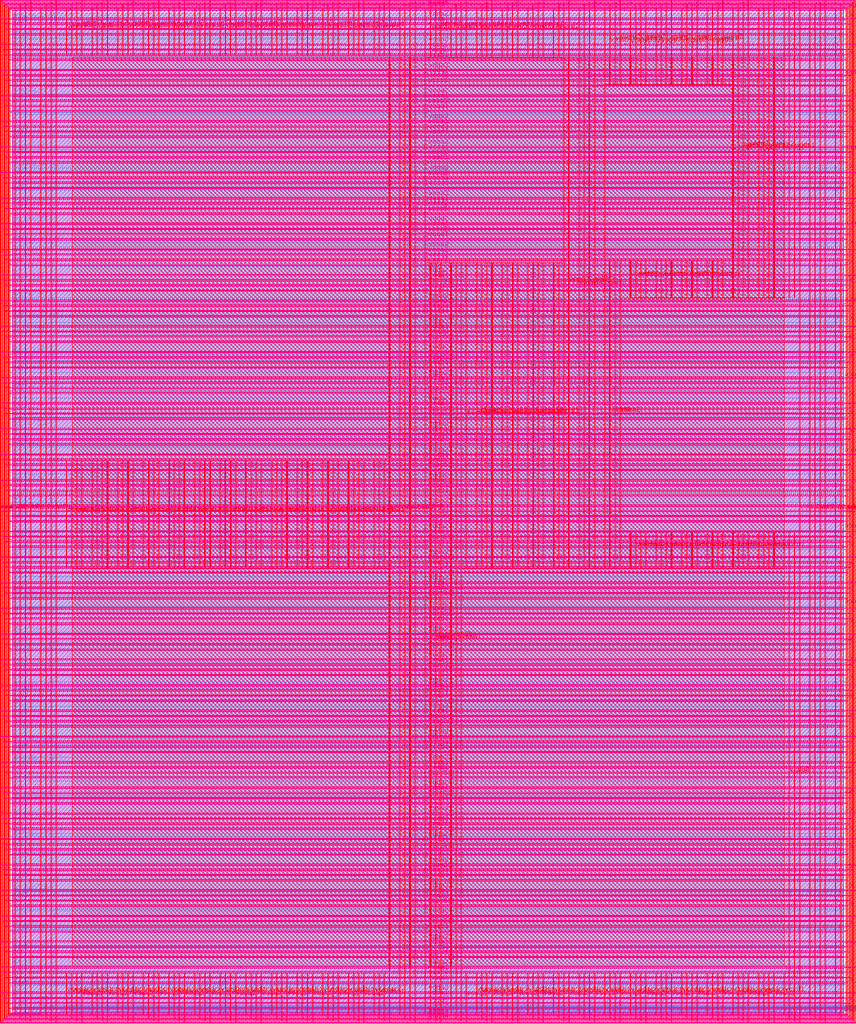
<source format=lef>
VERSION 5.7 ;
  NOWIREEXTENSIONATPIN ON ;
  DIVIDERCHAR "/" ;
  BUSBITCHARS "[]" ;
MACRO user_project_wrapper
  CLASS BLOCK ;
  FOREIGN user_project_wrapper ;
  ORIGIN 0.000 0.000 ;
  SIZE 2920.000 BY 3520.000 ;
  PIN analog_io[0]
    DIRECTION INOUT ;
    USE SIGNAL ;
    PORT
      LAYER met3 ;
        RECT 2917.600 1426.380 2924.800 1427.580 ;
    END
  END analog_io[0]
  PIN analog_io[10]
    DIRECTION INOUT ;
    USE SIGNAL ;
    PORT
      LAYER met2 ;
        RECT 2230.490 3517.600 2231.050 3524.800 ;
    END
  END analog_io[10]
  PIN analog_io[11]
    DIRECTION INOUT ;
    USE SIGNAL ;
    PORT
      LAYER met2 ;
        RECT 1905.730 3517.600 1906.290 3524.800 ;
    END
  END analog_io[11]
  PIN analog_io[12]
    DIRECTION INOUT ;
    USE SIGNAL ;
    PORT
      LAYER met2 ;
        RECT 1581.430 3517.600 1581.990 3524.800 ;
    END
  END analog_io[12]
  PIN analog_io[13]
    DIRECTION INOUT ;
    USE SIGNAL ;
    PORT
      LAYER met2 ;
        RECT 1257.130 3517.600 1257.690 3524.800 ;
    END
  END analog_io[13]
  PIN analog_io[14]
    DIRECTION INOUT ;
    USE SIGNAL ;
    PORT
      LAYER met2 ;
        RECT 932.370 3517.600 932.930 3524.800 ;
    END
  END analog_io[14]
  PIN analog_io[15]
    DIRECTION INOUT ;
    USE SIGNAL ;
    PORT
      LAYER met2 ;
        RECT 608.070 3517.600 608.630 3524.800 ;
    END
  END analog_io[15]
  PIN analog_io[16]
    DIRECTION INOUT ;
    USE SIGNAL ;
    PORT
      LAYER met2 ;
        RECT 283.770 3517.600 284.330 3524.800 ;
    END
  END analog_io[16]
  PIN analog_io[17]
    DIRECTION INOUT ;
    USE SIGNAL ;
    PORT
      LAYER met3 ;
        RECT -4.800 3486.100 2.400 3487.300 ;
    END
  END analog_io[17]
  PIN analog_io[18]
    DIRECTION INOUT ;
    USE SIGNAL ;
    PORT
      LAYER met3 ;
        RECT -4.800 3224.980 2.400 3226.180 ;
    END
  END analog_io[18]
  PIN analog_io[19]
    DIRECTION INOUT ;
    USE SIGNAL ;
    PORT
      LAYER met3 ;
        RECT -4.800 2964.540 2.400 2965.740 ;
    END
  END analog_io[19]
  PIN analog_io[1]
    DIRECTION INOUT ;
    USE SIGNAL ;
    PORT
      LAYER met3 ;
        RECT 2917.600 1692.260 2924.800 1693.460 ;
    END
  END analog_io[1]
  PIN analog_io[20]
    DIRECTION INOUT ;
    USE SIGNAL ;
    PORT
      LAYER met3 ;
        RECT -4.800 2703.420 2.400 2704.620 ;
    END
  END analog_io[20]
  PIN analog_io[21]
    DIRECTION INOUT ;
    USE SIGNAL ;
    PORT
      LAYER met3 ;
        RECT -4.800 2442.980 2.400 2444.180 ;
    END
  END analog_io[21]
  PIN analog_io[22]
    DIRECTION INOUT ;
    USE SIGNAL ;
    PORT
      LAYER met3 ;
        RECT -4.800 2182.540 2.400 2183.740 ;
    END
  END analog_io[22]
  PIN analog_io[23]
    DIRECTION INOUT ;
    USE SIGNAL ;
    PORT
      LAYER met3 ;
        RECT -4.800 1921.420 2.400 1922.620 ;
    END
  END analog_io[23]
  PIN analog_io[24]
    DIRECTION INOUT ;
    USE SIGNAL ;
    PORT
      LAYER met3 ;
        RECT -4.800 1660.980 2.400 1662.180 ;
    END
  END analog_io[24]
  PIN analog_io[25]
    DIRECTION INOUT ;
    USE SIGNAL ;
    PORT
      LAYER met3 ;
        RECT -4.800 1399.860 2.400 1401.060 ;
    END
  END analog_io[25]
  PIN analog_io[26]
    DIRECTION INOUT ;
    USE SIGNAL ;
    PORT
      LAYER met3 ;
        RECT -4.800 1139.420 2.400 1140.620 ;
    END
  END analog_io[26]
  PIN analog_io[27]
    DIRECTION INOUT ;
    USE SIGNAL ;
    PORT
      LAYER met3 ;
        RECT -4.800 878.980 2.400 880.180 ;
    END
  END analog_io[27]
  PIN analog_io[28]
    DIRECTION INOUT ;
    USE SIGNAL ;
    PORT
      LAYER met3 ;
        RECT -4.800 617.860 2.400 619.060 ;
    END
  END analog_io[28]
  PIN analog_io[2]
    DIRECTION INOUT ;
    USE SIGNAL ;
    PORT
      LAYER met3 ;
        RECT 2917.600 1958.140 2924.800 1959.340 ;
    END
  END analog_io[2]
  PIN analog_io[3]
    DIRECTION INOUT ;
    USE SIGNAL ;
    PORT
      LAYER met3 ;
        RECT 2917.600 2223.340 2924.800 2224.540 ;
    END
  END analog_io[3]
  PIN analog_io[4]
    DIRECTION INOUT ;
    USE SIGNAL ;
    PORT
      LAYER met3 ;
        RECT 2917.600 2489.220 2924.800 2490.420 ;
    END
  END analog_io[4]
  PIN analog_io[5]
    DIRECTION INOUT ;
    USE SIGNAL ;
    PORT
      LAYER met3 ;
        RECT 2917.600 2755.100 2924.800 2756.300 ;
    END
  END analog_io[5]
  PIN analog_io[6]
    DIRECTION INOUT ;
    USE SIGNAL ;
    PORT
      LAYER met3 ;
        RECT 2917.600 3020.300 2924.800 3021.500 ;
    END
  END analog_io[6]
  PIN analog_io[7]
    DIRECTION INOUT ;
    USE SIGNAL ;
    PORT
      LAYER met3 ;
        RECT 2917.600 3286.180 2924.800 3287.380 ;
    END
  END analog_io[7]
  PIN analog_io[8]
    DIRECTION INOUT ;
    USE SIGNAL ;
    PORT
      LAYER met2 ;
        RECT 2879.090 3517.600 2879.650 3524.800 ;
    END
  END analog_io[8]
  PIN analog_io[9]
    DIRECTION INOUT ;
    USE SIGNAL ;
    PORT
      LAYER met2 ;
        RECT 2554.790 3517.600 2555.350 3524.800 ;
    END
  END analog_io[9]
  PIN io_in[0]
    DIRECTION INPUT ;
    USE SIGNAL ;
    PORT
      LAYER met3 ;
        RECT 2917.600 32.380 2924.800 33.580 ;
    END
  END io_in[0]
  PIN io_in[10]
    DIRECTION INPUT ;
    USE SIGNAL ;
    PORT
      LAYER met3 ;
        RECT 2917.600 2289.980 2924.800 2291.180 ;
    END
  END io_in[10]
  PIN io_in[11]
    DIRECTION INPUT ;
    USE SIGNAL ;
    PORT
      LAYER met3 ;
        RECT 2917.600 2555.860 2924.800 2557.060 ;
    END
  END io_in[11]
  PIN io_in[12]
    DIRECTION INPUT ;
    USE SIGNAL ;
    PORT
      LAYER met3 ;
        RECT 2917.600 2821.060 2924.800 2822.260 ;
    END
  END io_in[12]
  PIN io_in[13]
    DIRECTION INPUT ;
    USE SIGNAL ;
    PORT
      LAYER met3 ;
        RECT 2917.600 3086.940 2924.800 3088.140 ;
    END
  END io_in[13]
  PIN io_in[14]
    DIRECTION INPUT ;
    USE SIGNAL ;
    PORT
      LAYER met3 ;
        RECT 2917.600 3352.820 2924.800 3354.020 ;
    END
  END io_in[14]
  PIN io_in[15]
    DIRECTION INPUT ;
    USE SIGNAL ;
    PORT
      LAYER met2 ;
        RECT 2798.130 3517.600 2798.690 3524.800 ;
    END
  END io_in[15]
  PIN io_in[16]
    DIRECTION INPUT ;
    USE SIGNAL ;
    PORT
      LAYER met2 ;
        RECT 2473.830 3517.600 2474.390 3524.800 ;
    END
  END io_in[16]
  PIN io_in[17]
    DIRECTION INPUT ;
    USE SIGNAL ;
    PORT
      LAYER met2 ;
        RECT 2149.070 3517.600 2149.630 3524.800 ;
    END
  END io_in[17]
  PIN io_in[18]
    DIRECTION INPUT ;
    USE SIGNAL ;
    PORT
      LAYER met2 ;
        RECT 1824.770 3517.600 1825.330 3524.800 ;
    END
  END io_in[18]
  PIN io_in[19]
    DIRECTION INPUT ;
    USE SIGNAL ;
    PORT
      LAYER met2 ;
        RECT 1500.470 3517.600 1501.030 3524.800 ;
    END
  END io_in[19]
  PIN io_in[1]
    DIRECTION INPUT ;
    USE SIGNAL ;
    PORT
      LAYER met3 ;
        RECT 2917.600 230.940 2924.800 232.140 ;
    END
  END io_in[1]
  PIN io_in[20]
    DIRECTION INPUT ;
    USE SIGNAL ;
    PORT
      LAYER met2 ;
        RECT 1175.710 3517.600 1176.270 3524.800 ;
    END
  END io_in[20]
  PIN io_in[21]
    DIRECTION INPUT ;
    USE SIGNAL ;
    PORT
      LAYER met2 ;
        RECT 851.410 3517.600 851.970 3524.800 ;
    END
  END io_in[21]
  PIN io_in[22]
    DIRECTION INPUT ;
    USE SIGNAL ;
    PORT
      LAYER met2 ;
        RECT 527.110 3517.600 527.670 3524.800 ;
    END
  END io_in[22]
  PIN io_in[23]
    DIRECTION INPUT ;
    USE SIGNAL ;
    PORT
      LAYER met2 ;
        RECT 202.350 3517.600 202.910 3524.800 ;
    END
  END io_in[23]
  PIN io_in[24]
    DIRECTION INPUT ;
    USE SIGNAL ;
    PORT
      LAYER met3 ;
        RECT -4.800 3420.820 2.400 3422.020 ;
    END
  END io_in[24]
  PIN io_in[25]
    DIRECTION INPUT ;
    USE SIGNAL ;
    PORT
      LAYER met3 ;
        RECT -4.800 3159.700 2.400 3160.900 ;
    END
  END io_in[25]
  PIN io_in[26]
    DIRECTION INPUT ;
    USE SIGNAL ;
    PORT
      LAYER met3 ;
        RECT -4.800 2899.260 2.400 2900.460 ;
    END
  END io_in[26]
  PIN io_in[27]
    DIRECTION INPUT ;
    USE SIGNAL ;
    PORT
      LAYER met3 ;
        RECT -4.800 2638.820 2.400 2640.020 ;
    END
  END io_in[27]
  PIN io_in[28]
    DIRECTION INPUT ;
    USE SIGNAL ;
    PORT
      LAYER met3 ;
        RECT -4.800 2377.700 2.400 2378.900 ;
    END
  END io_in[28]
  PIN io_in[29]
    DIRECTION INPUT ;
    USE SIGNAL ;
    PORT
      LAYER met3 ;
        RECT -4.800 2117.260 2.400 2118.460 ;
    END
  END io_in[29]
  PIN io_in[2]
    DIRECTION INPUT ;
    USE SIGNAL ;
    PORT
      LAYER met3 ;
        RECT 2917.600 430.180 2924.800 431.380 ;
    END
  END io_in[2]
  PIN io_in[30]
    DIRECTION INPUT ;
    USE SIGNAL ;
    PORT
      LAYER met3 ;
        RECT -4.800 1856.140 2.400 1857.340 ;
    END
  END io_in[30]
  PIN io_in[31]
    DIRECTION INPUT ;
    USE SIGNAL ;
    PORT
      LAYER met3 ;
        RECT -4.800 1595.700 2.400 1596.900 ;
    END
  END io_in[31]
  PIN io_in[32]
    DIRECTION INPUT ;
    USE SIGNAL ;
    PORT
      LAYER met3 ;
        RECT -4.800 1335.260 2.400 1336.460 ;
    END
  END io_in[32]
  PIN io_in[33]
    DIRECTION INPUT ;
    USE SIGNAL ;
    PORT
      LAYER met3 ;
        RECT -4.800 1074.140 2.400 1075.340 ;
    END
  END io_in[33]
  PIN io_in[34]
    DIRECTION INPUT ;
    USE SIGNAL ;
    PORT
      LAYER met3 ;
        RECT -4.800 813.700 2.400 814.900 ;
    END
  END io_in[34]
  PIN io_in[35]
    DIRECTION INPUT ;
    USE SIGNAL ;
    PORT
      LAYER met3 ;
        RECT -4.800 552.580 2.400 553.780 ;
    END
  END io_in[35]
  PIN io_in[36]
    DIRECTION INPUT ;
    USE SIGNAL ;
    PORT
      LAYER met3 ;
        RECT -4.800 357.420 2.400 358.620 ;
    END
  END io_in[36]
  PIN io_in[37]
    DIRECTION INPUT ;
    USE SIGNAL ;
    PORT
      LAYER met3 ;
        RECT -4.800 161.580 2.400 162.780 ;
    END
  END io_in[37]
  PIN io_in[3]
    DIRECTION INPUT ;
    USE SIGNAL ;
    PORT
      LAYER met3 ;
        RECT 2917.600 629.420 2924.800 630.620 ;
    END
  END io_in[3]
  PIN io_in[4]
    DIRECTION INPUT ;
    USE SIGNAL ;
    PORT
      LAYER met3 ;
        RECT 2917.600 828.660 2924.800 829.860 ;
    END
  END io_in[4]
  PIN io_in[5]
    DIRECTION INPUT ;
    USE SIGNAL ;
    PORT
      LAYER met3 ;
        RECT 2917.600 1027.900 2924.800 1029.100 ;
    END
  END io_in[5]
  PIN io_in[6]
    DIRECTION INPUT ;
    USE SIGNAL ;
    PORT
      LAYER met3 ;
        RECT 2917.600 1227.140 2924.800 1228.340 ;
    END
  END io_in[6]
  PIN io_in[7]
    DIRECTION INPUT ;
    USE SIGNAL ;
    PORT
      LAYER met3 ;
        RECT 2917.600 1493.020 2924.800 1494.220 ;
    END
  END io_in[7]
  PIN io_in[8]
    DIRECTION INPUT ;
    USE SIGNAL ;
    PORT
      LAYER met3 ;
        RECT 2917.600 1758.900 2924.800 1760.100 ;
    END
  END io_in[8]
  PIN io_in[9]
    DIRECTION INPUT ;
    USE SIGNAL ;
    PORT
      LAYER met3 ;
        RECT 2917.600 2024.100 2924.800 2025.300 ;
    END
  END io_in[9]
  PIN io_oeb[0]
    DIRECTION OUTPUT TRISTATE ;
    USE SIGNAL ;
    PORT
      LAYER met3 ;
        RECT 2917.600 164.980 2924.800 166.180 ;
    END
  END io_oeb[0]
  PIN io_oeb[10]
    DIRECTION OUTPUT TRISTATE ;
    USE SIGNAL ;
    PORT
      LAYER met3 ;
        RECT 2917.600 2422.580 2924.800 2423.780 ;
    END
  END io_oeb[10]
  PIN io_oeb[11]
    DIRECTION OUTPUT TRISTATE ;
    USE SIGNAL ;
    PORT
      LAYER met3 ;
        RECT 2917.600 2688.460 2924.800 2689.660 ;
    END
  END io_oeb[11]
  PIN io_oeb[12]
    DIRECTION OUTPUT TRISTATE ;
    USE SIGNAL ;
    PORT
      LAYER met3 ;
        RECT 2917.600 2954.340 2924.800 2955.540 ;
    END
  END io_oeb[12]
  PIN io_oeb[13]
    DIRECTION OUTPUT TRISTATE ;
    USE SIGNAL ;
    PORT
      LAYER met3 ;
        RECT 2917.600 3219.540 2924.800 3220.740 ;
    END
  END io_oeb[13]
  PIN io_oeb[14]
    DIRECTION OUTPUT TRISTATE ;
    USE SIGNAL ;
    PORT
      LAYER met3 ;
        RECT 2917.600 3485.420 2924.800 3486.620 ;
    END
  END io_oeb[14]
  PIN io_oeb[15]
    DIRECTION OUTPUT TRISTATE ;
    USE SIGNAL ;
    PORT
      LAYER met2 ;
        RECT 2635.750 3517.600 2636.310 3524.800 ;
    END
  END io_oeb[15]
  PIN io_oeb[16]
    DIRECTION OUTPUT TRISTATE ;
    USE SIGNAL ;
    PORT
      LAYER met2 ;
        RECT 2311.450 3517.600 2312.010 3524.800 ;
    END
  END io_oeb[16]
  PIN io_oeb[17]
    DIRECTION OUTPUT TRISTATE ;
    USE SIGNAL ;
    PORT
      LAYER met2 ;
        RECT 1987.150 3517.600 1987.710 3524.800 ;
    END
  END io_oeb[17]
  PIN io_oeb[18]
    DIRECTION OUTPUT TRISTATE ;
    USE SIGNAL ;
    PORT
      LAYER met2 ;
        RECT 1662.390 3517.600 1662.950 3524.800 ;
    END
  END io_oeb[18]
  PIN io_oeb[19]
    DIRECTION OUTPUT TRISTATE ;
    USE SIGNAL ;
    PORT
      LAYER met2 ;
        RECT 1338.090 3517.600 1338.650 3524.800 ;
    END
  END io_oeb[19]
  PIN io_oeb[1]
    DIRECTION OUTPUT TRISTATE ;
    USE SIGNAL ;
    PORT
      LAYER met3 ;
        RECT 2917.600 364.220 2924.800 365.420 ;
    END
  END io_oeb[1]
  PIN io_oeb[20]
    DIRECTION OUTPUT TRISTATE ;
    USE SIGNAL ;
    PORT
      LAYER met2 ;
        RECT 1013.790 3517.600 1014.350 3524.800 ;
    END
  END io_oeb[20]
  PIN io_oeb[21]
    DIRECTION OUTPUT TRISTATE ;
    USE SIGNAL ;
    PORT
      LAYER met2 ;
        RECT 689.030 3517.600 689.590 3524.800 ;
    END
  END io_oeb[21]
  PIN io_oeb[22]
    DIRECTION OUTPUT TRISTATE ;
    USE SIGNAL ;
    PORT
      LAYER met2 ;
        RECT 364.730 3517.600 365.290 3524.800 ;
    END
  END io_oeb[22]
  PIN io_oeb[23]
    DIRECTION OUTPUT TRISTATE ;
    USE SIGNAL ;
    PORT
      LAYER met2 ;
        RECT 40.430 3517.600 40.990 3524.800 ;
    END
  END io_oeb[23]
  PIN io_oeb[24]
    DIRECTION OUTPUT TRISTATE ;
    USE SIGNAL ;
    PORT
      LAYER met3 ;
        RECT -4.800 3290.260 2.400 3291.460 ;
    END
  END io_oeb[24]
  PIN io_oeb[25]
    DIRECTION OUTPUT TRISTATE ;
    USE SIGNAL ;
    PORT
      LAYER met3 ;
        RECT -4.800 3029.820 2.400 3031.020 ;
    END
  END io_oeb[25]
  PIN io_oeb[26]
    DIRECTION OUTPUT TRISTATE ;
    USE SIGNAL ;
    PORT
      LAYER met3 ;
        RECT -4.800 2768.700 2.400 2769.900 ;
    END
  END io_oeb[26]
  PIN io_oeb[27]
    DIRECTION OUTPUT TRISTATE ;
    USE SIGNAL ;
    PORT
      LAYER met3 ;
        RECT -4.800 2508.260 2.400 2509.460 ;
    END
  END io_oeb[27]
  PIN io_oeb[28]
    DIRECTION OUTPUT TRISTATE ;
    USE SIGNAL ;
    PORT
      LAYER met3 ;
        RECT -4.800 2247.140 2.400 2248.340 ;
    END
  END io_oeb[28]
  PIN io_oeb[29]
    DIRECTION OUTPUT TRISTATE ;
    USE SIGNAL ;
    PORT
      LAYER met3 ;
        RECT -4.800 1986.700 2.400 1987.900 ;
    END
  END io_oeb[29]
  PIN io_oeb[2]
    DIRECTION OUTPUT TRISTATE ;
    USE SIGNAL ;
    PORT
      LAYER met3 ;
        RECT 2917.600 563.460 2924.800 564.660 ;
    END
  END io_oeb[2]
  PIN io_oeb[30]
    DIRECTION OUTPUT TRISTATE ;
    USE SIGNAL ;
    PORT
      LAYER met3 ;
        RECT -4.800 1726.260 2.400 1727.460 ;
    END
  END io_oeb[30]
  PIN io_oeb[31]
    DIRECTION OUTPUT TRISTATE ;
    USE SIGNAL ;
    PORT
      LAYER met3 ;
        RECT -4.800 1465.140 2.400 1466.340 ;
    END
  END io_oeb[31]
  PIN io_oeb[32]
    DIRECTION OUTPUT TRISTATE ;
    USE SIGNAL ;
    PORT
      LAYER met3 ;
        RECT -4.800 1204.700 2.400 1205.900 ;
    END
  END io_oeb[32]
  PIN io_oeb[33]
    DIRECTION OUTPUT TRISTATE ;
    USE SIGNAL ;
    PORT
      LAYER met3 ;
        RECT -4.800 943.580 2.400 944.780 ;
    END
  END io_oeb[33]
  PIN io_oeb[34]
    DIRECTION OUTPUT TRISTATE ;
    USE SIGNAL ;
    PORT
      LAYER met3 ;
        RECT -4.800 683.140 2.400 684.340 ;
    END
  END io_oeb[34]
  PIN io_oeb[35]
    DIRECTION OUTPUT TRISTATE ;
    USE SIGNAL ;
    PORT
      LAYER met3 ;
        RECT -4.800 422.700 2.400 423.900 ;
    END
  END io_oeb[35]
  PIN io_oeb[36]
    DIRECTION OUTPUT TRISTATE ;
    USE SIGNAL ;
    PORT
      LAYER met3 ;
        RECT -4.800 226.860 2.400 228.060 ;
    END
  END io_oeb[36]
  PIN io_oeb[37]
    DIRECTION OUTPUT TRISTATE ;
    USE SIGNAL ;
    PORT
      LAYER met3 ;
        RECT -4.800 31.700 2.400 32.900 ;
    END
  END io_oeb[37]
  PIN io_oeb[3]
    DIRECTION OUTPUT TRISTATE ;
    USE SIGNAL ;
    PORT
      LAYER met3 ;
        RECT 2917.600 762.700 2924.800 763.900 ;
    END
  END io_oeb[3]
  PIN io_oeb[4]
    DIRECTION OUTPUT TRISTATE ;
    USE SIGNAL ;
    PORT
      LAYER met3 ;
        RECT 2917.600 961.940 2924.800 963.140 ;
    END
  END io_oeb[4]
  PIN io_oeb[5]
    DIRECTION OUTPUT TRISTATE ;
    USE SIGNAL ;
    PORT
      LAYER met3 ;
        RECT 2917.600 1161.180 2924.800 1162.380 ;
    END
  END io_oeb[5]
  PIN io_oeb[6]
    DIRECTION OUTPUT TRISTATE ;
    USE SIGNAL ;
    PORT
      LAYER met3 ;
        RECT 2917.600 1360.420 2924.800 1361.620 ;
    END
  END io_oeb[6]
  PIN io_oeb[7]
    DIRECTION OUTPUT TRISTATE ;
    USE SIGNAL ;
    PORT
      LAYER met3 ;
        RECT 2917.600 1625.620 2924.800 1626.820 ;
    END
  END io_oeb[7]
  PIN io_oeb[8]
    DIRECTION OUTPUT TRISTATE ;
    USE SIGNAL ;
    PORT
      LAYER met3 ;
        RECT 2917.600 1891.500 2924.800 1892.700 ;
    END
  END io_oeb[8]
  PIN io_oeb[9]
    DIRECTION OUTPUT TRISTATE ;
    USE SIGNAL ;
    PORT
      LAYER met3 ;
        RECT 2917.600 2157.380 2924.800 2158.580 ;
    END
  END io_oeb[9]
  PIN io_out[0]
    DIRECTION OUTPUT TRISTATE ;
    USE SIGNAL ;
    PORT
      LAYER met3 ;
        RECT 2917.600 98.340 2924.800 99.540 ;
    END
  END io_out[0]
  PIN io_out[10]
    DIRECTION OUTPUT TRISTATE ;
    USE SIGNAL ;
    PORT
      LAYER met3 ;
        RECT 2917.600 2356.620 2924.800 2357.820 ;
    END
  END io_out[10]
  PIN io_out[11]
    DIRECTION OUTPUT TRISTATE ;
    USE SIGNAL ;
    PORT
      LAYER met3 ;
        RECT 2917.600 2621.820 2924.800 2623.020 ;
    END
  END io_out[11]
  PIN io_out[12]
    DIRECTION OUTPUT TRISTATE ;
    USE SIGNAL ;
    PORT
      LAYER met3 ;
        RECT 2917.600 2887.700 2924.800 2888.900 ;
    END
  END io_out[12]
  PIN io_out[13]
    DIRECTION OUTPUT TRISTATE ;
    USE SIGNAL ;
    PORT
      LAYER met3 ;
        RECT 2917.600 3153.580 2924.800 3154.780 ;
    END
  END io_out[13]
  PIN io_out[14]
    DIRECTION OUTPUT TRISTATE ;
    USE SIGNAL ;
    PORT
      LAYER met3 ;
        RECT 2917.600 3418.780 2924.800 3419.980 ;
    END
  END io_out[14]
  PIN io_out[15]
    DIRECTION OUTPUT TRISTATE ;
    USE SIGNAL ;
    PORT
      LAYER met2 ;
        RECT 2717.170 3517.600 2717.730 3524.800 ;
    END
  END io_out[15]
  PIN io_out[16]
    DIRECTION OUTPUT TRISTATE ;
    USE SIGNAL ;
    PORT
      LAYER met2 ;
        RECT 2392.410 3517.600 2392.970 3524.800 ;
    END
  END io_out[16]
  PIN io_out[17]
    DIRECTION OUTPUT TRISTATE ;
    USE SIGNAL ;
    PORT
      LAYER met2 ;
        RECT 2068.110 3517.600 2068.670 3524.800 ;
    END
  END io_out[17]
  PIN io_out[18]
    DIRECTION OUTPUT TRISTATE ;
    USE SIGNAL ;
    PORT
      LAYER met2 ;
        RECT 1743.810 3517.600 1744.370 3524.800 ;
    END
  END io_out[18]
  PIN io_out[19]
    DIRECTION OUTPUT TRISTATE ;
    USE SIGNAL ;
    PORT
      LAYER met2 ;
        RECT 1419.050 3517.600 1419.610 3524.800 ;
    END
  END io_out[19]
  PIN io_out[1]
    DIRECTION OUTPUT TRISTATE ;
    USE SIGNAL ;
    PORT
      LAYER met3 ;
        RECT 2917.600 297.580 2924.800 298.780 ;
    END
  END io_out[1]
  PIN io_out[20]
    DIRECTION OUTPUT TRISTATE ;
    USE SIGNAL ;
    PORT
      LAYER met2 ;
        RECT 1094.750 3517.600 1095.310 3524.800 ;
    END
  END io_out[20]
  PIN io_out[21]
    DIRECTION OUTPUT TRISTATE ;
    USE SIGNAL ;
    PORT
      LAYER met2 ;
        RECT 770.450 3517.600 771.010 3524.800 ;
    END
  END io_out[21]
  PIN io_out[22]
    DIRECTION OUTPUT TRISTATE ;
    USE SIGNAL ;
    PORT
      LAYER met2 ;
        RECT 445.690 3517.600 446.250 3524.800 ;
    END
  END io_out[22]
  PIN io_out[23]
    DIRECTION OUTPUT TRISTATE ;
    USE SIGNAL ;
    PORT
      LAYER met2 ;
        RECT 121.390 3517.600 121.950 3524.800 ;
    END
  END io_out[23]
  PIN io_out[24]
    DIRECTION OUTPUT TRISTATE ;
    USE SIGNAL ;
    PORT
      LAYER met3 ;
        RECT -4.800 3355.540 2.400 3356.740 ;
    END
  END io_out[24]
  PIN io_out[25]
    DIRECTION OUTPUT TRISTATE ;
    USE SIGNAL ;
    PORT
      LAYER met3 ;
        RECT -4.800 3095.100 2.400 3096.300 ;
    END
  END io_out[25]
  PIN io_out[26]
    DIRECTION OUTPUT TRISTATE ;
    USE SIGNAL ;
    PORT
      LAYER met3 ;
        RECT -4.800 2833.980 2.400 2835.180 ;
    END
  END io_out[26]
  PIN io_out[27]
    DIRECTION OUTPUT TRISTATE ;
    USE SIGNAL ;
    PORT
      LAYER met3 ;
        RECT -4.800 2573.540 2.400 2574.740 ;
    END
  END io_out[27]
  PIN io_out[28]
    DIRECTION OUTPUT TRISTATE ;
    USE SIGNAL ;
    PORT
      LAYER met3 ;
        RECT -4.800 2312.420 2.400 2313.620 ;
    END
  END io_out[28]
  PIN io_out[29]
    DIRECTION OUTPUT TRISTATE ;
    USE SIGNAL ;
    PORT
      LAYER met3 ;
        RECT -4.800 2051.980 2.400 2053.180 ;
    END
  END io_out[29]
  PIN io_out[2]
    DIRECTION OUTPUT TRISTATE ;
    USE SIGNAL ;
    PORT
      LAYER met3 ;
        RECT 2917.600 496.820 2924.800 498.020 ;
    END
  END io_out[2]
  PIN io_out[30]
    DIRECTION OUTPUT TRISTATE ;
    USE SIGNAL ;
    PORT
      LAYER met3 ;
        RECT -4.800 1791.540 2.400 1792.740 ;
    END
  END io_out[30]
  PIN io_out[31]
    DIRECTION OUTPUT TRISTATE ;
    USE SIGNAL ;
    PORT
      LAYER met3 ;
        RECT -4.800 1530.420 2.400 1531.620 ;
    END
  END io_out[31]
  PIN io_out[32]
    DIRECTION OUTPUT TRISTATE ;
    USE SIGNAL ;
    PORT
      LAYER met3 ;
        RECT -4.800 1269.980 2.400 1271.180 ;
    END
  END io_out[32]
  PIN io_out[33]
    DIRECTION OUTPUT TRISTATE ;
    USE SIGNAL ;
    PORT
      LAYER met3 ;
        RECT -4.800 1008.860 2.400 1010.060 ;
    END
  END io_out[33]
  PIN io_out[34]
    DIRECTION OUTPUT TRISTATE ;
    USE SIGNAL ;
    PORT
      LAYER met3 ;
        RECT -4.800 748.420 2.400 749.620 ;
    END
  END io_out[34]
  PIN io_out[35]
    DIRECTION OUTPUT TRISTATE ;
    USE SIGNAL ;
    PORT
      LAYER met3 ;
        RECT -4.800 487.300 2.400 488.500 ;
    END
  END io_out[35]
  PIN io_out[36]
    DIRECTION OUTPUT TRISTATE ;
    USE SIGNAL ;
    PORT
      LAYER met3 ;
        RECT -4.800 292.140 2.400 293.340 ;
    END
  END io_out[36]
  PIN io_out[37]
    DIRECTION OUTPUT TRISTATE ;
    USE SIGNAL ;
    PORT
      LAYER met3 ;
        RECT -4.800 96.300 2.400 97.500 ;
    END
  END io_out[37]
  PIN io_out[3]
    DIRECTION OUTPUT TRISTATE ;
    USE SIGNAL ;
    PORT
      LAYER met3 ;
        RECT 2917.600 696.060 2924.800 697.260 ;
    END
  END io_out[3]
  PIN io_out[4]
    DIRECTION OUTPUT TRISTATE ;
    USE SIGNAL ;
    PORT
      LAYER met3 ;
        RECT 2917.600 895.300 2924.800 896.500 ;
    END
  END io_out[4]
  PIN io_out[5]
    DIRECTION OUTPUT TRISTATE ;
    USE SIGNAL ;
    PORT
      LAYER met3 ;
        RECT 2917.600 1094.540 2924.800 1095.740 ;
    END
  END io_out[5]
  PIN io_out[6]
    DIRECTION OUTPUT TRISTATE ;
    USE SIGNAL ;
    PORT
      LAYER met3 ;
        RECT 2917.600 1293.780 2924.800 1294.980 ;
    END
  END io_out[6]
  PIN io_out[7]
    DIRECTION OUTPUT TRISTATE ;
    USE SIGNAL ;
    PORT
      LAYER met3 ;
        RECT 2917.600 1559.660 2924.800 1560.860 ;
    END
  END io_out[7]
  PIN io_out[8]
    DIRECTION OUTPUT TRISTATE ;
    USE SIGNAL ;
    PORT
      LAYER met3 ;
        RECT 2917.600 1824.860 2924.800 1826.060 ;
    END
  END io_out[8]
  PIN io_out[9]
    DIRECTION OUTPUT TRISTATE ;
    USE SIGNAL ;
    PORT
      LAYER met3 ;
        RECT 2917.600 2090.740 2924.800 2091.940 ;
    END
  END io_out[9]
  PIN la_data_in[0]
    DIRECTION INPUT ;
    USE SIGNAL ;
    PORT
      LAYER met2 ;
        RECT 629.230 -4.800 629.790 2.400 ;
    END
  END la_data_in[0]
  PIN la_data_in[100]
    DIRECTION INPUT ;
    USE SIGNAL ;
    PORT
      LAYER met2 ;
        RECT 2402.530 -4.800 2403.090 2.400 ;
    END
  END la_data_in[100]
  PIN la_data_in[101]
    DIRECTION INPUT ;
    USE SIGNAL ;
    PORT
      LAYER met2 ;
        RECT 2420.010 -4.800 2420.570 2.400 ;
    END
  END la_data_in[101]
  PIN la_data_in[102]
    DIRECTION INPUT ;
    USE SIGNAL ;
    PORT
      LAYER met2 ;
        RECT 2437.950 -4.800 2438.510 2.400 ;
    END
  END la_data_in[102]
  PIN la_data_in[103]
    DIRECTION INPUT ;
    USE SIGNAL ;
    PORT
      LAYER met2 ;
        RECT 2455.430 -4.800 2455.990 2.400 ;
    END
  END la_data_in[103]
  PIN la_data_in[104]
    DIRECTION INPUT ;
    USE SIGNAL ;
    PORT
      LAYER met2 ;
        RECT 2473.370 -4.800 2473.930 2.400 ;
    END
  END la_data_in[104]
  PIN la_data_in[105]
    DIRECTION INPUT ;
    USE SIGNAL ;
    PORT
      LAYER met2 ;
        RECT 2490.850 -4.800 2491.410 2.400 ;
    END
  END la_data_in[105]
  PIN la_data_in[106]
    DIRECTION INPUT ;
    USE SIGNAL ;
    PORT
      LAYER met2 ;
        RECT 2508.790 -4.800 2509.350 2.400 ;
    END
  END la_data_in[106]
  PIN la_data_in[107]
    DIRECTION INPUT ;
    USE SIGNAL ;
    PORT
      LAYER met2 ;
        RECT 2526.730 -4.800 2527.290 2.400 ;
    END
  END la_data_in[107]
  PIN la_data_in[108]
    DIRECTION INPUT ;
    USE SIGNAL ;
    PORT
      LAYER met2 ;
        RECT 2544.210 -4.800 2544.770 2.400 ;
    END
  END la_data_in[108]
  PIN la_data_in[109]
    DIRECTION INPUT ;
    USE SIGNAL ;
    PORT
      LAYER met2 ;
        RECT 2562.150 -4.800 2562.710 2.400 ;
    END
  END la_data_in[109]
  PIN la_data_in[10]
    DIRECTION INPUT ;
    USE SIGNAL ;
    PORT
      LAYER met2 ;
        RECT 806.330 -4.800 806.890 2.400 ;
    END
  END la_data_in[10]
  PIN la_data_in[110]
    DIRECTION INPUT ;
    USE SIGNAL ;
    PORT
      LAYER met2 ;
        RECT 2579.630 -4.800 2580.190 2.400 ;
    END
  END la_data_in[110]
  PIN la_data_in[111]
    DIRECTION INPUT ;
    USE SIGNAL ;
    PORT
      LAYER met2 ;
        RECT 2597.570 -4.800 2598.130 2.400 ;
    END
  END la_data_in[111]
  PIN la_data_in[112]
    DIRECTION INPUT ;
    USE SIGNAL ;
    PORT
      LAYER met2 ;
        RECT 2615.050 -4.800 2615.610 2.400 ;
    END
  END la_data_in[112]
  PIN la_data_in[113]
    DIRECTION INPUT ;
    USE SIGNAL ;
    PORT
      LAYER met2 ;
        RECT 2632.990 -4.800 2633.550 2.400 ;
    END
  END la_data_in[113]
  PIN la_data_in[114]
    DIRECTION INPUT ;
    USE SIGNAL ;
    PORT
      LAYER met2 ;
        RECT 2650.470 -4.800 2651.030 2.400 ;
    END
  END la_data_in[114]
  PIN la_data_in[115]
    DIRECTION INPUT ;
    USE SIGNAL ;
    PORT
      LAYER met2 ;
        RECT 2668.410 -4.800 2668.970 2.400 ;
    END
  END la_data_in[115]
  PIN la_data_in[116]
    DIRECTION INPUT ;
    USE SIGNAL ;
    PORT
      LAYER met2 ;
        RECT 2685.890 -4.800 2686.450 2.400 ;
    END
  END la_data_in[116]
  PIN la_data_in[117]
    DIRECTION INPUT ;
    USE SIGNAL ;
    PORT
      LAYER met2 ;
        RECT 2703.830 -4.800 2704.390 2.400 ;
    END
  END la_data_in[117]
  PIN la_data_in[118]
    DIRECTION INPUT ;
    USE SIGNAL ;
    PORT
      LAYER met2 ;
        RECT 2721.770 -4.800 2722.330 2.400 ;
    END
  END la_data_in[118]
  PIN la_data_in[119]
    DIRECTION INPUT ;
    USE SIGNAL ;
    PORT
      LAYER met2 ;
        RECT 2739.250 -4.800 2739.810 2.400 ;
    END
  END la_data_in[119]
  PIN la_data_in[11]
    DIRECTION INPUT ;
    USE SIGNAL ;
    PORT
      LAYER met2 ;
        RECT 824.270 -4.800 824.830 2.400 ;
    END
  END la_data_in[11]
  PIN la_data_in[120]
    DIRECTION INPUT ;
    USE SIGNAL ;
    PORT
      LAYER met2 ;
        RECT 2757.190 -4.800 2757.750 2.400 ;
    END
  END la_data_in[120]
  PIN la_data_in[121]
    DIRECTION INPUT ;
    USE SIGNAL ;
    PORT
      LAYER met2 ;
        RECT 2774.670 -4.800 2775.230 2.400 ;
    END
  END la_data_in[121]
  PIN la_data_in[122]
    DIRECTION INPUT ;
    USE SIGNAL ;
    PORT
      LAYER met2 ;
        RECT 2792.610 -4.800 2793.170 2.400 ;
    END
  END la_data_in[122]
  PIN la_data_in[123]
    DIRECTION INPUT ;
    USE SIGNAL ;
    PORT
      LAYER met2 ;
        RECT 2810.090 -4.800 2810.650 2.400 ;
    END
  END la_data_in[123]
  PIN la_data_in[124]
    DIRECTION INPUT ;
    USE SIGNAL ;
    PORT
      LAYER met2 ;
        RECT 2828.030 -4.800 2828.590 2.400 ;
    END
  END la_data_in[124]
  PIN la_data_in[125]
    DIRECTION INPUT ;
    USE SIGNAL ;
    PORT
      LAYER met2 ;
        RECT 2845.510 -4.800 2846.070 2.400 ;
    END
  END la_data_in[125]
  PIN la_data_in[126]
    DIRECTION INPUT ;
    USE SIGNAL ;
    PORT
      LAYER met2 ;
        RECT 2863.450 -4.800 2864.010 2.400 ;
    END
  END la_data_in[126]
  PIN la_data_in[127]
    DIRECTION INPUT ;
    USE SIGNAL ;
    PORT
      LAYER met2 ;
        RECT 2881.390 -4.800 2881.950 2.400 ;
    END
  END la_data_in[127]
  PIN la_data_in[12]
    DIRECTION INPUT ;
    USE SIGNAL ;
    PORT
      LAYER met2 ;
        RECT 841.750 -4.800 842.310 2.400 ;
    END
  END la_data_in[12]
  PIN la_data_in[13]
    DIRECTION INPUT ;
    USE SIGNAL ;
    PORT
      LAYER met2 ;
        RECT 859.690 -4.800 860.250 2.400 ;
    END
  END la_data_in[13]
  PIN la_data_in[14]
    DIRECTION INPUT ;
    USE SIGNAL ;
    PORT
      LAYER met2 ;
        RECT 877.170 -4.800 877.730 2.400 ;
    END
  END la_data_in[14]
  PIN la_data_in[15]
    DIRECTION INPUT ;
    USE SIGNAL ;
    PORT
      LAYER met2 ;
        RECT 895.110 -4.800 895.670 2.400 ;
    END
  END la_data_in[15]
  PIN la_data_in[16]
    DIRECTION INPUT ;
    USE SIGNAL ;
    PORT
      LAYER met2 ;
        RECT 912.590 -4.800 913.150 2.400 ;
    END
  END la_data_in[16]
  PIN la_data_in[17]
    DIRECTION INPUT ;
    USE SIGNAL ;
    PORT
      LAYER met2 ;
        RECT 930.530 -4.800 931.090 2.400 ;
    END
  END la_data_in[17]
  PIN la_data_in[18]
    DIRECTION INPUT ;
    USE SIGNAL ;
    PORT
      LAYER met2 ;
        RECT 948.470 -4.800 949.030 2.400 ;
    END
  END la_data_in[18]
  PIN la_data_in[19]
    DIRECTION INPUT ;
    USE SIGNAL ;
    PORT
      LAYER met2 ;
        RECT 965.950 -4.800 966.510 2.400 ;
    END
  END la_data_in[19]
  PIN la_data_in[1]
    DIRECTION INPUT ;
    USE SIGNAL ;
    PORT
      LAYER met2 ;
        RECT 646.710 -4.800 647.270 2.400 ;
    END
  END la_data_in[1]
  PIN la_data_in[20]
    DIRECTION INPUT ;
    USE SIGNAL ;
    PORT
      LAYER met2 ;
        RECT 983.890 -4.800 984.450 2.400 ;
    END
  END la_data_in[20]
  PIN la_data_in[21]
    DIRECTION INPUT ;
    USE SIGNAL ;
    PORT
      LAYER met2 ;
        RECT 1001.370 -4.800 1001.930 2.400 ;
    END
  END la_data_in[21]
  PIN la_data_in[22]
    DIRECTION INPUT ;
    USE SIGNAL ;
    PORT
      LAYER met2 ;
        RECT 1019.310 -4.800 1019.870 2.400 ;
    END
  END la_data_in[22]
  PIN la_data_in[23]
    DIRECTION INPUT ;
    USE SIGNAL ;
    PORT
      LAYER met2 ;
        RECT 1036.790 -4.800 1037.350 2.400 ;
    END
  END la_data_in[23]
  PIN la_data_in[24]
    DIRECTION INPUT ;
    USE SIGNAL ;
    PORT
      LAYER met2 ;
        RECT 1054.730 -4.800 1055.290 2.400 ;
    END
  END la_data_in[24]
  PIN la_data_in[25]
    DIRECTION INPUT ;
    USE SIGNAL ;
    PORT
      LAYER met2 ;
        RECT 1072.210 -4.800 1072.770 2.400 ;
    END
  END la_data_in[25]
  PIN la_data_in[26]
    DIRECTION INPUT ;
    USE SIGNAL ;
    PORT
      LAYER met2 ;
        RECT 1090.150 -4.800 1090.710 2.400 ;
    END
  END la_data_in[26]
  PIN la_data_in[27]
    DIRECTION INPUT ;
    USE SIGNAL ;
    PORT
      LAYER met2 ;
        RECT 1107.630 -4.800 1108.190 2.400 ;
    END
  END la_data_in[27]
  PIN la_data_in[28]
    DIRECTION INPUT ;
    USE SIGNAL ;
    PORT
      LAYER met2 ;
        RECT 1125.570 -4.800 1126.130 2.400 ;
    END
  END la_data_in[28]
  PIN la_data_in[29]
    DIRECTION INPUT ;
    USE SIGNAL ;
    PORT
      LAYER met2 ;
        RECT 1143.510 -4.800 1144.070 2.400 ;
    END
  END la_data_in[29]
  PIN la_data_in[2]
    DIRECTION INPUT ;
    USE SIGNAL ;
    PORT
      LAYER met2 ;
        RECT 664.650 -4.800 665.210 2.400 ;
    END
  END la_data_in[2]
  PIN la_data_in[30]
    DIRECTION INPUT ;
    USE SIGNAL ;
    PORT
      LAYER met2 ;
        RECT 1160.990 -4.800 1161.550 2.400 ;
    END
  END la_data_in[30]
  PIN la_data_in[31]
    DIRECTION INPUT ;
    USE SIGNAL ;
    PORT
      LAYER met2 ;
        RECT 1178.930 -4.800 1179.490 2.400 ;
    END
  END la_data_in[31]
  PIN la_data_in[32]
    DIRECTION INPUT ;
    USE SIGNAL ;
    PORT
      LAYER met2 ;
        RECT 1196.410 -4.800 1196.970 2.400 ;
    END
  END la_data_in[32]
  PIN la_data_in[33]
    DIRECTION INPUT ;
    USE SIGNAL ;
    PORT
      LAYER met2 ;
        RECT 1214.350 -4.800 1214.910 2.400 ;
    END
  END la_data_in[33]
  PIN la_data_in[34]
    DIRECTION INPUT ;
    USE SIGNAL ;
    PORT
      LAYER met2 ;
        RECT 1231.830 -4.800 1232.390 2.400 ;
    END
  END la_data_in[34]
  PIN la_data_in[35]
    DIRECTION INPUT ;
    USE SIGNAL ;
    PORT
      LAYER met2 ;
        RECT 1249.770 -4.800 1250.330 2.400 ;
    END
  END la_data_in[35]
  PIN la_data_in[36]
    DIRECTION INPUT ;
    USE SIGNAL ;
    PORT
      LAYER met2 ;
        RECT 1267.250 -4.800 1267.810 2.400 ;
    END
  END la_data_in[36]
  PIN la_data_in[37]
    DIRECTION INPUT ;
    USE SIGNAL ;
    PORT
      LAYER met2 ;
        RECT 1285.190 -4.800 1285.750 2.400 ;
    END
  END la_data_in[37]
  PIN la_data_in[38]
    DIRECTION INPUT ;
    USE SIGNAL ;
    PORT
      LAYER met2 ;
        RECT 1303.130 -4.800 1303.690 2.400 ;
    END
  END la_data_in[38]
  PIN la_data_in[39]
    DIRECTION INPUT ;
    USE SIGNAL ;
    PORT
      LAYER met2 ;
        RECT 1320.610 -4.800 1321.170 2.400 ;
    END
  END la_data_in[39]
  PIN la_data_in[3]
    DIRECTION INPUT ;
    USE SIGNAL ;
    PORT
      LAYER met2 ;
        RECT 682.130 -4.800 682.690 2.400 ;
    END
  END la_data_in[3]
  PIN la_data_in[40]
    DIRECTION INPUT ;
    USE SIGNAL ;
    PORT
      LAYER met2 ;
        RECT 1338.550 -4.800 1339.110 2.400 ;
    END
  END la_data_in[40]
  PIN la_data_in[41]
    DIRECTION INPUT ;
    USE SIGNAL ;
    PORT
      LAYER met2 ;
        RECT 1356.030 -4.800 1356.590 2.400 ;
    END
  END la_data_in[41]
  PIN la_data_in[42]
    DIRECTION INPUT ;
    USE SIGNAL ;
    PORT
      LAYER met2 ;
        RECT 1373.970 -4.800 1374.530 2.400 ;
    END
  END la_data_in[42]
  PIN la_data_in[43]
    DIRECTION INPUT ;
    USE SIGNAL ;
    PORT
      LAYER met2 ;
        RECT 1391.450 -4.800 1392.010 2.400 ;
    END
  END la_data_in[43]
  PIN la_data_in[44]
    DIRECTION INPUT ;
    USE SIGNAL ;
    PORT
      LAYER met2 ;
        RECT 1409.390 -4.800 1409.950 2.400 ;
    END
  END la_data_in[44]
  PIN la_data_in[45]
    DIRECTION INPUT ;
    USE SIGNAL ;
    PORT
      LAYER met2 ;
        RECT 1426.870 -4.800 1427.430 2.400 ;
    END
  END la_data_in[45]
  PIN la_data_in[46]
    DIRECTION INPUT ;
    USE SIGNAL ;
    PORT
      LAYER met2 ;
        RECT 1444.810 -4.800 1445.370 2.400 ;
    END
  END la_data_in[46]
  PIN la_data_in[47]
    DIRECTION INPUT ;
    USE SIGNAL ;
    PORT
      LAYER met2 ;
        RECT 1462.750 -4.800 1463.310 2.400 ;
    END
  END la_data_in[47]
  PIN la_data_in[48]
    DIRECTION INPUT ;
    USE SIGNAL ;
    PORT
      LAYER met2 ;
        RECT 1480.230 -4.800 1480.790 2.400 ;
    END
  END la_data_in[48]
  PIN la_data_in[49]
    DIRECTION INPUT ;
    USE SIGNAL ;
    PORT
      LAYER met2 ;
        RECT 1498.170 -4.800 1498.730 2.400 ;
    END
  END la_data_in[49]
  PIN la_data_in[4]
    DIRECTION INPUT ;
    USE SIGNAL ;
    PORT
      LAYER met2 ;
        RECT 700.070 -4.800 700.630 2.400 ;
    END
  END la_data_in[4]
  PIN la_data_in[50]
    DIRECTION INPUT ;
    USE SIGNAL ;
    PORT
      LAYER met2 ;
        RECT 1515.650 -4.800 1516.210 2.400 ;
    END
  END la_data_in[50]
  PIN la_data_in[51]
    DIRECTION INPUT ;
    USE SIGNAL ;
    PORT
      LAYER met2 ;
        RECT 1533.590 -4.800 1534.150 2.400 ;
    END
  END la_data_in[51]
  PIN la_data_in[52]
    DIRECTION INPUT ;
    USE SIGNAL ;
    PORT
      LAYER met2 ;
        RECT 1551.070 -4.800 1551.630 2.400 ;
    END
  END la_data_in[52]
  PIN la_data_in[53]
    DIRECTION INPUT ;
    USE SIGNAL ;
    PORT
      LAYER met2 ;
        RECT 1569.010 -4.800 1569.570 2.400 ;
    END
  END la_data_in[53]
  PIN la_data_in[54]
    DIRECTION INPUT ;
    USE SIGNAL ;
    PORT
      LAYER met2 ;
        RECT 1586.490 -4.800 1587.050 2.400 ;
    END
  END la_data_in[54]
  PIN la_data_in[55]
    DIRECTION INPUT ;
    USE SIGNAL ;
    PORT
      LAYER met2 ;
        RECT 1604.430 -4.800 1604.990 2.400 ;
    END
  END la_data_in[55]
  PIN la_data_in[56]
    DIRECTION INPUT ;
    USE SIGNAL ;
    PORT
      LAYER met2 ;
        RECT 1621.910 -4.800 1622.470 2.400 ;
    END
  END la_data_in[56]
  PIN la_data_in[57]
    DIRECTION INPUT ;
    USE SIGNAL ;
    PORT
      LAYER met2 ;
        RECT 1639.850 -4.800 1640.410 2.400 ;
    END
  END la_data_in[57]
  PIN la_data_in[58]
    DIRECTION INPUT ;
    USE SIGNAL ;
    PORT
      LAYER met2 ;
        RECT 1657.790 -4.800 1658.350 2.400 ;
    END
  END la_data_in[58]
  PIN la_data_in[59]
    DIRECTION INPUT ;
    USE SIGNAL ;
    PORT
      LAYER met2 ;
        RECT 1675.270 -4.800 1675.830 2.400 ;
    END
  END la_data_in[59]
  PIN la_data_in[5]
    DIRECTION INPUT ;
    USE SIGNAL ;
    PORT
      LAYER met2 ;
        RECT 717.550 -4.800 718.110 2.400 ;
    END
  END la_data_in[5]
  PIN la_data_in[60]
    DIRECTION INPUT ;
    USE SIGNAL ;
    PORT
      LAYER met2 ;
        RECT 1693.210 -4.800 1693.770 2.400 ;
    END
  END la_data_in[60]
  PIN la_data_in[61]
    DIRECTION INPUT ;
    USE SIGNAL ;
    PORT
      LAYER met2 ;
        RECT 1710.690 -4.800 1711.250 2.400 ;
    END
  END la_data_in[61]
  PIN la_data_in[62]
    DIRECTION INPUT ;
    USE SIGNAL ;
    PORT
      LAYER met2 ;
        RECT 1728.630 -4.800 1729.190 2.400 ;
    END
  END la_data_in[62]
  PIN la_data_in[63]
    DIRECTION INPUT ;
    USE SIGNAL ;
    PORT
      LAYER met2 ;
        RECT 1746.110 -4.800 1746.670 2.400 ;
    END
  END la_data_in[63]
  PIN la_data_in[64]
    DIRECTION INPUT ;
    USE SIGNAL ;
    PORT
      LAYER met2 ;
        RECT 1764.050 -4.800 1764.610 2.400 ;
    END
  END la_data_in[64]
  PIN la_data_in[65]
    DIRECTION INPUT ;
    USE SIGNAL ;
    PORT
      LAYER met2 ;
        RECT 1781.530 -4.800 1782.090 2.400 ;
    END
  END la_data_in[65]
  PIN la_data_in[66]
    DIRECTION INPUT ;
    USE SIGNAL ;
    PORT
      LAYER met2 ;
        RECT 1799.470 -4.800 1800.030 2.400 ;
    END
  END la_data_in[66]
  PIN la_data_in[67]
    DIRECTION INPUT ;
    USE SIGNAL ;
    PORT
      LAYER met2 ;
        RECT 1817.410 -4.800 1817.970 2.400 ;
    END
  END la_data_in[67]
  PIN la_data_in[68]
    DIRECTION INPUT ;
    USE SIGNAL ;
    PORT
      LAYER met2 ;
        RECT 1834.890 -4.800 1835.450 2.400 ;
    END
  END la_data_in[68]
  PIN la_data_in[69]
    DIRECTION INPUT ;
    USE SIGNAL ;
    PORT
      LAYER met2 ;
        RECT 1852.830 -4.800 1853.390 2.400 ;
    END
  END la_data_in[69]
  PIN la_data_in[6]
    DIRECTION INPUT ;
    USE SIGNAL ;
    PORT
      LAYER met2 ;
        RECT 735.490 -4.800 736.050 2.400 ;
    END
  END la_data_in[6]
  PIN la_data_in[70]
    DIRECTION INPUT ;
    USE SIGNAL ;
    PORT
      LAYER met2 ;
        RECT 1870.310 -4.800 1870.870 2.400 ;
    END
  END la_data_in[70]
  PIN la_data_in[71]
    DIRECTION INPUT ;
    USE SIGNAL ;
    PORT
      LAYER met2 ;
        RECT 1888.250 -4.800 1888.810 2.400 ;
    END
  END la_data_in[71]
  PIN la_data_in[72]
    DIRECTION INPUT ;
    USE SIGNAL ;
    PORT
      LAYER met2 ;
        RECT 1905.730 -4.800 1906.290 2.400 ;
    END
  END la_data_in[72]
  PIN la_data_in[73]
    DIRECTION INPUT ;
    USE SIGNAL ;
    PORT
      LAYER met2 ;
        RECT 1923.670 -4.800 1924.230 2.400 ;
    END
  END la_data_in[73]
  PIN la_data_in[74]
    DIRECTION INPUT ;
    USE SIGNAL ;
    PORT
      LAYER met2 ;
        RECT 1941.150 -4.800 1941.710 2.400 ;
    END
  END la_data_in[74]
  PIN la_data_in[75]
    DIRECTION INPUT ;
    USE SIGNAL ;
    PORT
      LAYER met2 ;
        RECT 1959.090 -4.800 1959.650 2.400 ;
    END
  END la_data_in[75]
  PIN la_data_in[76]
    DIRECTION INPUT ;
    USE SIGNAL ;
    PORT
      LAYER met2 ;
        RECT 1976.570 -4.800 1977.130 2.400 ;
    END
  END la_data_in[76]
  PIN la_data_in[77]
    DIRECTION INPUT ;
    USE SIGNAL ;
    PORT
      LAYER met2 ;
        RECT 1994.510 -4.800 1995.070 2.400 ;
    END
  END la_data_in[77]
  PIN la_data_in[78]
    DIRECTION INPUT ;
    USE SIGNAL ;
    PORT
      LAYER met2 ;
        RECT 2012.450 -4.800 2013.010 2.400 ;
    END
  END la_data_in[78]
  PIN la_data_in[79]
    DIRECTION INPUT ;
    USE SIGNAL ;
    PORT
      LAYER met2 ;
        RECT 2029.930 -4.800 2030.490 2.400 ;
    END
  END la_data_in[79]
  PIN la_data_in[7]
    DIRECTION INPUT ;
    USE SIGNAL ;
    PORT
      LAYER met2 ;
        RECT 752.970 -4.800 753.530 2.400 ;
    END
  END la_data_in[7]
  PIN la_data_in[80]
    DIRECTION INPUT ;
    USE SIGNAL ;
    PORT
      LAYER met2 ;
        RECT 2047.870 -4.800 2048.430 2.400 ;
    END
  END la_data_in[80]
  PIN la_data_in[81]
    DIRECTION INPUT ;
    USE SIGNAL ;
    PORT
      LAYER met2 ;
        RECT 2065.350 -4.800 2065.910 2.400 ;
    END
  END la_data_in[81]
  PIN la_data_in[82]
    DIRECTION INPUT ;
    USE SIGNAL ;
    PORT
      LAYER met2 ;
        RECT 2083.290 -4.800 2083.850 2.400 ;
    END
  END la_data_in[82]
  PIN la_data_in[83]
    DIRECTION INPUT ;
    USE SIGNAL ;
    PORT
      LAYER met2 ;
        RECT 2100.770 -4.800 2101.330 2.400 ;
    END
  END la_data_in[83]
  PIN la_data_in[84]
    DIRECTION INPUT ;
    USE SIGNAL ;
    PORT
      LAYER met2 ;
        RECT 2118.710 -4.800 2119.270 2.400 ;
    END
  END la_data_in[84]
  PIN la_data_in[85]
    DIRECTION INPUT ;
    USE SIGNAL ;
    PORT
      LAYER met2 ;
        RECT 2136.190 -4.800 2136.750 2.400 ;
    END
  END la_data_in[85]
  PIN la_data_in[86]
    DIRECTION INPUT ;
    USE SIGNAL ;
    PORT
      LAYER met2 ;
        RECT 2154.130 -4.800 2154.690 2.400 ;
    END
  END la_data_in[86]
  PIN la_data_in[87]
    DIRECTION INPUT ;
    USE SIGNAL ;
    PORT
      LAYER met2 ;
        RECT 2172.070 -4.800 2172.630 2.400 ;
    END
  END la_data_in[87]
  PIN la_data_in[88]
    DIRECTION INPUT ;
    USE SIGNAL ;
    PORT
      LAYER met2 ;
        RECT 2189.550 -4.800 2190.110 2.400 ;
    END
  END la_data_in[88]
  PIN la_data_in[89]
    DIRECTION INPUT ;
    USE SIGNAL ;
    PORT
      LAYER met2 ;
        RECT 2207.490 -4.800 2208.050 2.400 ;
    END
  END la_data_in[89]
  PIN la_data_in[8]
    DIRECTION INPUT ;
    USE SIGNAL ;
    PORT
      LAYER met2 ;
        RECT 770.910 -4.800 771.470 2.400 ;
    END
  END la_data_in[8]
  PIN la_data_in[90]
    DIRECTION INPUT ;
    USE SIGNAL ;
    PORT
      LAYER met2 ;
        RECT 2224.970 -4.800 2225.530 2.400 ;
    END
  END la_data_in[90]
  PIN la_data_in[91]
    DIRECTION INPUT ;
    USE SIGNAL ;
    PORT
      LAYER met2 ;
        RECT 2242.910 -4.800 2243.470 2.400 ;
    END
  END la_data_in[91]
  PIN la_data_in[92]
    DIRECTION INPUT ;
    USE SIGNAL ;
    PORT
      LAYER met2 ;
        RECT 2260.390 -4.800 2260.950 2.400 ;
    END
  END la_data_in[92]
  PIN la_data_in[93]
    DIRECTION INPUT ;
    USE SIGNAL ;
    PORT
      LAYER met2 ;
        RECT 2278.330 -4.800 2278.890 2.400 ;
    END
  END la_data_in[93]
  PIN la_data_in[94]
    DIRECTION INPUT ;
    USE SIGNAL ;
    PORT
      LAYER met2 ;
        RECT 2295.810 -4.800 2296.370 2.400 ;
    END
  END la_data_in[94]
  PIN la_data_in[95]
    DIRECTION INPUT ;
    USE SIGNAL ;
    PORT
      LAYER met2 ;
        RECT 2313.750 -4.800 2314.310 2.400 ;
    END
  END la_data_in[95]
  PIN la_data_in[96]
    DIRECTION INPUT ;
    USE SIGNAL ;
    PORT
      LAYER met2 ;
        RECT 2331.230 -4.800 2331.790 2.400 ;
    END
  END la_data_in[96]
  PIN la_data_in[97]
    DIRECTION INPUT ;
    USE SIGNAL ;
    PORT
      LAYER met2 ;
        RECT 2349.170 -4.800 2349.730 2.400 ;
    END
  END la_data_in[97]
  PIN la_data_in[98]
    DIRECTION INPUT ;
    USE SIGNAL ;
    PORT
      LAYER met2 ;
        RECT 2367.110 -4.800 2367.670 2.400 ;
    END
  END la_data_in[98]
  PIN la_data_in[99]
    DIRECTION INPUT ;
    USE SIGNAL ;
    PORT
      LAYER met2 ;
        RECT 2384.590 -4.800 2385.150 2.400 ;
    END
  END la_data_in[99]
  PIN la_data_in[9]
    DIRECTION INPUT ;
    USE SIGNAL ;
    PORT
      LAYER met2 ;
        RECT 788.850 -4.800 789.410 2.400 ;
    END
  END la_data_in[9]
  PIN la_data_out[0]
    DIRECTION OUTPUT TRISTATE ;
    USE SIGNAL ;
    PORT
      LAYER met2 ;
        RECT 634.750 -4.800 635.310 2.400 ;
    END
  END la_data_out[0]
  PIN la_data_out[100]
    DIRECTION OUTPUT TRISTATE ;
    USE SIGNAL ;
    PORT
      LAYER met2 ;
        RECT 2408.510 -4.800 2409.070 2.400 ;
    END
  END la_data_out[100]
  PIN la_data_out[101]
    DIRECTION OUTPUT TRISTATE ;
    USE SIGNAL ;
    PORT
      LAYER met2 ;
        RECT 2425.990 -4.800 2426.550 2.400 ;
    END
  END la_data_out[101]
  PIN la_data_out[102]
    DIRECTION OUTPUT TRISTATE ;
    USE SIGNAL ;
    PORT
      LAYER met2 ;
        RECT 2443.930 -4.800 2444.490 2.400 ;
    END
  END la_data_out[102]
  PIN la_data_out[103]
    DIRECTION OUTPUT TRISTATE ;
    USE SIGNAL ;
    PORT
      LAYER met2 ;
        RECT 2461.410 -4.800 2461.970 2.400 ;
    END
  END la_data_out[103]
  PIN la_data_out[104]
    DIRECTION OUTPUT TRISTATE ;
    USE SIGNAL ;
    PORT
      LAYER met2 ;
        RECT 2479.350 -4.800 2479.910 2.400 ;
    END
  END la_data_out[104]
  PIN la_data_out[105]
    DIRECTION OUTPUT TRISTATE ;
    USE SIGNAL ;
    PORT
      LAYER met2 ;
        RECT 2496.830 -4.800 2497.390 2.400 ;
    END
  END la_data_out[105]
  PIN la_data_out[106]
    DIRECTION OUTPUT TRISTATE ;
    USE SIGNAL ;
    PORT
      LAYER met2 ;
        RECT 2514.770 -4.800 2515.330 2.400 ;
    END
  END la_data_out[106]
  PIN la_data_out[107]
    DIRECTION OUTPUT TRISTATE ;
    USE SIGNAL ;
    PORT
      LAYER met2 ;
        RECT 2532.250 -4.800 2532.810 2.400 ;
    END
  END la_data_out[107]
  PIN la_data_out[108]
    DIRECTION OUTPUT TRISTATE ;
    USE SIGNAL ;
    PORT
      LAYER met2 ;
        RECT 2550.190 -4.800 2550.750 2.400 ;
    END
  END la_data_out[108]
  PIN la_data_out[109]
    DIRECTION OUTPUT TRISTATE ;
    USE SIGNAL ;
    PORT
      LAYER met2 ;
        RECT 2567.670 -4.800 2568.230 2.400 ;
    END
  END la_data_out[109]
  PIN la_data_out[10]
    DIRECTION OUTPUT TRISTATE ;
    USE SIGNAL ;
    PORT
      LAYER met2 ;
        RECT 812.310 -4.800 812.870 2.400 ;
    END
  END la_data_out[10]
  PIN la_data_out[110]
    DIRECTION OUTPUT TRISTATE ;
    USE SIGNAL ;
    PORT
      LAYER met2 ;
        RECT 2585.610 -4.800 2586.170 2.400 ;
    END
  END la_data_out[110]
  PIN la_data_out[111]
    DIRECTION OUTPUT TRISTATE ;
    USE SIGNAL ;
    PORT
      LAYER met2 ;
        RECT 2603.550 -4.800 2604.110 2.400 ;
    END
  END la_data_out[111]
  PIN la_data_out[112]
    DIRECTION OUTPUT TRISTATE ;
    USE SIGNAL ;
    PORT
      LAYER met2 ;
        RECT 2621.030 -4.800 2621.590 2.400 ;
    END
  END la_data_out[112]
  PIN la_data_out[113]
    DIRECTION OUTPUT TRISTATE ;
    USE SIGNAL ;
    PORT
      LAYER met2 ;
        RECT 2638.970 -4.800 2639.530 2.400 ;
    END
  END la_data_out[113]
  PIN la_data_out[114]
    DIRECTION OUTPUT TRISTATE ;
    USE SIGNAL ;
    PORT
      LAYER met2 ;
        RECT 2656.450 -4.800 2657.010 2.400 ;
    END
  END la_data_out[114]
  PIN la_data_out[115]
    DIRECTION OUTPUT TRISTATE ;
    USE SIGNAL ;
    PORT
      LAYER met2 ;
        RECT 2674.390 -4.800 2674.950 2.400 ;
    END
  END la_data_out[115]
  PIN la_data_out[116]
    DIRECTION OUTPUT TRISTATE ;
    USE SIGNAL ;
    PORT
      LAYER met2 ;
        RECT 2691.870 -4.800 2692.430 2.400 ;
    END
  END la_data_out[116]
  PIN la_data_out[117]
    DIRECTION OUTPUT TRISTATE ;
    USE SIGNAL ;
    PORT
      LAYER met2 ;
        RECT 2709.810 -4.800 2710.370 2.400 ;
    END
  END la_data_out[117]
  PIN la_data_out[118]
    DIRECTION OUTPUT TRISTATE ;
    USE SIGNAL ;
    PORT
      LAYER met2 ;
        RECT 2727.290 -4.800 2727.850 2.400 ;
    END
  END la_data_out[118]
  PIN la_data_out[119]
    DIRECTION OUTPUT TRISTATE ;
    USE SIGNAL ;
    PORT
      LAYER met2 ;
        RECT 2745.230 -4.800 2745.790 2.400 ;
    END
  END la_data_out[119]
  PIN la_data_out[11]
    DIRECTION OUTPUT TRISTATE ;
    USE SIGNAL ;
    PORT
      LAYER met2 ;
        RECT 830.250 -4.800 830.810 2.400 ;
    END
  END la_data_out[11]
  PIN la_data_out[120]
    DIRECTION OUTPUT TRISTATE ;
    USE SIGNAL ;
    PORT
      LAYER met2 ;
        RECT 2763.170 -4.800 2763.730 2.400 ;
    END
  END la_data_out[120]
  PIN la_data_out[121]
    DIRECTION OUTPUT TRISTATE ;
    USE SIGNAL ;
    PORT
      LAYER met2 ;
        RECT 2780.650 -4.800 2781.210 2.400 ;
    END
  END la_data_out[121]
  PIN la_data_out[122]
    DIRECTION OUTPUT TRISTATE ;
    USE SIGNAL ;
    PORT
      LAYER met2 ;
        RECT 2798.590 -4.800 2799.150 2.400 ;
    END
  END la_data_out[122]
  PIN la_data_out[123]
    DIRECTION OUTPUT TRISTATE ;
    USE SIGNAL ;
    PORT
      LAYER met2 ;
        RECT 2816.070 -4.800 2816.630 2.400 ;
    END
  END la_data_out[123]
  PIN la_data_out[124]
    DIRECTION OUTPUT TRISTATE ;
    USE SIGNAL ;
    PORT
      LAYER met2 ;
        RECT 2834.010 -4.800 2834.570 2.400 ;
    END
  END la_data_out[124]
  PIN la_data_out[125]
    DIRECTION OUTPUT TRISTATE ;
    USE SIGNAL ;
    PORT
      LAYER met2 ;
        RECT 2851.490 -4.800 2852.050 2.400 ;
    END
  END la_data_out[125]
  PIN la_data_out[126]
    DIRECTION OUTPUT TRISTATE ;
    USE SIGNAL ;
    PORT
      LAYER met2 ;
        RECT 2869.430 -4.800 2869.990 2.400 ;
    END
  END la_data_out[126]
  PIN la_data_out[127]
    DIRECTION OUTPUT TRISTATE ;
    USE SIGNAL ;
    PORT
      LAYER met2 ;
        RECT 2886.910 -4.800 2887.470 2.400 ;
    END
  END la_data_out[127]
  PIN la_data_out[12]
    DIRECTION OUTPUT TRISTATE ;
    USE SIGNAL ;
    PORT
      LAYER met2 ;
        RECT 847.730 -4.800 848.290 2.400 ;
    END
  END la_data_out[12]
  PIN la_data_out[13]
    DIRECTION OUTPUT TRISTATE ;
    USE SIGNAL ;
    PORT
      LAYER met2 ;
        RECT 865.670 -4.800 866.230 2.400 ;
    END
  END la_data_out[13]
  PIN la_data_out[14]
    DIRECTION OUTPUT TRISTATE ;
    USE SIGNAL ;
    PORT
      LAYER met2 ;
        RECT 883.150 -4.800 883.710 2.400 ;
    END
  END la_data_out[14]
  PIN la_data_out[15]
    DIRECTION OUTPUT TRISTATE ;
    USE SIGNAL ;
    PORT
      LAYER met2 ;
        RECT 901.090 -4.800 901.650 2.400 ;
    END
  END la_data_out[15]
  PIN la_data_out[16]
    DIRECTION OUTPUT TRISTATE ;
    USE SIGNAL ;
    PORT
      LAYER met2 ;
        RECT 918.570 -4.800 919.130 2.400 ;
    END
  END la_data_out[16]
  PIN la_data_out[17]
    DIRECTION OUTPUT TRISTATE ;
    USE SIGNAL ;
    PORT
      LAYER met2 ;
        RECT 936.510 -4.800 937.070 2.400 ;
    END
  END la_data_out[17]
  PIN la_data_out[18]
    DIRECTION OUTPUT TRISTATE ;
    USE SIGNAL ;
    PORT
      LAYER met2 ;
        RECT 953.990 -4.800 954.550 2.400 ;
    END
  END la_data_out[18]
  PIN la_data_out[19]
    DIRECTION OUTPUT TRISTATE ;
    USE SIGNAL ;
    PORT
      LAYER met2 ;
        RECT 971.930 -4.800 972.490 2.400 ;
    END
  END la_data_out[19]
  PIN la_data_out[1]
    DIRECTION OUTPUT TRISTATE ;
    USE SIGNAL ;
    PORT
      LAYER met2 ;
        RECT 652.690 -4.800 653.250 2.400 ;
    END
  END la_data_out[1]
  PIN la_data_out[20]
    DIRECTION OUTPUT TRISTATE ;
    USE SIGNAL ;
    PORT
      LAYER met2 ;
        RECT 989.410 -4.800 989.970 2.400 ;
    END
  END la_data_out[20]
  PIN la_data_out[21]
    DIRECTION OUTPUT TRISTATE ;
    USE SIGNAL ;
    PORT
      LAYER met2 ;
        RECT 1007.350 -4.800 1007.910 2.400 ;
    END
  END la_data_out[21]
  PIN la_data_out[22]
    DIRECTION OUTPUT TRISTATE ;
    USE SIGNAL ;
    PORT
      LAYER met2 ;
        RECT 1025.290 -4.800 1025.850 2.400 ;
    END
  END la_data_out[22]
  PIN la_data_out[23]
    DIRECTION OUTPUT TRISTATE ;
    USE SIGNAL ;
    PORT
      LAYER met2 ;
        RECT 1042.770 -4.800 1043.330 2.400 ;
    END
  END la_data_out[23]
  PIN la_data_out[24]
    DIRECTION OUTPUT TRISTATE ;
    USE SIGNAL ;
    PORT
      LAYER met2 ;
        RECT 1060.710 -4.800 1061.270 2.400 ;
    END
  END la_data_out[24]
  PIN la_data_out[25]
    DIRECTION OUTPUT TRISTATE ;
    USE SIGNAL ;
    PORT
      LAYER met2 ;
        RECT 1078.190 -4.800 1078.750 2.400 ;
    END
  END la_data_out[25]
  PIN la_data_out[26]
    DIRECTION OUTPUT TRISTATE ;
    USE SIGNAL ;
    PORT
      LAYER met2 ;
        RECT 1096.130 -4.800 1096.690 2.400 ;
    END
  END la_data_out[26]
  PIN la_data_out[27]
    DIRECTION OUTPUT TRISTATE ;
    USE SIGNAL ;
    PORT
      LAYER met2 ;
        RECT 1113.610 -4.800 1114.170 2.400 ;
    END
  END la_data_out[27]
  PIN la_data_out[28]
    DIRECTION OUTPUT TRISTATE ;
    USE SIGNAL ;
    PORT
      LAYER met2 ;
        RECT 1131.550 -4.800 1132.110 2.400 ;
    END
  END la_data_out[28]
  PIN la_data_out[29]
    DIRECTION OUTPUT TRISTATE ;
    USE SIGNAL ;
    PORT
      LAYER met2 ;
        RECT 1149.030 -4.800 1149.590 2.400 ;
    END
  END la_data_out[29]
  PIN la_data_out[2]
    DIRECTION OUTPUT TRISTATE ;
    USE SIGNAL ;
    PORT
      LAYER met2 ;
        RECT 670.630 -4.800 671.190 2.400 ;
    END
  END la_data_out[2]
  PIN la_data_out[30]
    DIRECTION OUTPUT TRISTATE ;
    USE SIGNAL ;
    PORT
      LAYER met2 ;
        RECT 1166.970 -4.800 1167.530 2.400 ;
    END
  END la_data_out[30]
  PIN la_data_out[31]
    DIRECTION OUTPUT TRISTATE ;
    USE SIGNAL ;
    PORT
      LAYER met2 ;
        RECT 1184.910 -4.800 1185.470 2.400 ;
    END
  END la_data_out[31]
  PIN la_data_out[32]
    DIRECTION OUTPUT TRISTATE ;
    USE SIGNAL ;
    PORT
      LAYER met2 ;
        RECT 1202.390 -4.800 1202.950 2.400 ;
    END
  END la_data_out[32]
  PIN la_data_out[33]
    DIRECTION OUTPUT TRISTATE ;
    USE SIGNAL ;
    PORT
      LAYER met2 ;
        RECT 1220.330 -4.800 1220.890 2.400 ;
    END
  END la_data_out[33]
  PIN la_data_out[34]
    DIRECTION OUTPUT TRISTATE ;
    USE SIGNAL ;
    PORT
      LAYER met2 ;
        RECT 1237.810 -4.800 1238.370 2.400 ;
    END
  END la_data_out[34]
  PIN la_data_out[35]
    DIRECTION OUTPUT TRISTATE ;
    USE SIGNAL ;
    PORT
      LAYER met2 ;
        RECT 1255.750 -4.800 1256.310 2.400 ;
    END
  END la_data_out[35]
  PIN la_data_out[36]
    DIRECTION OUTPUT TRISTATE ;
    USE SIGNAL ;
    PORT
      LAYER met2 ;
        RECT 1273.230 -4.800 1273.790 2.400 ;
    END
  END la_data_out[36]
  PIN la_data_out[37]
    DIRECTION OUTPUT TRISTATE ;
    USE SIGNAL ;
    PORT
      LAYER met2 ;
        RECT 1291.170 -4.800 1291.730 2.400 ;
    END
  END la_data_out[37]
  PIN la_data_out[38]
    DIRECTION OUTPUT TRISTATE ;
    USE SIGNAL ;
    PORT
      LAYER met2 ;
        RECT 1308.650 -4.800 1309.210 2.400 ;
    END
  END la_data_out[38]
  PIN la_data_out[39]
    DIRECTION OUTPUT TRISTATE ;
    USE SIGNAL ;
    PORT
      LAYER met2 ;
        RECT 1326.590 -4.800 1327.150 2.400 ;
    END
  END la_data_out[39]
  PIN la_data_out[3]
    DIRECTION OUTPUT TRISTATE ;
    USE SIGNAL ;
    PORT
      LAYER met2 ;
        RECT 688.110 -4.800 688.670 2.400 ;
    END
  END la_data_out[3]
  PIN la_data_out[40]
    DIRECTION OUTPUT TRISTATE ;
    USE SIGNAL ;
    PORT
      LAYER met2 ;
        RECT 1344.070 -4.800 1344.630 2.400 ;
    END
  END la_data_out[40]
  PIN la_data_out[41]
    DIRECTION OUTPUT TRISTATE ;
    USE SIGNAL ;
    PORT
      LAYER met2 ;
        RECT 1362.010 -4.800 1362.570 2.400 ;
    END
  END la_data_out[41]
  PIN la_data_out[42]
    DIRECTION OUTPUT TRISTATE ;
    USE SIGNAL ;
    PORT
      LAYER met2 ;
        RECT 1379.950 -4.800 1380.510 2.400 ;
    END
  END la_data_out[42]
  PIN la_data_out[43]
    DIRECTION OUTPUT TRISTATE ;
    USE SIGNAL ;
    PORT
      LAYER met2 ;
        RECT 1397.430 -4.800 1397.990 2.400 ;
    END
  END la_data_out[43]
  PIN la_data_out[44]
    DIRECTION OUTPUT TRISTATE ;
    USE SIGNAL ;
    PORT
      LAYER met2 ;
        RECT 1415.370 -4.800 1415.930 2.400 ;
    END
  END la_data_out[44]
  PIN la_data_out[45]
    DIRECTION OUTPUT TRISTATE ;
    USE SIGNAL ;
    PORT
      LAYER met2 ;
        RECT 1432.850 -4.800 1433.410 2.400 ;
    END
  END la_data_out[45]
  PIN la_data_out[46]
    DIRECTION OUTPUT TRISTATE ;
    USE SIGNAL ;
    PORT
      LAYER met2 ;
        RECT 1450.790 -4.800 1451.350 2.400 ;
    END
  END la_data_out[46]
  PIN la_data_out[47]
    DIRECTION OUTPUT TRISTATE ;
    USE SIGNAL ;
    PORT
      LAYER met2 ;
        RECT 1468.270 -4.800 1468.830 2.400 ;
    END
  END la_data_out[47]
  PIN la_data_out[48]
    DIRECTION OUTPUT TRISTATE ;
    USE SIGNAL ;
    PORT
      LAYER met2 ;
        RECT 1486.210 -4.800 1486.770 2.400 ;
    END
  END la_data_out[48]
  PIN la_data_out[49]
    DIRECTION OUTPUT TRISTATE ;
    USE SIGNAL ;
    PORT
      LAYER met2 ;
        RECT 1503.690 -4.800 1504.250 2.400 ;
    END
  END la_data_out[49]
  PIN la_data_out[4]
    DIRECTION OUTPUT TRISTATE ;
    USE SIGNAL ;
    PORT
      LAYER met2 ;
        RECT 706.050 -4.800 706.610 2.400 ;
    END
  END la_data_out[4]
  PIN la_data_out[50]
    DIRECTION OUTPUT TRISTATE ;
    USE SIGNAL ;
    PORT
      LAYER met2 ;
        RECT 1521.630 -4.800 1522.190 2.400 ;
    END
  END la_data_out[50]
  PIN la_data_out[51]
    DIRECTION OUTPUT TRISTATE ;
    USE SIGNAL ;
    PORT
      LAYER met2 ;
        RECT 1539.570 -4.800 1540.130 2.400 ;
    END
  END la_data_out[51]
  PIN la_data_out[52]
    DIRECTION OUTPUT TRISTATE ;
    USE SIGNAL ;
    PORT
      LAYER met2 ;
        RECT 1557.050 -4.800 1557.610 2.400 ;
    END
  END la_data_out[52]
  PIN la_data_out[53]
    DIRECTION OUTPUT TRISTATE ;
    USE SIGNAL ;
    PORT
      LAYER met2 ;
        RECT 1574.990 -4.800 1575.550 2.400 ;
    END
  END la_data_out[53]
  PIN la_data_out[54]
    DIRECTION OUTPUT TRISTATE ;
    USE SIGNAL ;
    PORT
      LAYER met2 ;
        RECT 1592.470 -4.800 1593.030 2.400 ;
    END
  END la_data_out[54]
  PIN la_data_out[55]
    DIRECTION OUTPUT TRISTATE ;
    USE SIGNAL ;
    PORT
      LAYER met2 ;
        RECT 1610.410 -4.800 1610.970 2.400 ;
    END
  END la_data_out[55]
  PIN la_data_out[56]
    DIRECTION OUTPUT TRISTATE ;
    USE SIGNAL ;
    PORT
      LAYER met2 ;
        RECT 1627.890 -4.800 1628.450 2.400 ;
    END
  END la_data_out[56]
  PIN la_data_out[57]
    DIRECTION OUTPUT TRISTATE ;
    USE SIGNAL ;
    PORT
      LAYER met2 ;
        RECT 1645.830 -4.800 1646.390 2.400 ;
    END
  END la_data_out[57]
  PIN la_data_out[58]
    DIRECTION OUTPUT TRISTATE ;
    USE SIGNAL ;
    PORT
      LAYER met2 ;
        RECT 1663.310 -4.800 1663.870 2.400 ;
    END
  END la_data_out[58]
  PIN la_data_out[59]
    DIRECTION OUTPUT TRISTATE ;
    USE SIGNAL ;
    PORT
      LAYER met2 ;
        RECT 1681.250 -4.800 1681.810 2.400 ;
    END
  END la_data_out[59]
  PIN la_data_out[5]
    DIRECTION OUTPUT TRISTATE ;
    USE SIGNAL ;
    PORT
      LAYER met2 ;
        RECT 723.530 -4.800 724.090 2.400 ;
    END
  END la_data_out[5]
  PIN la_data_out[60]
    DIRECTION OUTPUT TRISTATE ;
    USE SIGNAL ;
    PORT
      LAYER met2 ;
        RECT 1699.190 -4.800 1699.750 2.400 ;
    END
  END la_data_out[60]
  PIN la_data_out[61]
    DIRECTION OUTPUT TRISTATE ;
    USE SIGNAL ;
    PORT
      LAYER met2 ;
        RECT 1716.670 -4.800 1717.230 2.400 ;
    END
  END la_data_out[61]
  PIN la_data_out[62]
    DIRECTION OUTPUT TRISTATE ;
    USE SIGNAL ;
    PORT
      LAYER met2 ;
        RECT 1734.610 -4.800 1735.170 2.400 ;
    END
  END la_data_out[62]
  PIN la_data_out[63]
    DIRECTION OUTPUT TRISTATE ;
    USE SIGNAL ;
    PORT
      LAYER met2 ;
        RECT 1752.090 -4.800 1752.650 2.400 ;
    END
  END la_data_out[63]
  PIN la_data_out[64]
    DIRECTION OUTPUT TRISTATE ;
    USE SIGNAL ;
    PORT
      LAYER met2 ;
        RECT 1770.030 -4.800 1770.590 2.400 ;
    END
  END la_data_out[64]
  PIN la_data_out[65]
    DIRECTION OUTPUT TRISTATE ;
    USE SIGNAL ;
    PORT
      LAYER met2 ;
        RECT 1787.510 -4.800 1788.070 2.400 ;
    END
  END la_data_out[65]
  PIN la_data_out[66]
    DIRECTION OUTPUT TRISTATE ;
    USE SIGNAL ;
    PORT
      LAYER met2 ;
        RECT 1805.450 -4.800 1806.010 2.400 ;
    END
  END la_data_out[66]
  PIN la_data_out[67]
    DIRECTION OUTPUT TRISTATE ;
    USE SIGNAL ;
    PORT
      LAYER met2 ;
        RECT 1822.930 -4.800 1823.490 2.400 ;
    END
  END la_data_out[67]
  PIN la_data_out[68]
    DIRECTION OUTPUT TRISTATE ;
    USE SIGNAL ;
    PORT
      LAYER met2 ;
        RECT 1840.870 -4.800 1841.430 2.400 ;
    END
  END la_data_out[68]
  PIN la_data_out[69]
    DIRECTION OUTPUT TRISTATE ;
    USE SIGNAL ;
    PORT
      LAYER met2 ;
        RECT 1858.350 -4.800 1858.910 2.400 ;
    END
  END la_data_out[69]
  PIN la_data_out[6]
    DIRECTION OUTPUT TRISTATE ;
    USE SIGNAL ;
    PORT
      LAYER met2 ;
        RECT 741.470 -4.800 742.030 2.400 ;
    END
  END la_data_out[6]
  PIN la_data_out[70]
    DIRECTION OUTPUT TRISTATE ;
    USE SIGNAL ;
    PORT
      LAYER met2 ;
        RECT 1876.290 -4.800 1876.850 2.400 ;
    END
  END la_data_out[70]
  PIN la_data_out[71]
    DIRECTION OUTPUT TRISTATE ;
    USE SIGNAL ;
    PORT
      LAYER met2 ;
        RECT 1894.230 -4.800 1894.790 2.400 ;
    END
  END la_data_out[71]
  PIN la_data_out[72]
    DIRECTION OUTPUT TRISTATE ;
    USE SIGNAL ;
    PORT
      LAYER met2 ;
        RECT 1911.710 -4.800 1912.270 2.400 ;
    END
  END la_data_out[72]
  PIN la_data_out[73]
    DIRECTION OUTPUT TRISTATE ;
    USE SIGNAL ;
    PORT
      LAYER met2 ;
        RECT 1929.650 -4.800 1930.210 2.400 ;
    END
  END la_data_out[73]
  PIN la_data_out[74]
    DIRECTION OUTPUT TRISTATE ;
    USE SIGNAL ;
    PORT
      LAYER met2 ;
        RECT 1947.130 -4.800 1947.690 2.400 ;
    END
  END la_data_out[74]
  PIN la_data_out[75]
    DIRECTION OUTPUT TRISTATE ;
    USE SIGNAL ;
    PORT
      LAYER met2 ;
        RECT 1965.070 -4.800 1965.630 2.400 ;
    END
  END la_data_out[75]
  PIN la_data_out[76]
    DIRECTION OUTPUT TRISTATE ;
    USE SIGNAL ;
    PORT
      LAYER met2 ;
        RECT 1982.550 -4.800 1983.110 2.400 ;
    END
  END la_data_out[76]
  PIN la_data_out[77]
    DIRECTION OUTPUT TRISTATE ;
    USE SIGNAL ;
    PORT
      LAYER met2 ;
        RECT 2000.490 -4.800 2001.050 2.400 ;
    END
  END la_data_out[77]
  PIN la_data_out[78]
    DIRECTION OUTPUT TRISTATE ;
    USE SIGNAL ;
    PORT
      LAYER met2 ;
        RECT 2017.970 -4.800 2018.530 2.400 ;
    END
  END la_data_out[78]
  PIN la_data_out[79]
    DIRECTION OUTPUT TRISTATE ;
    USE SIGNAL ;
    PORT
      LAYER met2 ;
        RECT 2035.910 -4.800 2036.470 2.400 ;
    END
  END la_data_out[79]
  PIN la_data_out[7]
    DIRECTION OUTPUT TRISTATE ;
    USE SIGNAL ;
    PORT
      LAYER met2 ;
        RECT 758.950 -4.800 759.510 2.400 ;
    END
  END la_data_out[7]
  PIN la_data_out[80]
    DIRECTION OUTPUT TRISTATE ;
    USE SIGNAL ;
    PORT
      LAYER met2 ;
        RECT 2053.850 -4.800 2054.410 2.400 ;
    END
  END la_data_out[80]
  PIN la_data_out[81]
    DIRECTION OUTPUT TRISTATE ;
    USE SIGNAL ;
    PORT
      LAYER met2 ;
        RECT 2071.330 -4.800 2071.890 2.400 ;
    END
  END la_data_out[81]
  PIN la_data_out[82]
    DIRECTION OUTPUT TRISTATE ;
    USE SIGNAL ;
    PORT
      LAYER met2 ;
        RECT 2089.270 -4.800 2089.830 2.400 ;
    END
  END la_data_out[82]
  PIN la_data_out[83]
    DIRECTION OUTPUT TRISTATE ;
    USE SIGNAL ;
    PORT
      LAYER met2 ;
        RECT 2106.750 -4.800 2107.310 2.400 ;
    END
  END la_data_out[83]
  PIN la_data_out[84]
    DIRECTION OUTPUT TRISTATE ;
    USE SIGNAL ;
    PORT
      LAYER met2 ;
        RECT 2124.690 -4.800 2125.250 2.400 ;
    END
  END la_data_out[84]
  PIN la_data_out[85]
    DIRECTION OUTPUT TRISTATE ;
    USE SIGNAL ;
    PORT
      LAYER met2 ;
        RECT 2142.170 -4.800 2142.730 2.400 ;
    END
  END la_data_out[85]
  PIN la_data_out[86]
    DIRECTION OUTPUT TRISTATE ;
    USE SIGNAL ;
    PORT
      LAYER met2 ;
        RECT 2160.110 -4.800 2160.670 2.400 ;
    END
  END la_data_out[86]
  PIN la_data_out[87]
    DIRECTION OUTPUT TRISTATE ;
    USE SIGNAL ;
    PORT
      LAYER met2 ;
        RECT 2177.590 -4.800 2178.150 2.400 ;
    END
  END la_data_out[87]
  PIN la_data_out[88]
    DIRECTION OUTPUT TRISTATE ;
    USE SIGNAL ;
    PORT
      LAYER met2 ;
        RECT 2195.530 -4.800 2196.090 2.400 ;
    END
  END la_data_out[88]
  PIN la_data_out[89]
    DIRECTION OUTPUT TRISTATE ;
    USE SIGNAL ;
    PORT
      LAYER met2 ;
        RECT 2213.010 -4.800 2213.570 2.400 ;
    END
  END la_data_out[89]
  PIN la_data_out[8]
    DIRECTION OUTPUT TRISTATE ;
    USE SIGNAL ;
    PORT
      LAYER met2 ;
        RECT 776.890 -4.800 777.450 2.400 ;
    END
  END la_data_out[8]
  PIN la_data_out[90]
    DIRECTION OUTPUT TRISTATE ;
    USE SIGNAL ;
    PORT
      LAYER met2 ;
        RECT 2230.950 -4.800 2231.510 2.400 ;
    END
  END la_data_out[90]
  PIN la_data_out[91]
    DIRECTION OUTPUT TRISTATE ;
    USE SIGNAL ;
    PORT
      LAYER met2 ;
        RECT 2248.890 -4.800 2249.450 2.400 ;
    END
  END la_data_out[91]
  PIN la_data_out[92]
    DIRECTION OUTPUT TRISTATE ;
    USE SIGNAL ;
    PORT
      LAYER met2 ;
        RECT 2266.370 -4.800 2266.930 2.400 ;
    END
  END la_data_out[92]
  PIN la_data_out[93]
    DIRECTION OUTPUT TRISTATE ;
    USE SIGNAL ;
    PORT
      LAYER met2 ;
        RECT 2284.310 -4.800 2284.870 2.400 ;
    END
  END la_data_out[93]
  PIN la_data_out[94]
    DIRECTION OUTPUT TRISTATE ;
    USE SIGNAL ;
    PORT
      LAYER met2 ;
        RECT 2301.790 -4.800 2302.350 2.400 ;
    END
  END la_data_out[94]
  PIN la_data_out[95]
    DIRECTION OUTPUT TRISTATE ;
    USE SIGNAL ;
    PORT
      LAYER met2 ;
        RECT 2319.730 -4.800 2320.290 2.400 ;
    END
  END la_data_out[95]
  PIN la_data_out[96]
    DIRECTION OUTPUT TRISTATE ;
    USE SIGNAL ;
    PORT
      LAYER met2 ;
        RECT 2337.210 -4.800 2337.770 2.400 ;
    END
  END la_data_out[96]
  PIN la_data_out[97]
    DIRECTION OUTPUT TRISTATE ;
    USE SIGNAL ;
    PORT
      LAYER met2 ;
        RECT 2355.150 -4.800 2355.710 2.400 ;
    END
  END la_data_out[97]
  PIN la_data_out[98]
    DIRECTION OUTPUT TRISTATE ;
    USE SIGNAL ;
    PORT
      LAYER met2 ;
        RECT 2372.630 -4.800 2373.190 2.400 ;
    END
  END la_data_out[98]
  PIN la_data_out[99]
    DIRECTION OUTPUT TRISTATE ;
    USE SIGNAL ;
    PORT
      LAYER met2 ;
        RECT 2390.570 -4.800 2391.130 2.400 ;
    END
  END la_data_out[99]
  PIN la_data_out[9]
    DIRECTION OUTPUT TRISTATE ;
    USE SIGNAL ;
    PORT
      LAYER met2 ;
        RECT 794.370 -4.800 794.930 2.400 ;
    END
  END la_data_out[9]
  PIN la_oenb[0]
    DIRECTION INPUT ;
    USE SIGNAL ;
    PORT
      LAYER met2 ;
        RECT 640.730 -4.800 641.290 2.400 ;
    END
  END la_oenb[0]
  PIN la_oenb[100]
    DIRECTION INPUT ;
    USE SIGNAL ;
    PORT
      LAYER met2 ;
        RECT 2414.030 -4.800 2414.590 2.400 ;
    END
  END la_oenb[100]
  PIN la_oenb[101]
    DIRECTION INPUT ;
    USE SIGNAL ;
    PORT
      LAYER met2 ;
        RECT 2431.970 -4.800 2432.530 2.400 ;
    END
  END la_oenb[101]
  PIN la_oenb[102]
    DIRECTION INPUT ;
    USE SIGNAL ;
    PORT
      LAYER met2 ;
        RECT 2449.450 -4.800 2450.010 2.400 ;
    END
  END la_oenb[102]
  PIN la_oenb[103]
    DIRECTION INPUT ;
    USE SIGNAL ;
    PORT
      LAYER met2 ;
        RECT 2467.390 -4.800 2467.950 2.400 ;
    END
  END la_oenb[103]
  PIN la_oenb[104]
    DIRECTION INPUT ;
    USE SIGNAL ;
    PORT
      LAYER met2 ;
        RECT 2485.330 -4.800 2485.890 2.400 ;
    END
  END la_oenb[104]
  PIN la_oenb[105]
    DIRECTION INPUT ;
    USE SIGNAL ;
    PORT
      LAYER met2 ;
        RECT 2502.810 -4.800 2503.370 2.400 ;
    END
  END la_oenb[105]
  PIN la_oenb[106]
    DIRECTION INPUT ;
    USE SIGNAL ;
    PORT
      LAYER met2 ;
        RECT 2520.750 -4.800 2521.310 2.400 ;
    END
  END la_oenb[106]
  PIN la_oenb[107]
    DIRECTION INPUT ;
    USE SIGNAL ;
    PORT
      LAYER met2 ;
        RECT 2538.230 -4.800 2538.790 2.400 ;
    END
  END la_oenb[107]
  PIN la_oenb[108]
    DIRECTION INPUT ;
    USE SIGNAL ;
    PORT
      LAYER met2 ;
        RECT 2556.170 -4.800 2556.730 2.400 ;
    END
  END la_oenb[108]
  PIN la_oenb[109]
    DIRECTION INPUT ;
    USE SIGNAL ;
    PORT
      LAYER met2 ;
        RECT 2573.650 -4.800 2574.210 2.400 ;
    END
  END la_oenb[109]
  PIN la_oenb[10]
    DIRECTION INPUT ;
    USE SIGNAL ;
    PORT
      LAYER met2 ;
        RECT 818.290 -4.800 818.850 2.400 ;
    END
  END la_oenb[10]
  PIN la_oenb[110]
    DIRECTION INPUT ;
    USE SIGNAL ;
    PORT
      LAYER met2 ;
        RECT 2591.590 -4.800 2592.150 2.400 ;
    END
  END la_oenb[110]
  PIN la_oenb[111]
    DIRECTION INPUT ;
    USE SIGNAL ;
    PORT
      LAYER met2 ;
        RECT 2609.070 -4.800 2609.630 2.400 ;
    END
  END la_oenb[111]
  PIN la_oenb[112]
    DIRECTION INPUT ;
    USE SIGNAL ;
    PORT
      LAYER met2 ;
        RECT 2627.010 -4.800 2627.570 2.400 ;
    END
  END la_oenb[112]
  PIN la_oenb[113]
    DIRECTION INPUT ;
    USE SIGNAL ;
    PORT
      LAYER met2 ;
        RECT 2644.950 -4.800 2645.510 2.400 ;
    END
  END la_oenb[113]
  PIN la_oenb[114]
    DIRECTION INPUT ;
    USE SIGNAL ;
    PORT
      LAYER met2 ;
        RECT 2662.430 -4.800 2662.990 2.400 ;
    END
  END la_oenb[114]
  PIN la_oenb[115]
    DIRECTION INPUT ;
    USE SIGNAL ;
    PORT
      LAYER met2 ;
        RECT 2680.370 -4.800 2680.930 2.400 ;
    END
  END la_oenb[115]
  PIN la_oenb[116]
    DIRECTION INPUT ;
    USE SIGNAL ;
    PORT
      LAYER met2 ;
        RECT 2697.850 -4.800 2698.410 2.400 ;
    END
  END la_oenb[116]
  PIN la_oenb[117]
    DIRECTION INPUT ;
    USE SIGNAL ;
    PORT
      LAYER met2 ;
        RECT 2715.790 -4.800 2716.350 2.400 ;
    END
  END la_oenb[117]
  PIN la_oenb[118]
    DIRECTION INPUT ;
    USE SIGNAL ;
    PORT
      LAYER met2 ;
        RECT 2733.270 -4.800 2733.830 2.400 ;
    END
  END la_oenb[118]
  PIN la_oenb[119]
    DIRECTION INPUT ;
    USE SIGNAL ;
    PORT
      LAYER met2 ;
        RECT 2751.210 -4.800 2751.770 2.400 ;
    END
  END la_oenb[119]
  PIN la_oenb[11]
    DIRECTION INPUT ;
    USE SIGNAL ;
    PORT
      LAYER met2 ;
        RECT 835.770 -4.800 836.330 2.400 ;
    END
  END la_oenb[11]
  PIN la_oenb[120]
    DIRECTION INPUT ;
    USE SIGNAL ;
    PORT
      LAYER met2 ;
        RECT 2768.690 -4.800 2769.250 2.400 ;
    END
  END la_oenb[120]
  PIN la_oenb[121]
    DIRECTION INPUT ;
    USE SIGNAL ;
    PORT
      LAYER met2 ;
        RECT 2786.630 -4.800 2787.190 2.400 ;
    END
  END la_oenb[121]
  PIN la_oenb[122]
    DIRECTION INPUT ;
    USE SIGNAL ;
    PORT
      LAYER met2 ;
        RECT 2804.110 -4.800 2804.670 2.400 ;
    END
  END la_oenb[122]
  PIN la_oenb[123]
    DIRECTION INPUT ;
    USE SIGNAL ;
    PORT
      LAYER met2 ;
        RECT 2822.050 -4.800 2822.610 2.400 ;
    END
  END la_oenb[123]
  PIN la_oenb[124]
    DIRECTION INPUT ;
    USE SIGNAL ;
    PORT
      LAYER met2 ;
        RECT 2839.990 -4.800 2840.550 2.400 ;
    END
  END la_oenb[124]
  PIN la_oenb[125]
    DIRECTION INPUT ;
    USE SIGNAL ;
    PORT
      LAYER met2 ;
        RECT 2857.470 -4.800 2858.030 2.400 ;
    END
  END la_oenb[125]
  PIN la_oenb[126]
    DIRECTION INPUT ;
    USE SIGNAL ;
    PORT
      LAYER met2 ;
        RECT 2875.410 -4.800 2875.970 2.400 ;
    END
  END la_oenb[126]
  PIN la_oenb[127]
    DIRECTION INPUT ;
    USE SIGNAL ;
    PORT
      LAYER met2 ;
        RECT 2892.890 -4.800 2893.450 2.400 ;
    END
  END la_oenb[127]
  PIN la_oenb[12]
    DIRECTION INPUT ;
    USE SIGNAL ;
    PORT
      LAYER met2 ;
        RECT 853.710 -4.800 854.270 2.400 ;
    END
  END la_oenb[12]
  PIN la_oenb[13]
    DIRECTION INPUT ;
    USE SIGNAL ;
    PORT
      LAYER met2 ;
        RECT 871.190 -4.800 871.750 2.400 ;
    END
  END la_oenb[13]
  PIN la_oenb[14]
    DIRECTION INPUT ;
    USE SIGNAL ;
    PORT
      LAYER met2 ;
        RECT 889.130 -4.800 889.690 2.400 ;
    END
  END la_oenb[14]
  PIN la_oenb[15]
    DIRECTION INPUT ;
    USE SIGNAL ;
    PORT
      LAYER met2 ;
        RECT 907.070 -4.800 907.630 2.400 ;
    END
  END la_oenb[15]
  PIN la_oenb[16]
    DIRECTION INPUT ;
    USE SIGNAL ;
    PORT
      LAYER met2 ;
        RECT 924.550 -4.800 925.110 2.400 ;
    END
  END la_oenb[16]
  PIN la_oenb[17]
    DIRECTION INPUT ;
    USE SIGNAL ;
    PORT
      LAYER met2 ;
        RECT 942.490 -4.800 943.050 2.400 ;
    END
  END la_oenb[17]
  PIN la_oenb[18]
    DIRECTION INPUT ;
    USE SIGNAL ;
    PORT
      LAYER met2 ;
        RECT 959.970 -4.800 960.530 2.400 ;
    END
  END la_oenb[18]
  PIN la_oenb[19]
    DIRECTION INPUT ;
    USE SIGNAL ;
    PORT
      LAYER met2 ;
        RECT 977.910 -4.800 978.470 2.400 ;
    END
  END la_oenb[19]
  PIN la_oenb[1]
    DIRECTION INPUT ;
    USE SIGNAL ;
    PORT
      LAYER met2 ;
        RECT 658.670 -4.800 659.230 2.400 ;
    END
  END la_oenb[1]
  PIN la_oenb[20]
    DIRECTION INPUT ;
    USE SIGNAL ;
    PORT
      LAYER met2 ;
        RECT 995.390 -4.800 995.950 2.400 ;
    END
  END la_oenb[20]
  PIN la_oenb[21]
    DIRECTION INPUT ;
    USE SIGNAL ;
    PORT
      LAYER met2 ;
        RECT 1013.330 -4.800 1013.890 2.400 ;
    END
  END la_oenb[21]
  PIN la_oenb[22]
    DIRECTION INPUT ;
    USE SIGNAL ;
    PORT
      LAYER met2 ;
        RECT 1030.810 -4.800 1031.370 2.400 ;
    END
  END la_oenb[22]
  PIN la_oenb[23]
    DIRECTION INPUT ;
    USE SIGNAL ;
    PORT
      LAYER met2 ;
        RECT 1048.750 -4.800 1049.310 2.400 ;
    END
  END la_oenb[23]
  PIN la_oenb[24]
    DIRECTION INPUT ;
    USE SIGNAL ;
    PORT
      LAYER met2 ;
        RECT 1066.690 -4.800 1067.250 2.400 ;
    END
  END la_oenb[24]
  PIN la_oenb[25]
    DIRECTION INPUT ;
    USE SIGNAL ;
    PORT
      LAYER met2 ;
        RECT 1084.170 -4.800 1084.730 2.400 ;
    END
  END la_oenb[25]
  PIN la_oenb[26]
    DIRECTION INPUT ;
    USE SIGNAL ;
    PORT
      LAYER met2 ;
        RECT 1102.110 -4.800 1102.670 2.400 ;
    END
  END la_oenb[26]
  PIN la_oenb[27]
    DIRECTION INPUT ;
    USE SIGNAL ;
    PORT
      LAYER met2 ;
        RECT 1119.590 -4.800 1120.150 2.400 ;
    END
  END la_oenb[27]
  PIN la_oenb[28]
    DIRECTION INPUT ;
    USE SIGNAL ;
    PORT
      LAYER met2 ;
        RECT 1137.530 -4.800 1138.090 2.400 ;
    END
  END la_oenb[28]
  PIN la_oenb[29]
    DIRECTION INPUT ;
    USE SIGNAL ;
    PORT
      LAYER met2 ;
        RECT 1155.010 -4.800 1155.570 2.400 ;
    END
  END la_oenb[29]
  PIN la_oenb[2]
    DIRECTION INPUT ;
    USE SIGNAL ;
    PORT
      LAYER met2 ;
        RECT 676.150 -4.800 676.710 2.400 ;
    END
  END la_oenb[2]
  PIN la_oenb[30]
    DIRECTION INPUT ;
    USE SIGNAL ;
    PORT
      LAYER met2 ;
        RECT 1172.950 -4.800 1173.510 2.400 ;
    END
  END la_oenb[30]
  PIN la_oenb[31]
    DIRECTION INPUT ;
    USE SIGNAL ;
    PORT
      LAYER met2 ;
        RECT 1190.430 -4.800 1190.990 2.400 ;
    END
  END la_oenb[31]
  PIN la_oenb[32]
    DIRECTION INPUT ;
    USE SIGNAL ;
    PORT
      LAYER met2 ;
        RECT 1208.370 -4.800 1208.930 2.400 ;
    END
  END la_oenb[32]
  PIN la_oenb[33]
    DIRECTION INPUT ;
    USE SIGNAL ;
    PORT
      LAYER met2 ;
        RECT 1225.850 -4.800 1226.410 2.400 ;
    END
  END la_oenb[33]
  PIN la_oenb[34]
    DIRECTION INPUT ;
    USE SIGNAL ;
    PORT
      LAYER met2 ;
        RECT 1243.790 -4.800 1244.350 2.400 ;
    END
  END la_oenb[34]
  PIN la_oenb[35]
    DIRECTION INPUT ;
    USE SIGNAL ;
    PORT
      LAYER met2 ;
        RECT 1261.730 -4.800 1262.290 2.400 ;
    END
  END la_oenb[35]
  PIN la_oenb[36]
    DIRECTION INPUT ;
    USE SIGNAL ;
    PORT
      LAYER met2 ;
        RECT 1279.210 -4.800 1279.770 2.400 ;
    END
  END la_oenb[36]
  PIN la_oenb[37]
    DIRECTION INPUT ;
    USE SIGNAL ;
    PORT
      LAYER met2 ;
        RECT 1297.150 -4.800 1297.710 2.400 ;
    END
  END la_oenb[37]
  PIN la_oenb[38]
    DIRECTION INPUT ;
    USE SIGNAL ;
    PORT
      LAYER met2 ;
        RECT 1314.630 -4.800 1315.190 2.400 ;
    END
  END la_oenb[38]
  PIN la_oenb[39]
    DIRECTION INPUT ;
    USE SIGNAL ;
    PORT
      LAYER met2 ;
        RECT 1332.570 -4.800 1333.130 2.400 ;
    END
  END la_oenb[39]
  PIN la_oenb[3]
    DIRECTION INPUT ;
    USE SIGNAL ;
    PORT
      LAYER met2 ;
        RECT 694.090 -4.800 694.650 2.400 ;
    END
  END la_oenb[3]
  PIN la_oenb[40]
    DIRECTION INPUT ;
    USE SIGNAL ;
    PORT
      LAYER met2 ;
        RECT 1350.050 -4.800 1350.610 2.400 ;
    END
  END la_oenb[40]
  PIN la_oenb[41]
    DIRECTION INPUT ;
    USE SIGNAL ;
    PORT
      LAYER met2 ;
        RECT 1367.990 -4.800 1368.550 2.400 ;
    END
  END la_oenb[41]
  PIN la_oenb[42]
    DIRECTION INPUT ;
    USE SIGNAL ;
    PORT
      LAYER met2 ;
        RECT 1385.470 -4.800 1386.030 2.400 ;
    END
  END la_oenb[42]
  PIN la_oenb[43]
    DIRECTION INPUT ;
    USE SIGNAL ;
    PORT
      LAYER met2 ;
        RECT 1403.410 -4.800 1403.970 2.400 ;
    END
  END la_oenb[43]
  PIN la_oenb[44]
    DIRECTION INPUT ;
    USE SIGNAL ;
    PORT
      LAYER met2 ;
        RECT 1421.350 -4.800 1421.910 2.400 ;
    END
  END la_oenb[44]
  PIN la_oenb[45]
    DIRECTION INPUT ;
    USE SIGNAL ;
    PORT
      LAYER met2 ;
        RECT 1438.830 -4.800 1439.390 2.400 ;
    END
  END la_oenb[45]
  PIN la_oenb[46]
    DIRECTION INPUT ;
    USE SIGNAL ;
    PORT
      LAYER met2 ;
        RECT 1456.770 -4.800 1457.330 2.400 ;
    END
  END la_oenb[46]
  PIN la_oenb[47]
    DIRECTION INPUT ;
    USE SIGNAL ;
    PORT
      LAYER met2 ;
        RECT 1474.250 -4.800 1474.810 2.400 ;
    END
  END la_oenb[47]
  PIN la_oenb[48]
    DIRECTION INPUT ;
    USE SIGNAL ;
    PORT
      LAYER met2 ;
        RECT 1492.190 -4.800 1492.750 2.400 ;
    END
  END la_oenb[48]
  PIN la_oenb[49]
    DIRECTION INPUT ;
    USE SIGNAL ;
    PORT
      LAYER met2 ;
        RECT 1509.670 -4.800 1510.230 2.400 ;
    END
  END la_oenb[49]
  PIN la_oenb[4]
    DIRECTION INPUT ;
    USE SIGNAL ;
    PORT
      LAYER met2 ;
        RECT 712.030 -4.800 712.590 2.400 ;
    END
  END la_oenb[4]
  PIN la_oenb[50]
    DIRECTION INPUT ;
    USE SIGNAL ;
    PORT
      LAYER met2 ;
        RECT 1527.610 -4.800 1528.170 2.400 ;
    END
  END la_oenb[50]
  PIN la_oenb[51]
    DIRECTION INPUT ;
    USE SIGNAL ;
    PORT
      LAYER met2 ;
        RECT 1545.090 -4.800 1545.650 2.400 ;
    END
  END la_oenb[51]
  PIN la_oenb[52]
    DIRECTION INPUT ;
    USE SIGNAL ;
    PORT
      LAYER met2 ;
        RECT 1563.030 -4.800 1563.590 2.400 ;
    END
  END la_oenb[52]
  PIN la_oenb[53]
    DIRECTION INPUT ;
    USE SIGNAL ;
    PORT
      LAYER met2 ;
        RECT 1580.970 -4.800 1581.530 2.400 ;
    END
  END la_oenb[53]
  PIN la_oenb[54]
    DIRECTION INPUT ;
    USE SIGNAL ;
    PORT
      LAYER met2 ;
        RECT 1598.450 -4.800 1599.010 2.400 ;
    END
  END la_oenb[54]
  PIN la_oenb[55]
    DIRECTION INPUT ;
    USE SIGNAL ;
    PORT
      LAYER met2 ;
        RECT 1616.390 -4.800 1616.950 2.400 ;
    END
  END la_oenb[55]
  PIN la_oenb[56]
    DIRECTION INPUT ;
    USE SIGNAL ;
    PORT
      LAYER met2 ;
        RECT 1633.870 -4.800 1634.430 2.400 ;
    END
  END la_oenb[56]
  PIN la_oenb[57]
    DIRECTION INPUT ;
    USE SIGNAL ;
    PORT
      LAYER met2 ;
        RECT 1651.810 -4.800 1652.370 2.400 ;
    END
  END la_oenb[57]
  PIN la_oenb[58]
    DIRECTION INPUT ;
    USE SIGNAL ;
    PORT
      LAYER met2 ;
        RECT 1669.290 -4.800 1669.850 2.400 ;
    END
  END la_oenb[58]
  PIN la_oenb[59]
    DIRECTION INPUT ;
    USE SIGNAL ;
    PORT
      LAYER met2 ;
        RECT 1687.230 -4.800 1687.790 2.400 ;
    END
  END la_oenb[59]
  PIN la_oenb[5]
    DIRECTION INPUT ;
    USE SIGNAL ;
    PORT
      LAYER met2 ;
        RECT 729.510 -4.800 730.070 2.400 ;
    END
  END la_oenb[5]
  PIN la_oenb[60]
    DIRECTION INPUT ;
    USE SIGNAL ;
    PORT
      LAYER met2 ;
        RECT 1704.710 -4.800 1705.270 2.400 ;
    END
  END la_oenb[60]
  PIN la_oenb[61]
    DIRECTION INPUT ;
    USE SIGNAL ;
    PORT
      LAYER met2 ;
        RECT 1722.650 -4.800 1723.210 2.400 ;
    END
  END la_oenb[61]
  PIN la_oenb[62]
    DIRECTION INPUT ;
    USE SIGNAL ;
    PORT
      LAYER met2 ;
        RECT 1740.130 -4.800 1740.690 2.400 ;
    END
  END la_oenb[62]
  PIN la_oenb[63]
    DIRECTION INPUT ;
    USE SIGNAL ;
    PORT
      LAYER met2 ;
        RECT 1758.070 -4.800 1758.630 2.400 ;
    END
  END la_oenb[63]
  PIN la_oenb[64]
    DIRECTION INPUT ;
    USE SIGNAL ;
    PORT
      LAYER met2 ;
        RECT 1776.010 -4.800 1776.570 2.400 ;
    END
  END la_oenb[64]
  PIN la_oenb[65]
    DIRECTION INPUT ;
    USE SIGNAL ;
    PORT
      LAYER met2 ;
        RECT 1793.490 -4.800 1794.050 2.400 ;
    END
  END la_oenb[65]
  PIN la_oenb[66]
    DIRECTION INPUT ;
    USE SIGNAL ;
    PORT
      LAYER met2 ;
        RECT 1811.430 -4.800 1811.990 2.400 ;
    END
  END la_oenb[66]
  PIN la_oenb[67]
    DIRECTION INPUT ;
    USE SIGNAL ;
    PORT
      LAYER met2 ;
        RECT 1828.910 -4.800 1829.470 2.400 ;
    END
  END la_oenb[67]
  PIN la_oenb[68]
    DIRECTION INPUT ;
    USE SIGNAL ;
    PORT
      LAYER met2 ;
        RECT 1846.850 -4.800 1847.410 2.400 ;
    END
  END la_oenb[68]
  PIN la_oenb[69]
    DIRECTION INPUT ;
    USE SIGNAL ;
    PORT
      LAYER met2 ;
        RECT 1864.330 -4.800 1864.890 2.400 ;
    END
  END la_oenb[69]
  PIN la_oenb[6]
    DIRECTION INPUT ;
    USE SIGNAL ;
    PORT
      LAYER met2 ;
        RECT 747.450 -4.800 748.010 2.400 ;
    END
  END la_oenb[6]
  PIN la_oenb[70]
    DIRECTION INPUT ;
    USE SIGNAL ;
    PORT
      LAYER met2 ;
        RECT 1882.270 -4.800 1882.830 2.400 ;
    END
  END la_oenb[70]
  PIN la_oenb[71]
    DIRECTION INPUT ;
    USE SIGNAL ;
    PORT
      LAYER met2 ;
        RECT 1899.750 -4.800 1900.310 2.400 ;
    END
  END la_oenb[71]
  PIN la_oenb[72]
    DIRECTION INPUT ;
    USE SIGNAL ;
    PORT
      LAYER met2 ;
        RECT 1917.690 -4.800 1918.250 2.400 ;
    END
  END la_oenb[72]
  PIN la_oenb[73]
    DIRECTION INPUT ;
    USE SIGNAL ;
    PORT
      LAYER met2 ;
        RECT 1935.630 -4.800 1936.190 2.400 ;
    END
  END la_oenb[73]
  PIN la_oenb[74]
    DIRECTION INPUT ;
    USE SIGNAL ;
    PORT
      LAYER met2 ;
        RECT 1953.110 -4.800 1953.670 2.400 ;
    END
  END la_oenb[74]
  PIN la_oenb[75]
    DIRECTION INPUT ;
    USE SIGNAL ;
    PORT
      LAYER met2 ;
        RECT 1971.050 -4.800 1971.610 2.400 ;
    END
  END la_oenb[75]
  PIN la_oenb[76]
    DIRECTION INPUT ;
    USE SIGNAL ;
    PORT
      LAYER met2 ;
        RECT 1988.530 -4.800 1989.090 2.400 ;
    END
  END la_oenb[76]
  PIN la_oenb[77]
    DIRECTION INPUT ;
    USE SIGNAL ;
    PORT
      LAYER met2 ;
        RECT 2006.470 -4.800 2007.030 2.400 ;
    END
  END la_oenb[77]
  PIN la_oenb[78]
    DIRECTION INPUT ;
    USE SIGNAL ;
    PORT
      LAYER met2 ;
        RECT 2023.950 -4.800 2024.510 2.400 ;
    END
  END la_oenb[78]
  PIN la_oenb[79]
    DIRECTION INPUT ;
    USE SIGNAL ;
    PORT
      LAYER met2 ;
        RECT 2041.890 -4.800 2042.450 2.400 ;
    END
  END la_oenb[79]
  PIN la_oenb[7]
    DIRECTION INPUT ;
    USE SIGNAL ;
    PORT
      LAYER met2 ;
        RECT 764.930 -4.800 765.490 2.400 ;
    END
  END la_oenb[7]
  PIN la_oenb[80]
    DIRECTION INPUT ;
    USE SIGNAL ;
    PORT
      LAYER met2 ;
        RECT 2059.370 -4.800 2059.930 2.400 ;
    END
  END la_oenb[80]
  PIN la_oenb[81]
    DIRECTION INPUT ;
    USE SIGNAL ;
    PORT
      LAYER met2 ;
        RECT 2077.310 -4.800 2077.870 2.400 ;
    END
  END la_oenb[81]
  PIN la_oenb[82]
    DIRECTION INPUT ;
    USE SIGNAL ;
    PORT
      LAYER met2 ;
        RECT 2094.790 -4.800 2095.350 2.400 ;
    END
  END la_oenb[82]
  PIN la_oenb[83]
    DIRECTION INPUT ;
    USE SIGNAL ;
    PORT
      LAYER met2 ;
        RECT 2112.730 -4.800 2113.290 2.400 ;
    END
  END la_oenb[83]
  PIN la_oenb[84]
    DIRECTION INPUT ;
    USE SIGNAL ;
    PORT
      LAYER met2 ;
        RECT 2130.670 -4.800 2131.230 2.400 ;
    END
  END la_oenb[84]
  PIN la_oenb[85]
    DIRECTION INPUT ;
    USE SIGNAL ;
    PORT
      LAYER met2 ;
        RECT 2148.150 -4.800 2148.710 2.400 ;
    END
  END la_oenb[85]
  PIN la_oenb[86]
    DIRECTION INPUT ;
    USE SIGNAL ;
    PORT
      LAYER met2 ;
        RECT 2166.090 -4.800 2166.650 2.400 ;
    END
  END la_oenb[86]
  PIN la_oenb[87]
    DIRECTION INPUT ;
    USE SIGNAL ;
    PORT
      LAYER met2 ;
        RECT 2183.570 -4.800 2184.130 2.400 ;
    END
  END la_oenb[87]
  PIN la_oenb[88]
    DIRECTION INPUT ;
    USE SIGNAL ;
    PORT
      LAYER met2 ;
        RECT 2201.510 -4.800 2202.070 2.400 ;
    END
  END la_oenb[88]
  PIN la_oenb[89]
    DIRECTION INPUT ;
    USE SIGNAL ;
    PORT
      LAYER met2 ;
        RECT 2218.990 -4.800 2219.550 2.400 ;
    END
  END la_oenb[89]
  PIN la_oenb[8]
    DIRECTION INPUT ;
    USE SIGNAL ;
    PORT
      LAYER met2 ;
        RECT 782.870 -4.800 783.430 2.400 ;
    END
  END la_oenb[8]
  PIN la_oenb[90]
    DIRECTION INPUT ;
    USE SIGNAL ;
    PORT
      LAYER met2 ;
        RECT 2236.930 -4.800 2237.490 2.400 ;
    END
  END la_oenb[90]
  PIN la_oenb[91]
    DIRECTION INPUT ;
    USE SIGNAL ;
    PORT
      LAYER met2 ;
        RECT 2254.410 -4.800 2254.970 2.400 ;
    END
  END la_oenb[91]
  PIN la_oenb[92]
    DIRECTION INPUT ;
    USE SIGNAL ;
    PORT
      LAYER met2 ;
        RECT 2272.350 -4.800 2272.910 2.400 ;
    END
  END la_oenb[92]
  PIN la_oenb[93]
    DIRECTION INPUT ;
    USE SIGNAL ;
    PORT
      LAYER met2 ;
        RECT 2290.290 -4.800 2290.850 2.400 ;
    END
  END la_oenb[93]
  PIN la_oenb[94]
    DIRECTION INPUT ;
    USE SIGNAL ;
    PORT
      LAYER met2 ;
        RECT 2307.770 -4.800 2308.330 2.400 ;
    END
  END la_oenb[94]
  PIN la_oenb[95]
    DIRECTION INPUT ;
    USE SIGNAL ;
    PORT
      LAYER met2 ;
        RECT 2325.710 -4.800 2326.270 2.400 ;
    END
  END la_oenb[95]
  PIN la_oenb[96]
    DIRECTION INPUT ;
    USE SIGNAL ;
    PORT
      LAYER met2 ;
        RECT 2343.190 -4.800 2343.750 2.400 ;
    END
  END la_oenb[96]
  PIN la_oenb[97]
    DIRECTION INPUT ;
    USE SIGNAL ;
    PORT
      LAYER met2 ;
        RECT 2361.130 -4.800 2361.690 2.400 ;
    END
  END la_oenb[97]
  PIN la_oenb[98]
    DIRECTION INPUT ;
    USE SIGNAL ;
    PORT
      LAYER met2 ;
        RECT 2378.610 -4.800 2379.170 2.400 ;
    END
  END la_oenb[98]
  PIN la_oenb[99]
    DIRECTION INPUT ;
    USE SIGNAL ;
    PORT
      LAYER met2 ;
        RECT 2396.550 -4.800 2397.110 2.400 ;
    END
  END la_oenb[99]
  PIN la_oenb[9]
    DIRECTION INPUT ;
    USE SIGNAL ;
    PORT
      LAYER met2 ;
        RECT 800.350 -4.800 800.910 2.400 ;
    END
  END la_oenb[9]
  PIN user_clock2
    DIRECTION INPUT ;
    USE SIGNAL ;
    PORT
      LAYER met2 ;
        RECT 2898.870 -4.800 2899.430 2.400 ;
    END
  END user_clock2
  PIN user_irq[0]
    DIRECTION OUTPUT TRISTATE ;
    USE SIGNAL ;
    PORT
      LAYER met2 ;
        RECT 2904.850 -4.800 2905.410 2.400 ;
    END
  END user_irq[0]
  PIN user_irq[1]
    DIRECTION OUTPUT TRISTATE ;
    USE SIGNAL ;
    PORT
      LAYER met2 ;
        RECT 2910.830 -4.800 2911.390 2.400 ;
    END
  END user_irq[1]
  PIN user_irq[2]
    DIRECTION OUTPUT TRISTATE ;
    USE SIGNAL ;
    PORT
      LAYER met2 ;
        RECT 2916.810 -4.800 2917.370 2.400 ;
    END
  END user_irq[2]
  PIN wb_clk_i
    DIRECTION INPUT ;
    USE SIGNAL ;
    PORT
      LAYER met2 ;
        RECT 2.710 -4.800 3.270 2.400 ;
    END
  END wb_clk_i
  PIN wb_rst_i
    DIRECTION INPUT ;
    USE SIGNAL ;
    PORT
      LAYER met2 ;
        RECT 8.230 -4.800 8.790 2.400 ;
    END
  END wb_rst_i
  PIN wbs_ack_o
    DIRECTION OUTPUT TRISTATE ;
    USE SIGNAL ;
    PORT
      LAYER met2 ;
        RECT 14.210 -4.800 14.770 2.400 ;
    END
  END wbs_ack_o
  PIN wbs_adr_i[0]
    DIRECTION INPUT ;
    USE SIGNAL ;
    PORT
      LAYER met2 ;
        RECT 38.130 -4.800 38.690 2.400 ;
    END
  END wbs_adr_i[0]
  PIN wbs_adr_i[10]
    DIRECTION INPUT ;
    USE SIGNAL ;
    PORT
      LAYER met2 ;
        RECT 239.150 -4.800 239.710 2.400 ;
    END
  END wbs_adr_i[10]
  PIN wbs_adr_i[11]
    DIRECTION INPUT ;
    USE SIGNAL ;
    PORT
      LAYER met2 ;
        RECT 256.630 -4.800 257.190 2.400 ;
    END
  END wbs_adr_i[11]
  PIN wbs_adr_i[12]
    DIRECTION INPUT ;
    USE SIGNAL ;
    PORT
      LAYER met2 ;
        RECT 274.570 -4.800 275.130 2.400 ;
    END
  END wbs_adr_i[12]
  PIN wbs_adr_i[13]
    DIRECTION INPUT ;
    USE SIGNAL ;
    PORT
      LAYER met2 ;
        RECT 292.050 -4.800 292.610 2.400 ;
    END
  END wbs_adr_i[13]
  PIN wbs_adr_i[14]
    DIRECTION INPUT ;
    USE SIGNAL ;
    PORT
      LAYER met2 ;
        RECT 309.990 -4.800 310.550 2.400 ;
    END
  END wbs_adr_i[14]
  PIN wbs_adr_i[15]
    DIRECTION INPUT ;
    USE SIGNAL ;
    PORT
      LAYER met2 ;
        RECT 327.470 -4.800 328.030 2.400 ;
    END
  END wbs_adr_i[15]
  PIN wbs_adr_i[16]
    DIRECTION INPUT ;
    USE SIGNAL ;
    PORT
      LAYER met2 ;
        RECT 345.410 -4.800 345.970 2.400 ;
    END
  END wbs_adr_i[16]
  PIN wbs_adr_i[17]
    DIRECTION INPUT ;
    USE SIGNAL ;
    PORT
      LAYER met2 ;
        RECT 362.890 -4.800 363.450 2.400 ;
    END
  END wbs_adr_i[17]
  PIN wbs_adr_i[18]
    DIRECTION INPUT ;
    USE SIGNAL ;
    PORT
      LAYER met2 ;
        RECT 380.830 -4.800 381.390 2.400 ;
    END
  END wbs_adr_i[18]
  PIN wbs_adr_i[19]
    DIRECTION INPUT ;
    USE SIGNAL ;
    PORT
      LAYER met2 ;
        RECT 398.310 -4.800 398.870 2.400 ;
    END
  END wbs_adr_i[19]
  PIN wbs_adr_i[1]
    DIRECTION INPUT ;
    USE SIGNAL ;
    PORT
      LAYER met2 ;
        RECT 61.590 -4.800 62.150 2.400 ;
    END
  END wbs_adr_i[1]
  PIN wbs_adr_i[20]
    DIRECTION INPUT ;
    USE SIGNAL ;
    PORT
      LAYER met2 ;
        RECT 416.250 -4.800 416.810 2.400 ;
    END
  END wbs_adr_i[20]
  PIN wbs_adr_i[21]
    DIRECTION INPUT ;
    USE SIGNAL ;
    PORT
      LAYER met2 ;
        RECT 434.190 -4.800 434.750 2.400 ;
    END
  END wbs_adr_i[21]
  PIN wbs_adr_i[22]
    DIRECTION INPUT ;
    USE SIGNAL ;
    PORT
      LAYER met2 ;
        RECT 451.670 -4.800 452.230 2.400 ;
    END
  END wbs_adr_i[22]
  PIN wbs_adr_i[23]
    DIRECTION INPUT ;
    USE SIGNAL ;
    PORT
      LAYER met2 ;
        RECT 469.610 -4.800 470.170 2.400 ;
    END
  END wbs_adr_i[23]
  PIN wbs_adr_i[24]
    DIRECTION INPUT ;
    USE SIGNAL ;
    PORT
      LAYER met2 ;
        RECT 487.090 -4.800 487.650 2.400 ;
    END
  END wbs_adr_i[24]
  PIN wbs_adr_i[25]
    DIRECTION INPUT ;
    USE SIGNAL ;
    PORT
      LAYER met2 ;
        RECT 505.030 -4.800 505.590 2.400 ;
    END
  END wbs_adr_i[25]
  PIN wbs_adr_i[26]
    DIRECTION INPUT ;
    USE SIGNAL ;
    PORT
      LAYER met2 ;
        RECT 522.510 -4.800 523.070 2.400 ;
    END
  END wbs_adr_i[26]
  PIN wbs_adr_i[27]
    DIRECTION INPUT ;
    USE SIGNAL ;
    PORT
      LAYER met2 ;
        RECT 540.450 -4.800 541.010 2.400 ;
    END
  END wbs_adr_i[27]
  PIN wbs_adr_i[28]
    DIRECTION INPUT ;
    USE SIGNAL ;
    PORT
      LAYER met2 ;
        RECT 557.930 -4.800 558.490 2.400 ;
    END
  END wbs_adr_i[28]
  PIN wbs_adr_i[29]
    DIRECTION INPUT ;
    USE SIGNAL ;
    PORT
      LAYER met2 ;
        RECT 575.870 -4.800 576.430 2.400 ;
    END
  END wbs_adr_i[29]
  PIN wbs_adr_i[2]
    DIRECTION INPUT ;
    USE SIGNAL ;
    PORT
      LAYER met2 ;
        RECT 85.050 -4.800 85.610 2.400 ;
    END
  END wbs_adr_i[2]
  PIN wbs_adr_i[30]
    DIRECTION INPUT ;
    USE SIGNAL ;
    PORT
      LAYER met2 ;
        RECT 593.810 -4.800 594.370 2.400 ;
    END
  END wbs_adr_i[30]
  PIN wbs_adr_i[31]
    DIRECTION INPUT ;
    USE SIGNAL ;
    PORT
      LAYER met2 ;
        RECT 611.290 -4.800 611.850 2.400 ;
    END
  END wbs_adr_i[31]
  PIN wbs_adr_i[3]
    DIRECTION INPUT ;
    USE SIGNAL ;
    PORT
      LAYER met2 ;
        RECT 108.970 -4.800 109.530 2.400 ;
    END
  END wbs_adr_i[3]
  PIN wbs_adr_i[4]
    DIRECTION INPUT ;
    USE SIGNAL ;
    PORT
      LAYER met2 ;
        RECT 132.430 -4.800 132.990 2.400 ;
    END
  END wbs_adr_i[4]
  PIN wbs_adr_i[5]
    DIRECTION INPUT ;
    USE SIGNAL ;
    PORT
      LAYER met2 ;
        RECT 150.370 -4.800 150.930 2.400 ;
    END
  END wbs_adr_i[5]
  PIN wbs_adr_i[6]
    DIRECTION INPUT ;
    USE SIGNAL ;
    PORT
      LAYER met2 ;
        RECT 167.850 -4.800 168.410 2.400 ;
    END
  END wbs_adr_i[6]
  PIN wbs_adr_i[7]
    DIRECTION INPUT ;
    USE SIGNAL ;
    PORT
      LAYER met2 ;
        RECT 185.790 -4.800 186.350 2.400 ;
    END
  END wbs_adr_i[7]
  PIN wbs_adr_i[8]
    DIRECTION INPUT ;
    USE SIGNAL ;
    PORT
      LAYER met2 ;
        RECT 203.270 -4.800 203.830 2.400 ;
    END
  END wbs_adr_i[8]
  PIN wbs_adr_i[9]
    DIRECTION INPUT ;
    USE SIGNAL ;
    PORT
      LAYER met2 ;
        RECT 221.210 -4.800 221.770 2.400 ;
    END
  END wbs_adr_i[9]
  PIN wbs_cyc_i
    DIRECTION INPUT ;
    USE SIGNAL ;
    PORT
      LAYER met2 ;
        RECT 20.190 -4.800 20.750 2.400 ;
    END
  END wbs_cyc_i
  PIN wbs_dat_i[0]
    DIRECTION INPUT ;
    USE SIGNAL ;
    PORT
      LAYER met2 ;
        RECT 43.650 -4.800 44.210 2.400 ;
    END
  END wbs_dat_i[0]
  PIN wbs_dat_i[10]
    DIRECTION INPUT ;
    USE SIGNAL ;
    PORT
      LAYER met2 ;
        RECT 244.670 -4.800 245.230 2.400 ;
    END
  END wbs_dat_i[10]
  PIN wbs_dat_i[11]
    DIRECTION INPUT ;
    USE SIGNAL ;
    PORT
      LAYER met2 ;
        RECT 262.610 -4.800 263.170 2.400 ;
    END
  END wbs_dat_i[11]
  PIN wbs_dat_i[12]
    DIRECTION INPUT ;
    USE SIGNAL ;
    PORT
      LAYER met2 ;
        RECT 280.090 -4.800 280.650 2.400 ;
    END
  END wbs_dat_i[12]
  PIN wbs_dat_i[13]
    DIRECTION INPUT ;
    USE SIGNAL ;
    PORT
      LAYER met2 ;
        RECT 298.030 -4.800 298.590 2.400 ;
    END
  END wbs_dat_i[13]
  PIN wbs_dat_i[14]
    DIRECTION INPUT ;
    USE SIGNAL ;
    PORT
      LAYER met2 ;
        RECT 315.970 -4.800 316.530 2.400 ;
    END
  END wbs_dat_i[14]
  PIN wbs_dat_i[15]
    DIRECTION INPUT ;
    USE SIGNAL ;
    PORT
      LAYER met2 ;
        RECT 333.450 -4.800 334.010 2.400 ;
    END
  END wbs_dat_i[15]
  PIN wbs_dat_i[16]
    DIRECTION INPUT ;
    USE SIGNAL ;
    PORT
      LAYER met2 ;
        RECT 351.390 -4.800 351.950 2.400 ;
    END
  END wbs_dat_i[16]
  PIN wbs_dat_i[17]
    DIRECTION INPUT ;
    USE SIGNAL ;
    PORT
      LAYER met2 ;
        RECT 368.870 -4.800 369.430 2.400 ;
    END
  END wbs_dat_i[17]
  PIN wbs_dat_i[18]
    DIRECTION INPUT ;
    USE SIGNAL ;
    PORT
      LAYER met2 ;
        RECT 386.810 -4.800 387.370 2.400 ;
    END
  END wbs_dat_i[18]
  PIN wbs_dat_i[19]
    DIRECTION INPUT ;
    USE SIGNAL ;
    PORT
      LAYER met2 ;
        RECT 404.290 -4.800 404.850 2.400 ;
    END
  END wbs_dat_i[19]
  PIN wbs_dat_i[1]
    DIRECTION INPUT ;
    USE SIGNAL ;
    PORT
      LAYER met2 ;
        RECT 67.570 -4.800 68.130 2.400 ;
    END
  END wbs_dat_i[1]
  PIN wbs_dat_i[20]
    DIRECTION INPUT ;
    USE SIGNAL ;
    PORT
      LAYER met2 ;
        RECT 422.230 -4.800 422.790 2.400 ;
    END
  END wbs_dat_i[20]
  PIN wbs_dat_i[21]
    DIRECTION INPUT ;
    USE SIGNAL ;
    PORT
      LAYER met2 ;
        RECT 439.710 -4.800 440.270 2.400 ;
    END
  END wbs_dat_i[21]
  PIN wbs_dat_i[22]
    DIRECTION INPUT ;
    USE SIGNAL ;
    PORT
      LAYER met2 ;
        RECT 457.650 -4.800 458.210 2.400 ;
    END
  END wbs_dat_i[22]
  PIN wbs_dat_i[23]
    DIRECTION INPUT ;
    USE SIGNAL ;
    PORT
      LAYER met2 ;
        RECT 475.590 -4.800 476.150 2.400 ;
    END
  END wbs_dat_i[23]
  PIN wbs_dat_i[24]
    DIRECTION INPUT ;
    USE SIGNAL ;
    PORT
      LAYER met2 ;
        RECT 493.070 -4.800 493.630 2.400 ;
    END
  END wbs_dat_i[24]
  PIN wbs_dat_i[25]
    DIRECTION INPUT ;
    USE SIGNAL ;
    PORT
      LAYER met2 ;
        RECT 511.010 -4.800 511.570 2.400 ;
    END
  END wbs_dat_i[25]
  PIN wbs_dat_i[26]
    DIRECTION INPUT ;
    USE SIGNAL ;
    PORT
      LAYER met2 ;
        RECT 528.490 -4.800 529.050 2.400 ;
    END
  END wbs_dat_i[26]
  PIN wbs_dat_i[27]
    DIRECTION INPUT ;
    USE SIGNAL ;
    PORT
      LAYER met2 ;
        RECT 546.430 -4.800 546.990 2.400 ;
    END
  END wbs_dat_i[27]
  PIN wbs_dat_i[28]
    DIRECTION INPUT ;
    USE SIGNAL ;
    PORT
      LAYER met2 ;
        RECT 563.910 -4.800 564.470 2.400 ;
    END
  END wbs_dat_i[28]
  PIN wbs_dat_i[29]
    DIRECTION INPUT ;
    USE SIGNAL ;
    PORT
      LAYER met2 ;
        RECT 581.850 -4.800 582.410 2.400 ;
    END
  END wbs_dat_i[29]
  PIN wbs_dat_i[2]
    DIRECTION INPUT ;
    USE SIGNAL ;
    PORT
      LAYER met2 ;
        RECT 91.030 -4.800 91.590 2.400 ;
    END
  END wbs_dat_i[2]
  PIN wbs_dat_i[30]
    DIRECTION INPUT ;
    USE SIGNAL ;
    PORT
      LAYER met2 ;
        RECT 599.330 -4.800 599.890 2.400 ;
    END
  END wbs_dat_i[30]
  PIN wbs_dat_i[31]
    DIRECTION INPUT ;
    USE SIGNAL ;
    PORT
      LAYER met2 ;
        RECT 617.270 -4.800 617.830 2.400 ;
    END
  END wbs_dat_i[31]
  PIN wbs_dat_i[3]
    DIRECTION INPUT ;
    USE SIGNAL ;
    PORT
      LAYER met2 ;
        RECT 114.950 -4.800 115.510 2.400 ;
    END
  END wbs_dat_i[3]
  PIN wbs_dat_i[4]
    DIRECTION INPUT ;
    USE SIGNAL ;
    PORT
      LAYER met2 ;
        RECT 138.410 -4.800 138.970 2.400 ;
    END
  END wbs_dat_i[4]
  PIN wbs_dat_i[5]
    DIRECTION INPUT ;
    USE SIGNAL ;
    PORT
      LAYER met2 ;
        RECT 156.350 -4.800 156.910 2.400 ;
    END
  END wbs_dat_i[5]
  PIN wbs_dat_i[6]
    DIRECTION INPUT ;
    USE SIGNAL ;
    PORT
      LAYER met2 ;
        RECT 173.830 -4.800 174.390 2.400 ;
    END
  END wbs_dat_i[6]
  PIN wbs_dat_i[7]
    DIRECTION INPUT ;
    USE SIGNAL ;
    PORT
      LAYER met2 ;
        RECT 191.770 -4.800 192.330 2.400 ;
    END
  END wbs_dat_i[7]
  PIN wbs_dat_i[8]
    DIRECTION INPUT ;
    USE SIGNAL ;
    PORT
      LAYER met2 ;
        RECT 209.250 -4.800 209.810 2.400 ;
    END
  END wbs_dat_i[8]
  PIN wbs_dat_i[9]
    DIRECTION INPUT ;
    USE SIGNAL ;
    PORT
      LAYER met2 ;
        RECT 227.190 -4.800 227.750 2.400 ;
    END
  END wbs_dat_i[9]
  PIN wbs_dat_o[0]
    DIRECTION OUTPUT TRISTATE ;
    USE SIGNAL ;
    PORT
      LAYER met2 ;
        RECT 49.630 -4.800 50.190 2.400 ;
    END
  END wbs_dat_o[0]
  PIN wbs_dat_o[10]
    DIRECTION OUTPUT TRISTATE ;
    USE SIGNAL ;
    PORT
      LAYER met2 ;
        RECT 250.650 -4.800 251.210 2.400 ;
    END
  END wbs_dat_o[10]
  PIN wbs_dat_o[11]
    DIRECTION OUTPUT TRISTATE ;
    USE SIGNAL ;
    PORT
      LAYER met2 ;
        RECT 268.590 -4.800 269.150 2.400 ;
    END
  END wbs_dat_o[11]
  PIN wbs_dat_o[12]
    DIRECTION OUTPUT TRISTATE ;
    USE SIGNAL ;
    PORT
      LAYER met2 ;
        RECT 286.070 -4.800 286.630 2.400 ;
    END
  END wbs_dat_o[12]
  PIN wbs_dat_o[13]
    DIRECTION OUTPUT TRISTATE ;
    USE SIGNAL ;
    PORT
      LAYER met2 ;
        RECT 304.010 -4.800 304.570 2.400 ;
    END
  END wbs_dat_o[13]
  PIN wbs_dat_o[14]
    DIRECTION OUTPUT TRISTATE ;
    USE SIGNAL ;
    PORT
      LAYER met2 ;
        RECT 321.490 -4.800 322.050 2.400 ;
    END
  END wbs_dat_o[14]
  PIN wbs_dat_o[15]
    DIRECTION OUTPUT TRISTATE ;
    USE SIGNAL ;
    PORT
      LAYER met2 ;
        RECT 339.430 -4.800 339.990 2.400 ;
    END
  END wbs_dat_o[15]
  PIN wbs_dat_o[16]
    DIRECTION OUTPUT TRISTATE ;
    USE SIGNAL ;
    PORT
      LAYER met2 ;
        RECT 357.370 -4.800 357.930 2.400 ;
    END
  END wbs_dat_o[16]
  PIN wbs_dat_o[17]
    DIRECTION OUTPUT TRISTATE ;
    USE SIGNAL ;
    PORT
      LAYER met2 ;
        RECT 374.850 -4.800 375.410 2.400 ;
    END
  END wbs_dat_o[17]
  PIN wbs_dat_o[18]
    DIRECTION OUTPUT TRISTATE ;
    USE SIGNAL ;
    PORT
      LAYER met2 ;
        RECT 392.790 -4.800 393.350 2.400 ;
    END
  END wbs_dat_o[18]
  PIN wbs_dat_o[19]
    DIRECTION OUTPUT TRISTATE ;
    USE SIGNAL ;
    PORT
      LAYER met2 ;
        RECT 410.270 -4.800 410.830 2.400 ;
    END
  END wbs_dat_o[19]
  PIN wbs_dat_o[1]
    DIRECTION OUTPUT TRISTATE ;
    USE SIGNAL ;
    PORT
      LAYER met2 ;
        RECT 73.550 -4.800 74.110 2.400 ;
    END
  END wbs_dat_o[1]
  PIN wbs_dat_o[20]
    DIRECTION OUTPUT TRISTATE ;
    USE SIGNAL ;
    PORT
      LAYER met2 ;
        RECT 428.210 -4.800 428.770 2.400 ;
    END
  END wbs_dat_o[20]
  PIN wbs_dat_o[21]
    DIRECTION OUTPUT TRISTATE ;
    USE SIGNAL ;
    PORT
      LAYER met2 ;
        RECT 445.690 -4.800 446.250 2.400 ;
    END
  END wbs_dat_o[21]
  PIN wbs_dat_o[22]
    DIRECTION OUTPUT TRISTATE ;
    USE SIGNAL ;
    PORT
      LAYER met2 ;
        RECT 463.630 -4.800 464.190 2.400 ;
    END
  END wbs_dat_o[22]
  PIN wbs_dat_o[23]
    DIRECTION OUTPUT TRISTATE ;
    USE SIGNAL ;
    PORT
      LAYER met2 ;
        RECT 481.110 -4.800 481.670 2.400 ;
    END
  END wbs_dat_o[23]
  PIN wbs_dat_o[24]
    DIRECTION OUTPUT TRISTATE ;
    USE SIGNAL ;
    PORT
      LAYER met2 ;
        RECT 499.050 -4.800 499.610 2.400 ;
    END
  END wbs_dat_o[24]
  PIN wbs_dat_o[25]
    DIRECTION OUTPUT TRISTATE ;
    USE SIGNAL ;
    PORT
      LAYER met2 ;
        RECT 516.530 -4.800 517.090 2.400 ;
    END
  END wbs_dat_o[25]
  PIN wbs_dat_o[26]
    DIRECTION OUTPUT TRISTATE ;
    USE SIGNAL ;
    PORT
      LAYER met2 ;
        RECT 534.470 -4.800 535.030 2.400 ;
    END
  END wbs_dat_o[26]
  PIN wbs_dat_o[27]
    DIRECTION OUTPUT TRISTATE ;
    USE SIGNAL ;
    PORT
      LAYER met2 ;
        RECT 552.410 -4.800 552.970 2.400 ;
    END
  END wbs_dat_o[27]
  PIN wbs_dat_o[28]
    DIRECTION OUTPUT TRISTATE ;
    USE SIGNAL ;
    PORT
      LAYER met2 ;
        RECT 569.890 -4.800 570.450 2.400 ;
    END
  END wbs_dat_o[28]
  PIN wbs_dat_o[29]
    DIRECTION OUTPUT TRISTATE ;
    USE SIGNAL ;
    PORT
      LAYER met2 ;
        RECT 587.830 -4.800 588.390 2.400 ;
    END
  END wbs_dat_o[29]
  PIN wbs_dat_o[2]
    DIRECTION OUTPUT TRISTATE ;
    USE SIGNAL ;
    PORT
      LAYER met2 ;
        RECT 97.010 -4.800 97.570 2.400 ;
    END
  END wbs_dat_o[2]
  PIN wbs_dat_o[30]
    DIRECTION OUTPUT TRISTATE ;
    USE SIGNAL ;
    PORT
      LAYER met2 ;
        RECT 605.310 -4.800 605.870 2.400 ;
    END
  END wbs_dat_o[30]
  PIN wbs_dat_o[31]
    DIRECTION OUTPUT TRISTATE ;
    USE SIGNAL ;
    PORT
      LAYER met2 ;
        RECT 623.250 -4.800 623.810 2.400 ;
    END
  END wbs_dat_o[31]
  PIN wbs_dat_o[3]
    DIRECTION OUTPUT TRISTATE ;
    USE SIGNAL ;
    PORT
      LAYER met2 ;
        RECT 120.930 -4.800 121.490 2.400 ;
    END
  END wbs_dat_o[3]
  PIN wbs_dat_o[4]
    DIRECTION OUTPUT TRISTATE ;
    USE SIGNAL ;
    PORT
      LAYER met2 ;
        RECT 144.390 -4.800 144.950 2.400 ;
    END
  END wbs_dat_o[4]
  PIN wbs_dat_o[5]
    DIRECTION OUTPUT TRISTATE ;
    USE SIGNAL ;
    PORT
      LAYER met2 ;
        RECT 161.870 -4.800 162.430 2.400 ;
    END
  END wbs_dat_o[5]
  PIN wbs_dat_o[6]
    DIRECTION OUTPUT TRISTATE ;
    USE SIGNAL ;
    PORT
      LAYER met2 ;
        RECT 179.810 -4.800 180.370 2.400 ;
    END
  END wbs_dat_o[6]
  PIN wbs_dat_o[7]
    DIRECTION OUTPUT TRISTATE ;
    USE SIGNAL ;
    PORT
      LAYER met2 ;
        RECT 197.750 -4.800 198.310 2.400 ;
    END
  END wbs_dat_o[7]
  PIN wbs_dat_o[8]
    DIRECTION OUTPUT TRISTATE ;
    USE SIGNAL ;
    PORT
      LAYER met2 ;
        RECT 215.230 -4.800 215.790 2.400 ;
    END
  END wbs_dat_o[8]
  PIN wbs_dat_o[9]
    DIRECTION OUTPUT TRISTATE ;
    USE SIGNAL ;
    PORT
      LAYER met2 ;
        RECT 233.170 -4.800 233.730 2.400 ;
    END
  END wbs_dat_o[9]
  PIN wbs_sel_i[0]
    DIRECTION INPUT ;
    USE SIGNAL ;
    PORT
      LAYER met2 ;
        RECT 55.610 -4.800 56.170 2.400 ;
    END
  END wbs_sel_i[0]
  PIN wbs_sel_i[1]
    DIRECTION INPUT ;
    USE SIGNAL ;
    PORT
      LAYER met2 ;
        RECT 79.530 -4.800 80.090 2.400 ;
    END
  END wbs_sel_i[1]
  PIN wbs_sel_i[2]
    DIRECTION INPUT ;
    USE SIGNAL ;
    PORT
      LAYER met2 ;
        RECT 102.990 -4.800 103.550 2.400 ;
    END
  END wbs_sel_i[2]
  PIN wbs_sel_i[3]
    DIRECTION INPUT ;
    USE SIGNAL ;
    PORT
      LAYER met2 ;
        RECT 126.450 -4.800 127.010 2.400 ;
    END
  END wbs_sel_i[3]
  PIN wbs_stb_i
    DIRECTION INPUT ;
    USE SIGNAL ;
    PORT
      LAYER met2 ;
        RECT 26.170 -4.800 26.730 2.400 ;
    END
  END wbs_stb_i
  PIN wbs_we_i
    DIRECTION INPUT ;
    USE SIGNAL ;
    PORT
      LAYER met2 ;
        RECT 32.150 -4.800 32.710 2.400 ;
    END
  END wbs_we_i
  PIN vccd1
    DIRECTION INOUT ;
    USE POWER ;
    PORT
      LAYER met4 ;
        RECT 2889.020 -9.320 2892.020 3529.000 ;
    END
  END vccd1
  PIN vccd1
    DIRECTION INOUT ;
    USE POWER ;
    PORT
      LAYER met4 ;
        RECT 2709.020 2509.760 2712.020 3529.000 ;
    END
  END vccd1
  PIN vccd1
    DIRECTION INOUT ;
    USE POWER ;
    PORT
      LAYER met4 ;
        RECT 2529.020 2509.760 2532.020 3529.000 ;
    END
  END vccd1
  PIN vccd1
    DIRECTION INOUT ;
    USE POWER ;
    PORT
      LAYER met4 ;
        RECT 2349.020 3259.760 2352.020 3529.000 ;
    END
  END vccd1
  PIN vccd1
    DIRECTION INOUT ;
    USE POWER ;
    PORT
      LAYER met4 ;
        RECT 2169.020 3259.760 2172.020 3529.000 ;
    END
  END vccd1
  PIN vccd1
    DIRECTION INOUT ;
    USE POWER ;
    PORT
      LAYER met4 ;
        RECT 1989.020 1559.760 1992.020 3529.000 ;
    END
  END vccd1
  PIN vccd1
    DIRECTION INOUT ;
    USE POWER ;
    PORT
      LAYER met4 ;
        RECT 1809.020 3352.760 1812.020 3529.000 ;
    END
  END vccd1
  PIN vccd1
    DIRECTION INOUT ;
    USE POWER ;
    PORT
      LAYER met4 ;
        RECT 1629.020 3352.760 1632.020 3529.000 ;
    END
  END vccd1
  PIN vccd1
    DIRECTION INOUT ;
    USE POWER ;
    PORT
      LAYER met4 ;
        RECT 1449.020 -9.320 1452.020 3529.000 ;
    END
  END vccd1
  PIN vccd1
    DIRECTION INOUT ;
    USE POWER ;
    PORT
      LAYER met4 ;
        RECT 1269.020 3359.760 1272.020 3529.000 ;
    END
  END vccd1
  PIN vccd1
    DIRECTION INOUT ;
    USE POWER ;
    PORT
      LAYER met4 ;
        RECT 1089.020 3359.760 1092.020 3529.000 ;
    END
  END vccd1
  PIN vccd1
    DIRECTION INOUT ;
    USE POWER ;
    PORT
      LAYER met4 ;
        RECT 909.020 3359.760 912.020 3529.000 ;
    END
  END vccd1
  PIN vccd1
    DIRECTION INOUT ;
    USE POWER ;
    PORT
      LAYER met4 ;
        RECT 729.020 3359.760 732.020 3529.000 ;
    END
  END vccd1
  PIN vccd1
    DIRECTION INOUT ;
    USE POWER ;
    PORT
      LAYER met4 ;
        RECT 549.020 3359.760 552.020 3529.000 ;
    END
  END vccd1
  PIN vccd1
    DIRECTION INOUT ;
    USE POWER ;
    PORT
      LAYER met4 ;
        RECT 369.020 3359.760 372.020 3529.000 ;
    END
  END vccd1
  PIN vccd1
    DIRECTION INOUT ;
    USE POWER ;
    PORT
      LAYER met4 ;
        RECT 189.020 3359.760 192.020 3529.000 ;
    END
  END vccd1
  PIN vccd1
    DIRECTION INOUT ;
    USE POWER ;
    PORT
      LAYER met4 ;
        RECT 9.020 -9.320 12.020 3529.000 ;
    END
  END vccd1
  PIN vccd1
    DIRECTION INOUT ;
    USE POWER ;
    PORT
      LAYER met4 ;
        RECT 2926.600 -4.620 2929.600 3524.300 ;
    END
  END vccd1
  PIN vccd1
    DIRECTION INOUT ;
    USE POWER ;
    PORT
      LAYER met4 ;
        RECT -9.980 -4.620 -6.980 3524.300 ;
    END
  END vccd1
  PIN vccd1
    DIRECTION INOUT ;
    USE POWER ;
    PORT
      LAYER met4 ;
        RECT 2349.020 2509.760 2352.020 2640.240 ;
    END
  END vccd1
  PIN vccd1
    DIRECTION INOUT ;
    USE POWER ;
    PORT
      LAYER met4 ;
        RECT 2169.020 2509.760 2172.020 2640.240 ;
    END
  END vccd1
  PIN vccd1
    DIRECTION INOUT ;
    USE POWER ;
    PORT
      LAYER met4 ;
        RECT 1809.020 1559.760 1812.020 2633.240 ;
    END
  END vccd1
  PIN vccd1
    DIRECTION INOUT ;
    USE POWER ;
    PORT
      LAYER met4 ;
        RECT 1629.020 1559.760 1632.020 2633.240 ;
    END
  END vccd1
  PIN vccd1
    DIRECTION INOUT ;
    USE POWER ;
    PORT
      LAYER met4 ;
        RECT 1269.020 1559.760 1272.020 1940.240 ;
    END
  END vccd1
  PIN vccd1
    DIRECTION INOUT ;
    USE POWER ;
    PORT
      LAYER met4 ;
        RECT 1089.020 1559.760 1092.020 1940.240 ;
    END
  END vccd1
  PIN vccd1
    DIRECTION INOUT ;
    USE POWER ;
    PORT
      LAYER met4 ;
        RECT 909.020 1559.760 912.020 1940.240 ;
    END
  END vccd1
  PIN vccd1
    DIRECTION INOUT ;
    USE POWER ;
    PORT
      LAYER met4 ;
        RECT 729.020 1559.760 732.020 1940.240 ;
    END
  END vccd1
  PIN vccd1
    DIRECTION INOUT ;
    USE POWER ;
    PORT
      LAYER met4 ;
        RECT 549.020 1559.760 552.020 1940.240 ;
    END
  END vccd1
  PIN vccd1
    DIRECTION INOUT ;
    USE POWER ;
    PORT
      LAYER met4 ;
        RECT 369.020 1559.760 372.020 1940.240 ;
    END
  END vccd1
  PIN vccd1
    DIRECTION INOUT ;
    USE POWER ;
    PORT
      LAYER met4 ;
        RECT 189.020 1559.760 192.020 1940.240 ;
    END
  END vccd1
  PIN vccd1
    DIRECTION INOUT ;
    USE POWER ;
    PORT
      LAYER met4 ;
        RECT 2709.020 1559.760 2712.020 1690.240 ;
    END
  END vccd1
  PIN vccd1
    DIRECTION INOUT ;
    USE POWER ;
    PORT
      LAYER met4 ;
        RECT 2529.020 1559.760 2532.020 1690.240 ;
    END
  END vccd1
  PIN vccd1
    DIRECTION INOUT ;
    USE POWER ;
    PORT
      LAYER met4 ;
        RECT 2349.020 1559.760 2352.020 1690.240 ;
    END
  END vccd1
  PIN vccd1
    DIRECTION INOUT ;
    USE POWER ;
    PORT
      LAYER met4 ;
        RECT 2169.020 1559.760 2172.020 1690.240 ;
    END
  END vccd1
  PIN vccd1
    DIRECTION INOUT ;
    USE POWER ;
    PORT
      LAYER met4 ;
        RECT 2709.020 -9.320 2712.020 140.240 ;
    END
  END vccd1
  PIN vccd1
    DIRECTION INOUT ;
    USE POWER ;
    PORT
      LAYER met4 ;
        RECT 2529.020 -9.320 2532.020 140.240 ;
    END
  END vccd1
  PIN vccd1
    DIRECTION INOUT ;
    USE POWER ;
    PORT
      LAYER met4 ;
        RECT 2349.020 -9.320 2352.020 140.240 ;
    END
  END vccd1
  PIN vccd1
    DIRECTION INOUT ;
    USE POWER ;
    PORT
      LAYER met4 ;
        RECT 2169.020 -9.320 2172.020 140.240 ;
    END
  END vccd1
  PIN vccd1
    DIRECTION INOUT ;
    USE POWER ;
    PORT
      LAYER met4 ;
        RECT 1989.020 -9.320 1992.020 140.240 ;
    END
  END vccd1
  PIN vccd1
    DIRECTION INOUT ;
    USE POWER ;
    PORT
      LAYER met4 ;
        RECT 1809.020 -9.320 1812.020 140.240 ;
    END
  END vccd1
  PIN vccd1
    DIRECTION INOUT ;
    USE POWER ;
    PORT
      LAYER met4 ;
        RECT 1629.020 -9.320 1632.020 140.240 ;
    END
  END vccd1
  PIN vccd1
    DIRECTION INOUT ;
    USE POWER ;
    PORT
      LAYER met4 ;
        RECT 1269.020 -9.320 1272.020 140.240 ;
    END
  END vccd1
  PIN vccd1
    DIRECTION INOUT ;
    USE POWER ;
    PORT
      LAYER met4 ;
        RECT 1089.020 -9.320 1092.020 140.240 ;
    END
  END vccd1
  PIN vccd1
    DIRECTION INOUT ;
    USE POWER ;
    PORT
      LAYER met4 ;
        RECT 909.020 -9.320 912.020 140.240 ;
    END
  END vccd1
  PIN vccd1
    DIRECTION INOUT ;
    USE POWER ;
    PORT
      LAYER met4 ;
        RECT 729.020 -9.320 732.020 140.240 ;
    END
  END vccd1
  PIN vccd1
    DIRECTION INOUT ;
    USE POWER ;
    PORT
      LAYER met4 ;
        RECT 549.020 -9.320 552.020 140.240 ;
    END
  END vccd1
  PIN vccd1
    DIRECTION INOUT ;
    USE POWER ;
    PORT
      LAYER met4 ;
        RECT 369.020 -9.320 372.020 140.240 ;
    END
  END vccd1
  PIN vccd1
    DIRECTION INOUT ;
    USE POWER ;
    PORT
      LAYER met4 ;
        RECT 189.020 -9.320 192.020 140.240 ;
    END
  END vccd1
  PIN vccd1
    DIRECTION INOUT ;
    USE POWER ;
    PORT
      LAYER met5 ;
        RECT -9.980 3521.300 2929.600 3524.300 ;
    END
  END vccd1
  PIN vccd1
    DIRECTION INOUT ;
    USE POWER ;
    PORT
      LAYER met5 ;
        RECT -14.680 3434.140 2934.300 3437.140 ;
    END
  END vccd1
  PIN vccd1
    DIRECTION INOUT ;
    USE POWER ;
    PORT
      LAYER met5 ;
        RECT -14.680 3254.140 2934.300 3257.140 ;
    END
  END vccd1
  PIN vccd1
    DIRECTION INOUT ;
    USE POWER ;
    PORT
      LAYER met5 ;
        RECT -14.680 3074.140 2934.300 3077.140 ;
    END
  END vccd1
  PIN vccd1
    DIRECTION INOUT ;
    USE POWER ;
    PORT
      LAYER met5 ;
        RECT -14.680 2894.140 2934.300 2897.140 ;
    END
  END vccd1
  PIN vccd1
    DIRECTION INOUT ;
    USE POWER ;
    PORT
      LAYER met5 ;
        RECT -14.680 2714.140 2934.300 2717.140 ;
    END
  END vccd1
  PIN vccd1
    DIRECTION INOUT ;
    USE POWER ;
    PORT
      LAYER met5 ;
        RECT -14.680 2534.140 2934.300 2537.140 ;
    END
  END vccd1
  PIN vccd1
    DIRECTION INOUT ;
    USE POWER ;
    PORT
      LAYER met5 ;
        RECT -14.680 2354.140 2934.300 2357.140 ;
    END
  END vccd1
  PIN vccd1
    DIRECTION INOUT ;
    USE POWER ;
    PORT
      LAYER met5 ;
        RECT -14.680 2174.140 2934.300 2177.140 ;
    END
  END vccd1
  PIN vccd1
    DIRECTION INOUT ;
    USE POWER ;
    PORT
      LAYER met5 ;
        RECT -14.680 1994.140 2934.300 1997.140 ;
    END
  END vccd1
  PIN vccd1
    DIRECTION INOUT ;
    USE POWER ;
    PORT
      LAYER met5 ;
        RECT -14.680 1814.140 2934.300 1817.140 ;
    END
  END vccd1
  PIN vccd1
    DIRECTION INOUT ;
    USE POWER ;
    PORT
      LAYER met5 ;
        RECT -14.680 1634.140 2934.300 1637.140 ;
    END
  END vccd1
  PIN vccd1
    DIRECTION INOUT ;
    USE POWER ;
    PORT
      LAYER met5 ;
        RECT -14.680 1454.140 2934.300 1457.140 ;
    END
  END vccd1
  PIN vccd1
    DIRECTION INOUT ;
    USE POWER ;
    PORT
      LAYER met5 ;
        RECT -14.680 1274.140 2934.300 1277.140 ;
    END
  END vccd1
  PIN vccd1
    DIRECTION INOUT ;
    USE POWER ;
    PORT
      LAYER met5 ;
        RECT -14.680 1094.140 2934.300 1097.140 ;
    END
  END vccd1
  PIN vccd1
    DIRECTION INOUT ;
    USE POWER ;
    PORT
      LAYER met5 ;
        RECT -14.680 914.140 2934.300 917.140 ;
    END
  END vccd1
  PIN vccd1
    DIRECTION INOUT ;
    USE POWER ;
    PORT
      LAYER met5 ;
        RECT -14.680 734.140 2934.300 737.140 ;
    END
  END vccd1
  PIN vccd1
    DIRECTION INOUT ;
    USE POWER ;
    PORT
      LAYER met5 ;
        RECT -14.680 554.140 2934.300 557.140 ;
    END
  END vccd1
  PIN vccd1
    DIRECTION INOUT ;
    USE POWER ;
    PORT
      LAYER met5 ;
        RECT -14.680 374.140 2934.300 377.140 ;
    END
  END vccd1
  PIN vccd1
    DIRECTION INOUT ;
    USE POWER ;
    PORT
      LAYER met5 ;
        RECT -14.680 194.140 2934.300 197.140 ;
    END
  END vccd1
  PIN vccd1
    DIRECTION INOUT ;
    USE POWER ;
    PORT
      LAYER met5 ;
        RECT -14.680 14.140 2934.300 17.140 ;
    END
  END vccd1
  PIN vccd1
    DIRECTION INOUT ;
    USE POWER ;
    PORT
      LAYER met5 ;
        RECT -9.980 -4.620 2929.600 -1.620 ;
    END
  END vccd1
  PIN vssd1
    DIRECTION INOUT ;
    USE GROUND ;
    PORT
      LAYER met4 ;
        RECT 2931.300 -9.320 2934.300 3529.000 ;
    END
  END vssd1
  PIN vssd1
    DIRECTION INOUT ;
    USE GROUND ;
    PORT
      LAYER met4 ;
        RECT 2799.020 -9.320 2802.020 3529.000 ;
    END
  END vssd1
  PIN vssd1
    DIRECTION INOUT ;
    USE GROUND ;
    PORT
      LAYER met4 ;
        RECT 2619.020 2509.760 2622.020 3529.000 ;
    END
  END vssd1
  PIN vssd1
    DIRECTION INOUT ;
    USE GROUND ;
    PORT
      LAYER met4 ;
        RECT 2439.020 3259.760 2442.020 3529.000 ;
    END
  END vssd1
  PIN vssd1
    DIRECTION INOUT ;
    USE GROUND ;
    PORT
      LAYER met4 ;
        RECT 2259.020 3259.760 2262.020 3529.000 ;
    END
  END vssd1
  PIN vssd1
    DIRECTION INOUT ;
    USE GROUND ;
    PORT
      LAYER met4 ;
        RECT 2079.020 1559.760 2082.020 3529.000 ;
    END
  END vssd1
  PIN vssd1
    DIRECTION INOUT ;
    USE GROUND ;
    PORT
      LAYER met4 ;
        RECT 1899.020 3352.760 1902.020 3529.000 ;
    END
  END vssd1
  PIN vssd1
    DIRECTION INOUT ;
    USE GROUND ;
    PORT
      LAYER met4 ;
        RECT 1719.020 3352.760 1722.020 3529.000 ;
    END
  END vssd1
  PIN vssd1
    DIRECTION INOUT ;
    USE GROUND ;
    PORT
      LAYER met4 ;
        RECT 1539.020 3352.760 1542.020 3529.000 ;
    END
  END vssd1
  PIN vssd1
    DIRECTION INOUT ;
    USE GROUND ;
    PORT
      LAYER met4 ;
        RECT 1359.020 -9.320 1362.020 3529.000 ;
    END
  END vssd1
  PIN vssd1
    DIRECTION INOUT ;
    USE GROUND ;
    PORT
      LAYER met4 ;
        RECT 1179.020 3359.760 1182.020 3529.000 ;
    END
  END vssd1
  PIN vssd1
    DIRECTION INOUT ;
    USE GROUND ;
    PORT
      LAYER met4 ;
        RECT 999.020 3359.760 1002.020 3529.000 ;
    END
  END vssd1
  PIN vssd1
    DIRECTION INOUT ;
    USE GROUND ;
    PORT
      LAYER met4 ;
        RECT 819.020 3359.760 822.020 3529.000 ;
    END
  END vssd1
  PIN vssd1
    DIRECTION INOUT ;
    USE GROUND ;
    PORT
      LAYER met4 ;
        RECT 639.020 3359.760 642.020 3529.000 ;
    END
  END vssd1
  PIN vssd1
    DIRECTION INOUT ;
    USE GROUND ;
    PORT
      LAYER met4 ;
        RECT 459.020 3359.760 462.020 3529.000 ;
    END
  END vssd1
  PIN vssd1
    DIRECTION INOUT ;
    USE GROUND ;
    PORT
      LAYER met4 ;
        RECT 279.020 3359.760 282.020 3529.000 ;
    END
  END vssd1
  PIN vssd1
    DIRECTION INOUT ;
    USE GROUND ;
    PORT
      LAYER met4 ;
        RECT 99.020 -9.320 102.020 3529.000 ;
    END
  END vssd1
  PIN vssd1
    DIRECTION INOUT ;
    USE GROUND ;
    PORT
      LAYER met4 ;
        RECT -14.680 -9.320 -11.680 3529.000 ;
    END
  END vssd1
  PIN vssd1
    DIRECTION INOUT ;
    USE GROUND ;
    PORT
      LAYER met4 ;
        RECT 2439.020 2509.760 2442.020 2640.240 ;
    END
  END vssd1
  PIN vssd1
    DIRECTION INOUT ;
    USE GROUND ;
    PORT
      LAYER met4 ;
        RECT 2259.020 2509.760 2262.020 2640.240 ;
    END
  END vssd1
  PIN vssd1
    DIRECTION INOUT ;
    USE GROUND ;
    PORT
      LAYER met4 ;
        RECT 1899.020 1559.760 1902.020 2633.240 ;
    END
  END vssd1
  PIN vssd1
    DIRECTION INOUT ;
    USE GROUND ;
    PORT
      LAYER met4 ;
        RECT 1719.020 1559.760 1722.020 2633.240 ;
    END
  END vssd1
  PIN vssd1
    DIRECTION INOUT ;
    USE GROUND ;
    PORT
      LAYER met4 ;
        RECT 1539.020 -9.320 1542.020 2633.240 ;
    END
  END vssd1
  PIN vssd1
    DIRECTION INOUT ;
    USE GROUND ;
    PORT
      LAYER met4 ;
        RECT 1179.020 1559.760 1182.020 1940.240 ;
    END
  END vssd1
  PIN vssd1
    DIRECTION INOUT ;
    USE GROUND ;
    PORT
      LAYER met4 ;
        RECT 999.020 1559.760 1002.020 1940.240 ;
    END
  END vssd1
  PIN vssd1
    DIRECTION INOUT ;
    USE GROUND ;
    PORT
      LAYER met4 ;
        RECT 819.020 1559.760 822.020 1940.240 ;
    END
  END vssd1
  PIN vssd1
    DIRECTION INOUT ;
    USE GROUND ;
    PORT
      LAYER met4 ;
        RECT 639.020 1559.760 642.020 1940.240 ;
    END
  END vssd1
  PIN vssd1
    DIRECTION INOUT ;
    USE GROUND ;
    PORT
      LAYER met4 ;
        RECT 459.020 1559.760 462.020 1940.240 ;
    END
  END vssd1
  PIN vssd1
    DIRECTION INOUT ;
    USE GROUND ;
    PORT
      LAYER met4 ;
        RECT 279.020 1559.760 282.020 1940.240 ;
    END
  END vssd1
  PIN vssd1
    DIRECTION INOUT ;
    USE GROUND ;
    PORT
      LAYER met4 ;
        RECT 2619.020 1559.760 2622.020 1690.240 ;
    END
  END vssd1
  PIN vssd1
    DIRECTION INOUT ;
    USE GROUND ;
    PORT
      LAYER met4 ;
        RECT 2439.020 1559.760 2442.020 1690.240 ;
    END
  END vssd1
  PIN vssd1
    DIRECTION INOUT ;
    USE GROUND ;
    PORT
      LAYER met4 ;
        RECT 2259.020 1559.760 2262.020 1690.240 ;
    END
  END vssd1
  PIN vssd1
    DIRECTION INOUT ;
    USE GROUND ;
    PORT
      LAYER met4 ;
        RECT 2619.020 -9.320 2622.020 140.240 ;
    END
  END vssd1
  PIN vssd1
    DIRECTION INOUT ;
    USE GROUND ;
    PORT
      LAYER met4 ;
        RECT 2439.020 -9.320 2442.020 140.240 ;
    END
  END vssd1
  PIN vssd1
    DIRECTION INOUT ;
    USE GROUND ;
    PORT
      LAYER met4 ;
        RECT 2259.020 -9.320 2262.020 140.240 ;
    END
  END vssd1
  PIN vssd1
    DIRECTION INOUT ;
    USE GROUND ;
    PORT
      LAYER met4 ;
        RECT 2079.020 -9.320 2082.020 140.240 ;
    END
  END vssd1
  PIN vssd1
    DIRECTION INOUT ;
    USE GROUND ;
    PORT
      LAYER met4 ;
        RECT 1899.020 -9.320 1902.020 140.240 ;
    END
  END vssd1
  PIN vssd1
    DIRECTION INOUT ;
    USE GROUND ;
    PORT
      LAYER met4 ;
        RECT 1719.020 -9.320 1722.020 140.240 ;
    END
  END vssd1
  PIN vssd1
    DIRECTION INOUT ;
    USE GROUND ;
    PORT
      LAYER met4 ;
        RECT 1179.020 -9.320 1182.020 140.240 ;
    END
  END vssd1
  PIN vssd1
    DIRECTION INOUT ;
    USE GROUND ;
    PORT
      LAYER met4 ;
        RECT 999.020 -9.320 1002.020 140.240 ;
    END
  END vssd1
  PIN vssd1
    DIRECTION INOUT ;
    USE GROUND ;
    PORT
      LAYER met4 ;
        RECT 819.020 -9.320 822.020 140.240 ;
    END
  END vssd1
  PIN vssd1
    DIRECTION INOUT ;
    USE GROUND ;
    PORT
      LAYER met4 ;
        RECT 639.020 -9.320 642.020 140.240 ;
    END
  END vssd1
  PIN vssd1
    DIRECTION INOUT ;
    USE GROUND ;
    PORT
      LAYER met4 ;
        RECT 459.020 -9.320 462.020 140.240 ;
    END
  END vssd1
  PIN vssd1
    DIRECTION INOUT ;
    USE GROUND ;
    PORT
      LAYER met4 ;
        RECT 279.020 -9.320 282.020 140.240 ;
    END
  END vssd1
  PIN vssd1
    DIRECTION INOUT ;
    USE GROUND ;
    PORT
      LAYER met5 ;
        RECT -14.680 3526.000 2934.300 3529.000 ;
    END
  END vssd1
  PIN vssd1
    DIRECTION INOUT ;
    USE GROUND ;
    PORT
      LAYER met5 ;
        RECT -14.680 3344.140 2934.300 3347.140 ;
    END
  END vssd1
  PIN vssd1
    DIRECTION INOUT ;
    USE GROUND ;
    PORT
      LAYER met5 ;
        RECT -14.680 3164.140 2934.300 3167.140 ;
    END
  END vssd1
  PIN vssd1
    DIRECTION INOUT ;
    USE GROUND ;
    PORT
      LAYER met5 ;
        RECT -14.680 2984.140 2934.300 2987.140 ;
    END
  END vssd1
  PIN vssd1
    DIRECTION INOUT ;
    USE GROUND ;
    PORT
      LAYER met5 ;
        RECT -14.680 2804.140 2934.300 2807.140 ;
    END
  END vssd1
  PIN vssd1
    DIRECTION INOUT ;
    USE GROUND ;
    PORT
      LAYER met5 ;
        RECT -14.680 2624.140 2934.300 2627.140 ;
    END
  END vssd1
  PIN vssd1
    DIRECTION INOUT ;
    USE GROUND ;
    PORT
      LAYER met5 ;
        RECT -14.680 2444.140 2934.300 2447.140 ;
    END
  END vssd1
  PIN vssd1
    DIRECTION INOUT ;
    USE GROUND ;
    PORT
      LAYER met5 ;
        RECT -14.680 2264.140 2934.300 2267.140 ;
    END
  END vssd1
  PIN vssd1
    DIRECTION INOUT ;
    USE GROUND ;
    PORT
      LAYER met5 ;
        RECT -14.680 2084.140 2934.300 2087.140 ;
    END
  END vssd1
  PIN vssd1
    DIRECTION INOUT ;
    USE GROUND ;
    PORT
      LAYER met5 ;
        RECT -14.680 1904.140 2934.300 1907.140 ;
    END
  END vssd1
  PIN vssd1
    DIRECTION INOUT ;
    USE GROUND ;
    PORT
      LAYER met5 ;
        RECT -14.680 1724.140 2934.300 1727.140 ;
    END
  END vssd1
  PIN vssd1
    DIRECTION INOUT ;
    USE GROUND ;
    PORT
      LAYER met5 ;
        RECT -14.680 1544.140 2934.300 1547.140 ;
    END
  END vssd1
  PIN vssd1
    DIRECTION INOUT ;
    USE GROUND ;
    PORT
      LAYER met5 ;
        RECT -14.680 1364.140 2934.300 1367.140 ;
    END
  END vssd1
  PIN vssd1
    DIRECTION INOUT ;
    USE GROUND ;
    PORT
      LAYER met5 ;
        RECT -14.680 1184.140 2934.300 1187.140 ;
    END
  END vssd1
  PIN vssd1
    DIRECTION INOUT ;
    USE GROUND ;
    PORT
      LAYER met5 ;
        RECT -14.680 1004.140 2934.300 1007.140 ;
    END
  END vssd1
  PIN vssd1
    DIRECTION INOUT ;
    USE GROUND ;
    PORT
      LAYER met5 ;
        RECT -14.680 824.140 2934.300 827.140 ;
    END
  END vssd1
  PIN vssd1
    DIRECTION INOUT ;
    USE GROUND ;
    PORT
      LAYER met5 ;
        RECT -14.680 644.140 2934.300 647.140 ;
    END
  END vssd1
  PIN vssd1
    DIRECTION INOUT ;
    USE GROUND ;
    PORT
      LAYER met5 ;
        RECT -14.680 464.140 2934.300 467.140 ;
    END
  END vssd1
  PIN vssd1
    DIRECTION INOUT ;
    USE GROUND ;
    PORT
      LAYER met5 ;
        RECT -14.680 284.140 2934.300 287.140 ;
    END
  END vssd1
  PIN vssd1
    DIRECTION INOUT ;
    USE GROUND ;
    PORT
      LAYER met5 ;
        RECT -14.680 104.140 2934.300 107.140 ;
    END
  END vssd1
  PIN vssd1
    DIRECTION INOUT ;
    USE GROUND ;
    PORT
      LAYER met5 ;
        RECT -14.680 -9.320 2934.300 -6.320 ;
    END
  END vssd1
  PIN vccd2
    DIRECTION INOUT ;
    USE POWER ;
    PORT
      LAYER met4 ;
        RECT 2907.020 -18.720 2910.020 3538.400 ;
    END
  END vccd2
  PIN vccd2
    DIRECTION INOUT ;
    USE POWER ;
    PORT
      LAYER met4 ;
        RECT 2727.020 2510.000 2730.020 3538.400 ;
    END
  END vccd2
  PIN vccd2
    DIRECTION INOUT ;
    USE POWER ;
    PORT
      LAYER met4 ;
        RECT 2547.020 2510.000 2550.020 3538.400 ;
    END
  END vccd2
  PIN vccd2
    DIRECTION INOUT ;
    USE POWER ;
    PORT
      LAYER met4 ;
        RECT 2367.020 3260.000 2370.020 3538.400 ;
    END
  END vccd2
  PIN vccd2
    DIRECTION INOUT ;
    USE POWER ;
    PORT
      LAYER met4 ;
        RECT 2187.020 3260.000 2190.020 3538.400 ;
    END
  END vccd2
  PIN vccd2
    DIRECTION INOUT ;
    USE POWER ;
    PORT
      LAYER met4 ;
        RECT 2007.020 1560.000 2010.020 3538.400 ;
    END
  END vccd2
  PIN vccd2
    DIRECTION INOUT ;
    USE POWER ;
    PORT
      LAYER met4 ;
        RECT 1827.020 3353.000 1830.020 3538.400 ;
    END
  END vccd2
  PIN vccd2
    DIRECTION INOUT ;
    USE POWER ;
    PORT
      LAYER met4 ;
        RECT 1647.020 3353.000 1650.020 3538.400 ;
    END
  END vccd2
  PIN vccd2
    DIRECTION INOUT ;
    USE POWER ;
    PORT
      LAYER met4 ;
        RECT 1467.020 3353.000 1470.020 3538.400 ;
    END
  END vccd2
  PIN vccd2
    DIRECTION INOUT ;
    USE POWER ;
    PORT
      LAYER met4 ;
        RECT 1287.020 3360.000 1290.020 3538.400 ;
    END
  END vccd2
  PIN vccd2
    DIRECTION INOUT ;
    USE POWER ;
    PORT
      LAYER met4 ;
        RECT 1107.020 3360.000 1110.020 3538.400 ;
    END
  END vccd2
  PIN vccd2
    DIRECTION INOUT ;
    USE POWER ;
    PORT
      LAYER met4 ;
        RECT 927.020 3360.000 930.020 3538.400 ;
    END
  END vccd2
  PIN vccd2
    DIRECTION INOUT ;
    USE POWER ;
    PORT
      LAYER met4 ;
        RECT 747.020 3360.000 750.020 3538.400 ;
    END
  END vccd2
  PIN vccd2
    DIRECTION INOUT ;
    USE POWER ;
    PORT
      LAYER met4 ;
        RECT 567.020 3360.000 570.020 3538.400 ;
    END
  END vccd2
  PIN vccd2
    DIRECTION INOUT ;
    USE POWER ;
    PORT
      LAYER met4 ;
        RECT 387.020 3360.000 390.020 3538.400 ;
    END
  END vccd2
  PIN vccd2
    DIRECTION INOUT ;
    USE POWER ;
    PORT
      LAYER met4 ;
        RECT 207.020 3360.000 210.020 3538.400 ;
    END
  END vccd2
  PIN vccd2
    DIRECTION INOUT ;
    USE POWER ;
    PORT
      LAYER met4 ;
        RECT 27.020 -18.720 30.020 3538.400 ;
    END
  END vccd2
  PIN vccd2
    DIRECTION INOUT ;
    USE POWER ;
    PORT
      LAYER met4 ;
        RECT 2936.000 -14.020 2939.000 3533.700 ;
    END
  END vccd2
  PIN vccd2
    DIRECTION INOUT ;
    USE POWER ;
    PORT
      LAYER met4 ;
        RECT -19.380 -14.020 -16.380 3533.700 ;
    END
  END vccd2
  PIN vccd2
    DIRECTION INOUT ;
    USE POWER ;
    PORT
      LAYER met4 ;
        RECT 2367.020 2510.000 2370.020 2640.000 ;
    END
  END vccd2
  PIN vccd2
    DIRECTION INOUT ;
    USE POWER ;
    PORT
      LAYER met4 ;
        RECT 2187.020 2510.000 2190.020 2640.000 ;
    END
  END vccd2
  PIN vccd2
    DIRECTION INOUT ;
    USE POWER ;
    PORT
      LAYER met4 ;
        RECT 1827.020 1560.000 1830.020 2633.000 ;
    END
  END vccd2
  PIN vccd2
    DIRECTION INOUT ;
    USE POWER ;
    PORT
      LAYER met4 ;
        RECT 1647.020 1560.000 1650.020 2633.000 ;
    END
  END vccd2
  PIN vccd2
    DIRECTION INOUT ;
    USE POWER ;
    PORT
      LAYER met4 ;
        RECT 1467.020 -18.720 1470.020 2633.000 ;
    END
  END vccd2
  PIN vccd2
    DIRECTION INOUT ;
    USE POWER ;
    PORT
      LAYER met4 ;
        RECT 1287.020 1560.000 1290.020 1940.000 ;
    END
  END vccd2
  PIN vccd2
    DIRECTION INOUT ;
    USE POWER ;
    PORT
      LAYER met4 ;
        RECT 1107.020 1560.000 1110.020 1940.000 ;
    END
  END vccd2
  PIN vccd2
    DIRECTION INOUT ;
    USE POWER ;
    PORT
      LAYER met4 ;
        RECT 927.020 1560.000 930.020 1940.000 ;
    END
  END vccd2
  PIN vccd2
    DIRECTION INOUT ;
    USE POWER ;
    PORT
      LAYER met4 ;
        RECT 747.020 1560.000 750.020 1940.000 ;
    END
  END vccd2
  PIN vccd2
    DIRECTION INOUT ;
    USE POWER ;
    PORT
      LAYER met4 ;
        RECT 567.020 1560.000 570.020 1940.000 ;
    END
  END vccd2
  PIN vccd2
    DIRECTION INOUT ;
    USE POWER ;
    PORT
      LAYER met4 ;
        RECT 387.020 1560.000 390.020 1940.000 ;
    END
  END vccd2
  PIN vccd2
    DIRECTION INOUT ;
    USE POWER ;
    PORT
      LAYER met4 ;
        RECT 207.020 1560.000 210.020 1940.000 ;
    END
  END vccd2
  PIN vccd2
    DIRECTION INOUT ;
    USE POWER ;
    PORT
      LAYER met4 ;
        RECT 2727.020 -18.720 2730.020 1690.000 ;
    END
  END vccd2
  PIN vccd2
    DIRECTION INOUT ;
    USE POWER ;
    PORT
      LAYER met4 ;
        RECT 2547.020 1560.000 2550.020 1690.000 ;
    END
  END vccd2
  PIN vccd2
    DIRECTION INOUT ;
    USE POWER ;
    PORT
      LAYER met4 ;
        RECT 2367.020 1560.000 2370.020 1690.000 ;
    END
  END vccd2
  PIN vccd2
    DIRECTION INOUT ;
    USE POWER ;
    PORT
      LAYER met4 ;
        RECT 2187.020 1560.000 2190.020 1690.000 ;
    END
  END vccd2
  PIN vccd2
    DIRECTION INOUT ;
    USE POWER ;
    PORT
      LAYER met4 ;
        RECT 2547.020 -18.720 2550.020 140.000 ;
    END
  END vccd2
  PIN vccd2
    DIRECTION INOUT ;
    USE POWER ;
    PORT
      LAYER met4 ;
        RECT 2367.020 -18.720 2370.020 140.000 ;
    END
  END vccd2
  PIN vccd2
    DIRECTION INOUT ;
    USE POWER ;
    PORT
      LAYER met4 ;
        RECT 2187.020 -18.720 2190.020 140.000 ;
    END
  END vccd2
  PIN vccd2
    DIRECTION INOUT ;
    USE POWER ;
    PORT
      LAYER met4 ;
        RECT 2007.020 -18.720 2010.020 140.000 ;
    END
  END vccd2
  PIN vccd2
    DIRECTION INOUT ;
    USE POWER ;
    PORT
      LAYER met4 ;
        RECT 1827.020 -18.720 1830.020 140.000 ;
    END
  END vccd2
  PIN vccd2
    DIRECTION INOUT ;
    USE POWER ;
    PORT
      LAYER met4 ;
        RECT 1647.020 -18.720 1650.020 140.000 ;
    END
  END vccd2
  PIN vccd2
    DIRECTION INOUT ;
    USE POWER ;
    PORT
      LAYER met4 ;
        RECT 1287.020 -18.720 1290.020 140.000 ;
    END
  END vccd2
  PIN vccd2
    DIRECTION INOUT ;
    USE POWER ;
    PORT
      LAYER met4 ;
        RECT 1107.020 -18.720 1110.020 140.000 ;
    END
  END vccd2
  PIN vccd2
    DIRECTION INOUT ;
    USE POWER ;
    PORT
      LAYER met4 ;
        RECT 927.020 -18.720 930.020 140.000 ;
    END
  END vccd2
  PIN vccd2
    DIRECTION INOUT ;
    USE POWER ;
    PORT
      LAYER met4 ;
        RECT 747.020 -18.720 750.020 140.000 ;
    END
  END vccd2
  PIN vccd2
    DIRECTION INOUT ;
    USE POWER ;
    PORT
      LAYER met4 ;
        RECT 567.020 -18.720 570.020 140.000 ;
    END
  END vccd2
  PIN vccd2
    DIRECTION INOUT ;
    USE POWER ;
    PORT
      LAYER met4 ;
        RECT 387.020 -18.720 390.020 140.000 ;
    END
  END vccd2
  PIN vccd2
    DIRECTION INOUT ;
    USE POWER ;
    PORT
      LAYER met4 ;
        RECT 207.020 -18.720 210.020 140.000 ;
    END
  END vccd2
  PIN vccd2
    DIRECTION INOUT ;
    USE POWER ;
    PORT
      LAYER met5 ;
        RECT -19.380 3530.700 2939.000 3533.700 ;
    END
  END vccd2
  PIN vccd2
    DIRECTION INOUT ;
    USE POWER ;
    PORT
      LAYER met5 ;
        RECT -24.080 3452.380 2943.700 3455.380 ;
    END
  END vccd2
  PIN vccd2
    DIRECTION INOUT ;
    USE POWER ;
    PORT
      LAYER met5 ;
        RECT -24.080 3272.380 2943.700 3275.380 ;
    END
  END vccd2
  PIN vccd2
    DIRECTION INOUT ;
    USE POWER ;
    PORT
      LAYER met5 ;
        RECT -24.080 3092.380 2943.700 3095.380 ;
    END
  END vccd2
  PIN vccd2
    DIRECTION INOUT ;
    USE POWER ;
    PORT
      LAYER met5 ;
        RECT -24.080 2912.380 2943.700 2915.380 ;
    END
  END vccd2
  PIN vccd2
    DIRECTION INOUT ;
    USE POWER ;
    PORT
      LAYER met5 ;
        RECT -24.080 2732.380 2943.700 2735.380 ;
    END
  END vccd2
  PIN vccd2
    DIRECTION INOUT ;
    USE POWER ;
    PORT
      LAYER met5 ;
        RECT -24.080 2552.380 2943.700 2555.380 ;
    END
  END vccd2
  PIN vccd2
    DIRECTION INOUT ;
    USE POWER ;
    PORT
      LAYER met5 ;
        RECT -24.080 2372.380 2943.700 2375.380 ;
    END
  END vccd2
  PIN vccd2
    DIRECTION INOUT ;
    USE POWER ;
    PORT
      LAYER met5 ;
        RECT -24.080 2192.380 2943.700 2195.380 ;
    END
  END vccd2
  PIN vccd2
    DIRECTION INOUT ;
    USE POWER ;
    PORT
      LAYER met5 ;
        RECT -24.080 2012.380 2943.700 2015.380 ;
    END
  END vccd2
  PIN vccd2
    DIRECTION INOUT ;
    USE POWER ;
    PORT
      LAYER met5 ;
        RECT -24.080 1832.380 2943.700 1835.380 ;
    END
  END vccd2
  PIN vccd2
    DIRECTION INOUT ;
    USE POWER ;
    PORT
      LAYER met5 ;
        RECT -24.080 1652.380 2943.700 1655.380 ;
    END
  END vccd2
  PIN vccd2
    DIRECTION INOUT ;
    USE POWER ;
    PORT
      LAYER met5 ;
        RECT -24.080 1472.380 2943.700 1475.380 ;
    END
  END vccd2
  PIN vccd2
    DIRECTION INOUT ;
    USE POWER ;
    PORT
      LAYER met5 ;
        RECT -24.080 1292.380 2943.700 1295.380 ;
    END
  END vccd2
  PIN vccd2
    DIRECTION INOUT ;
    USE POWER ;
    PORT
      LAYER met5 ;
        RECT -24.080 1112.380 2943.700 1115.380 ;
    END
  END vccd2
  PIN vccd2
    DIRECTION INOUT ;
    USE POWER ;
    PORT
      LAYER met5 ;
        RECT -24.080 932.380 2943.700 935.380 ;
    END
  END vccd2
  PIN vccd2
    DIRECTION INOUT ;
    USE POWER ;
    PORT
      LAYER met5 ;
        RECT -24.080 752.380 2943.700 755.380 ;
    END
  END vccd2
  PIN vccd2
    DIRECTION INOUT ;
    USE POWER ;
    PORT
      LAYER met5 ;
        RECT -24.080 572.380 2943.700 575.380 ;
    END
  END vccd2
  PIN vccd2
    DIRECTION INOUT ;
    USE POWER ;
    PORT
      LAYER met5 ;
        RECT -24.080 392.380 2943.700 395.380 ;
    END
  END vccd2
  PIN vccd2
    DIRECTION INOUT ;
    USE POWER ;
    PORT
      LAYER met5 ;
        RECT -24.080 212.380 2943.700 215.380 ;
    END
  END vccd2
  PIN vccd2
    DIRECTION INOUT ;
    USE POWER ;
    PORT
      LAYER met5 ;
        RECT -24.080 32.380 2943.700 35.380 ;
    END
  END vccd2
  PIN vccd2
    DIRECTION INOUT ;
    USE POWER ;
    PORT
      LAYER met5 ;
        RECT -19.380 -14.020 2939.000 -11.020 ;
    END
  END vccd2
  PIN vssd2
    DIRECTION INOUT ;
    USE GROUND ;
    PORT
      LAYER met4 ;
        RECT 2940.700 -18.720 2943.700 3538.400 ;
    END
  END vssd2
  PIN vssd2
    DIRECTION INOUT ;
    USE GROUND ;
    PORT
      LAYER met4 ;
        RECT 2817.020 -18.720 2820.020 3538.400 ;
    END
  END vssd2
  PIN vssd2
    DIRECTION INOUT ;
    USE GROUND ;
    PORT
      LAYER met4 ;
        RECT 2637.020 2510.000 2640.020 3538.400 ;
    END
  END vssd2
  PIN vssd2
    DIRECTION INOUT ;
    USE GROUND ;
    PORT
      LAYER met4 ;
        RECT 2457.020 3260.000 2460.020 3538.400 ;
    END
  END vssd2
  PIN vssd2
    DIRECTION INOUT ;
    USE GROUND ;
    PORT
      LAYER met4 ;
        RECT 2277.020 3260.000 2280.020 3538.400 ;
    END
  END vssd2
  PIN vssd2
    DIRECTION INOUT ;
    USE GROUND ;
    PORT
      LAYER met4 ;
        RECT 2097.020 3260.000 2100.020 3538.400 ;
    END
  END vssd2
  PIN vssd2
    DIRECTION INOUT ;
    USE GROUND ;
    PORT
      LAYER met4 ;
        RECT 1917.020 3353.000 1920.020 3538.400 ;
    END
  END vssd2
  PIN vssd2
    DIRECTION INOUT ;
    USE GROUND ;
    PORT
      LAYER met4 ;
        RECT 1737.020 3353.000 1740.020 3538.400 ;
    END
  END vssd2
  PIN vssd2
    DIRECTION INOUT ;
    USE GROUND ;
    PORT
      LAYER met4 ;
        RECT 1557.020 3353.000 1560.020 3538.400 ;
    END
  END vssd2
  PIN vssd2
    DIRECTION INOUT ;
    USE GROUND ;
    PORT
      LAYER met4 ;
        RECT 1377.020 -18.720 1380.020 3538.400 ;
    END
  END vssd2
  PIN vssd2
    DIRECTION INOUT ;
    USE GROUND ;
    PORT
      LAYER met4 ;
        RECT 1197.020 3360.000 1200.020 3538.400 ;
    END
  END vssd2
  PIN vssd2
    DIRECTION INOUT ;
    USE GROUND ;
    PORT
      LAYER met4 ;
        RECT 1017.020 3360.000 1020.020 3538.400 ;
    END
  END vssd2
  PIN vssd2
    DIRECTION INOUT ;
    USE GROUND ;
    PORT
      LAYER met4 ;
        RECT 837.020 3360.000 840.020 3538.400 ;
    END
  END vssd2
  PIN vssd2
    DIRECTION INOUT ;
    USE GROUND ;
    PORT
      LAYER met4 ;
        RECT 657.020 3360.000 660.020 3538.400 ;
    END
  END vssd2
  PIN vssd2
    DIRECTION INOUT ;
    USE GROUND ;
    PORT
      LAYER met4 ;
        RECT 477.020 3360.000 480.020 3538.400 ;
    END
  END vssd2
  PIN vssd2
    DIRECTION INOUT ;
    USE GROUND ;
    PORT
      LAYER met4 ;
        RECT 297.020 3360.000 300.020 3538.400 ;
    END
  END vssd2
  PIN vssd2
    DIRECTION INOUT ;
    USE GROUND ;
    PORT
      LAYER met4 ;
        RECT 117.020 -18.720 120.020 3538.400 ;
    END
  END vssd2
  PIN vssd2
    DIRECTION INOUT ;
    USE GROUND ;
    PORT
      LAYER met4 ;
        RECT -24.080 -18.720 -21.080 3538.400 ;
    END
  END vssd2
  PIN vssd2
    DIRECTION INOUT ;
    USE GROUND ;
    PORT
      LAYER met4 ;
        RECT 2457.020 2510.000 2460.020 2640.000 ;
    END
  END vssd2
  PIN vssd2
    DIRECTION INOUT ;
    USE GROUND ;
    PORT
      LAYER met4 ;
        RECT 2277.020 2510.000 2280.020 2640.000 ;
    END
  END vssd2
  PIN vssd2
    DIRECTION INOUT ;
    USE GROUND ;
    PORT
      LAYER met4 ;
        RECT 2097.020 1560.000 2100.020 2640.000 ;
    END
  END vssd2
  PIN vssd2
    DIRECTION INOUT ;
    USE GROUND ;
    PORT
      LAYER met4 ;
        RECT 1917.020 1560.000 1920.020 2633.000 ;
    END
  END vssd2
  PIN vssd2
    DIRECTION INOUT ;
    USE GROUND ;
    PORT
      LAYER met4 ;
        RECT 1737.020 1560.000 1740.020 2633.000 ;
    END
  END vssd2
  PIN vssd2
    DIRECTION INOUT ;
    USE GROUND ;
    PORT
      LAYER met4 ;
        RECT 1557.020 -18.720 1560.020 2633.000 ;
    END
  END vssd2
  PIN vssd2
    DIRECTION INOUT ;
    USE GROUND ;
    PORT
      LAYER met4 ;
        RECT 1197.020 1560.000 1200.020 1940.000 ;
    END
  END vssd2
  PIN vssd2
    DIRECTION INOUT ;
    USE GROUND ;
    PORT
      LAYER met4 ;
        RECT 1017.020 1560.000 1020.020 1940.000 ;
    END
  END vssd2
  PIN vssd2
    DIRECTION INOUT ;
    USE GROUND ;
    PORT
      LAYER met4 ;
        RECT 837.020 1560.000 840.020 1940.000 ;
    END
  END vssd2
  PIN vssd2
    DIRECTION INOUT ;
    USE GROUND ;
    PORT
      LAYER met4 ;
        RECT 657.020 1560.000 660.020 1940.000 ;
    END
  END vssd2
  PIN vssd2
    DIRECTION INOUT ;
    USE GROUND ;
    PORT
      LAYER met4 ;
        RECT 477.020 1560.000 480.020 1940.000 ;
    END
  END vssd2
  PIN vssd2
    DIRECTION INOUT ;
    USE GROUND ;
    PORT
      LAYER met4 ;
        RECT 297.020 1560.000 300.020 1940.000 ;
    END
  END vssd2
  PIN vssd2
    DIRECTION INOUT ;
    USE GROUND ;
    PORT
      LAYER met4 ;
        RECT 2637.020 1560.000 2640.020 1690.000 ;
    END
  END vssd2
  PIN vssd2
    DIRECTION INOUT ;
    USE GROUND ;
    PORT
      LAYER met4 ;
        RECT 2457.020 1560.000 2460.020 1690.000 ;
    END
  END vssd2
  PIN vssd2
    DIRECTION INOUT ;
    USE GROUND ;
    PORT
      LAYER met4 ;
        RECT 2277.020 1560.000 2280.020 1690.000 ;
    END
  END vssd2
  PIN vssd2
    DIRECTION INOUT ;
    USE GROUND ;
    PORT
      LAYER met4 ;
        RECT 2637.020 -18.720 2640.020 140.000 ;
    END
  END vssd2
  PIN vssd2
    DIRECTION INOUT ;
    USE GROUND ;
    PORT
      LAYER met4 ;
        RECT 2457.020 -18.720 2460.020 140.000 ;
    END
  END vssd2
  PIN vssd2
    DIRECTION INOUT ;
    USE GROUND ;
    PORT
      LAYER met4 ;
        RECT 2277.020 -18.720 2280.020 140.000 ;
    END
  END vssd2
  PIN vssd2
    DIRECTION INOUT ;
    USE GROUND ;
    PORT
      LAYER met4 ;
        RECT 2097.020 -18.720 2100.020 140.000 ;
    END
  END vssd2
  PIN vssd2
    DIRECTION INOUT ;
    USE GROUND ;
    PORT
      LAYER met4 ;
        RECT 1917.020 -18.720 1920.020 140.000 ;
    END
  END vssd2
  PIN vssd2
    DIRECTION INOUT ;
    USE GROUND ;
    PORT
      LAYER met4 ;
        RECT 1737.020 -18.720 1740.020 140.000 ;
    END
  END vssd2
  PIN vssd2
    DIRECTION INOUT ;
    USE GROUND ;
    PORT
      LAYER met4 ;
        RECT 1197.020 -18.720 1200.020 140.000 ;
    END
  END vssd2
  PIN vssd2
    DIRECTION INOUT ;
    USE GROUND ;
    PORT
      LAYER met4 ;
        RECT 1017.020 -18.720 1020.020 140.000 ;
    END
  END vssd2
  PIN vssd2
    DIRECTION INOUT ;
    USE GROUND ;
    PORT
      LAYER met4 ;
        RECT 837.020 -18.720 840.020 140.000 ;
    END
  END vssd2
  PIN vssd2
    DIRECTION INOUT ;
    USE GROUND ;
    PORT
      LAYER met4 ;
        RECT 657.020 -18.720 660.020 140.000 ;
    END
  END vssd2
  PIN vssd2
    DIRECTION INOUT ;
    USE GROUND ;
    PORT
      LAYER met4 ;
        RECT 477.020 -18.720 480.020 140.000 ;
    END
  END vssd2
  PIN vssd2
    DIRECTION INOUT ;
    USE GROUND ;
    PORT
      LAYER met4 ;
        RECT 297.020 -18.720 300.020 140.000 ;
    END
  END vssd2
  PIN vssd2
    DIRECTION INOUT ;
    USE GROUND ;
    PORT
      LAYER met5 ;
        RECT -24.080 3535.400 2943.700 3538.400 ;
    END
  END vssd2
  PIN vssd2
    DIRECTION INOUT ;
    USE GROUND ;
    PORT
      LAYER met5 ;
        RECT -24.080 3362.380 2943.700 3365.380 ;
    END
  END vssd2
  PIN vssd2
    DIRECTION INOUT ;
    USE GROUND ;
    PORT
      LAYER met5 ;
        RECT -24.080 3182.380 2943.700 3185.380 ;
    END
  END vssd2
  PIN vssd2
    DIRECTION INOUT ;
    USE GROUND ;
    PORT
      LAYER met5 ;
        RECT -24.080 3002.380 2943.700 3005.380 ;
    END
  END vssd2
  PIN vssd2
    DIRECTION INOUT ;
    USE GROUND ;
    PORT
      LAYER met5 ;
        RECT -24.080 2822.380 2943.700 2825.380 ;
    END
  END vssd2
  PIN vssd2
    DIRECTION INOUT ;
    USE GROUND ;
    PORT
      LAYER met5 ;
        RECT -24.080 2642.380 2943.700 2645.380 ;
    END
  END vssd2
  PIN vssd2
    DIRECTION INOUT ;
    USE GROUND ;
    PORT
      LAYER met5 ;
        RECT -24.080 2462.380 2943.700 2465.380 ;
    END
  END vssd2
  PIN vssd2
    DIRECTION INOUT ;
    USE GROUND ;
    PORT
      LAYER met5 ;
        RECT -24.080 2282.380 2943.700 2285.380 ;
    END
  END vssd2
  PIN vssd2
    DIRECTION INOUT ;
    USE GROUND ;
    PORT
      LAYER met5 ;
        RECT -24.080 2102.380 2943.700 2105.380 ;
    END
  END vssd2
  PIN vssd2
    DIRECTION INOUT ;
    USE GROUND ;
    PORT
      LAYER met5 ;
        RECT -24.080 1922.380 2943.700 1925.380 ;
    END
  END vssd2
  PIN vssd2
    DIRECTION INOUT ;
    USE GROUND ;
    PORT
      LAYER met5 ;
        RECT -24.080 1742.380 2943.700 1745.380 ;
    END
  END vssd2
  PIN vssd2
    DIRECTION INOUT ;
    USE GROUND ;
    PORT
      LAYER met5 ;
        RECT -24.080 1562.380 2943.700 1565.380 ;
    END
  END vssd2
  PIN vssd2
    DIRECTION INOUT ;
    USE GROUND ;
    PORT
      LAYER met5 ;
        RECT -24.080 1382.380 2943.700 1385.380 ;
    END
  END vssd2
  PIN vssd2
    DIRECTION INOUT ;
    USE GROUND ;
    PORT
      LAYER met5 ;
        RECT -24.080 1202.380 2943.700 1205.380 ;
    END
  END vssd2
  PIN vssd2
    DIRECTION INOUT ;
    USE GROUND ;
    PORT
      LAYER met5 ;
        RECT -24.080 1022.380 2943.700 1025.380 ;
    END
  END vssd2
  PIN vssd2
    DIRECTION INOUT ;
    USE GROUND ;
    PORT
      LAYER met5 ;
        RECT -24.080 842.380 2943.700 845.380 ;
    END
  END vssd2
  PIN vssd2
    DIRECTION INOUT ;
    USE GROUND ;
    PORT
      LAYER met5 ;
        RECT -24.080 662.380 2943.700 665.380 ;
    END
  END vssd2
  PIN vssd2
    DIRECTION INOUT ;
    USE GROUND ;
    PORT
      LAYER met5 ;
        RECT -24.080 482.380 2943.700 485.380 ;
    END
  END vssd2
  PIN vssd2
    DIRECTION INOUT ;
    USE GROUND ;
    PORT
      LAYER met5 ;
        RECT -24.080 302.380 2943.700 305.380 ;
    END
  END vssd2
  PIN vssd2
    DIRECTION INOUT ;
    USE GROUND ;
    PORT
      LAYER met5 ;
        RECT -24.080 122.380 2943.700 125.380 ;
    END
  END vssd2
  PIN vssd2
    DIRECTION INOUT ;
    USE GROUND ;
    PORT
      LAYER met5 ;
        RECT -24.080 -18.720 2943.700 -15.720 ;
    END
  END vssd2
  PIN vdda1
    DIRECTION INOUT ;
    USE POWER ;
    PORT
      LAYER met4 ;
        RECT 2745.020 2510.000 2748.020 3547.800 ;
    END
  END vdda1
  PIN vdda1
    DIRECTION INOUT ;
    USE POWER ;
    PORT
      LAYER met4 ;
        RECT 2565.020 2510.000 2568.020 3547.800 ;
    END
  END vdda1
  PIN vdda1
    DIRECTION INOUT ;
    USE POWER ;
    PORT
      LAYER met4 ;
        RECT 2385.020 3260.000 2388.020 3547.800 ;
    END
  END vdda1
  PIN vdda1
    DIRECTION INOUT ;
    USE POWER ;
    PORT
      LAYER met4 ;
        RECT 2205.020 3260.000 2208.020 3547.800 ;
    END
  END vdda1
  PIN vdda1
    DIRECTION INOUT ;
    USE POWER ;
    PORT
      LAYER met4 ;
        RECT 2025.020 1560.000 2028.020 3547.800 ;
    END
  END vdda1
  PIN vdda1
    DIRECTION INOUT ;
    USE POWER ;
    PORT
      LAYER met4 ;
        RECT 1845.020 3353.000 1848.020 3547.800 ;
    END
  END vdda1
  PIN vdda1
    DIRECTION INOUT ;
    USE POWER ;
    PORT
      LAYER met4 ;
        RECT 1665.020 3353.000 1668.020 3547.800 ;
    END
  END vdda1
  PIN vdda1
    DIRECTION INOUT ;
    USE POWER ;
    PORT
      LAYER met4 ;
        RECT 1485.020 3353.000 1488.020 3547.800 ;
    END
  END vdda1
  PIN vdda1
    DIRECTION INOUT ;
    USE POWER ;
    PORT
      LAYER met4 ;
        RECT 1305.020 3360.000 1308.020 3547.800 ;
    END
  END vdda1
  PIN vdda1
    DIRECTION INOUT ;
    USE POWER ;
    PORT
      LAYER met4 ;
        RECT 1125.020 3360.000 1128.020 3547.800 ;
    END
  END vdda1
  PIN vdda1
    DIRECTION INOUT ;
    USE POWER ;
    PORT
      LAYER met4 ;
        RECT 945.020 3360.000 948.020 3547.800 ;
    END
  END vdda1
  PIN vdda1
    DIRECTION INOUT ;
    USE POWER ;
    PORT
      LAYER met4 ;
        RECT 765.020 3360.000 768.020 3547.800 ;
    END
  END vdda1
  PIN vdda1
    DIRECTION INOUT ;
    USE POWER ;
    PORT
      LAYER met4 ;
        RECT 585.020 3360.000 588.020 3547.800 ;
    END
  END vdda1
  PIN vdda1
    DIRECTION INOUT ;
    USE POWER ;
    PORT
      LAYER met4 ;
        RECT 405.020 3360.000 408.020 3547.800 ;
    END
  END vdda1
  PIN vdda1
    DIRECTION INOUT ;
    USE POWER ;
    PORT
      LAYER met4 ;
        RECT 225.020 3360.000 228.020 3547.800 ;
    END
  END vdda1
  PIN vdda1
    DIRECTION INOUT ;
    USE POWER ;
    PORT
      LAYER met4 ;
        RECT 45.020 -28.120 48.020 3547.800 ;
    END
  END vdda1
  PIN vdda1
    DIRECTION INOUT ;
    USE POWER ;
    PORT
      LAYER met4 ;
        RECT 2945.400 -23.420 2948.400 3543.100 ;
    END
  END vdda1
  PIN vdda1
    DIRECTION INOUT ;
    USE POWER ;
    PORT
      LAYER met4 ;
        RECT -28.780 -23.420 -25.780 3543.100 ;
    END
  END vdda1
  PIN vdda1
    DIRECTION INOUT ;
    USE POWER ;
    PORT
      LAYER met4 ;
        RECT 2385.020 2510.000 2388.020 2640.000 ;
    END
  END vdda1
  PIN vdda1
    DIRECTION INOUT ;
    USE POWER ;
    PORT
      LAYER met4 ;
        RECT 2205.020 2510.000 2208.020 2640.000 ;
    END
  END vdda1
  PIN vdda1
    DIRECTION INOUT ;
    USE POWER ;
    PORT
      LAYER met4 ;
        RECT 1845.020 1560.000 1848.020 2633.000 ;
    END
  END vdda1
  PIN vdda1
    DIRECTION INOUT ;
    USE POWER ;
    PORT
      LAYER met4 ;
        RECT 1665.020 1560.000 1668.020 2633.000 ;
    END
  END vdda1
  PIN vdda1
    DIRECTION INOUT ;
    USE POWER ;
    PORT
      LAYER met4 ;
        RECT 1485.020 -28.120 1488.020 2633.000 ;
    END
  END vdda1
  PIN vdda1
    DIRECTION INOUT ;
    USE POWER ;
    PORT
      LAYER met4 ;
        RECT 1305.020 1560.000 1308.020 1940.000 ;
    END
  END vdda1
  PIN vdda1
    DIRECTION INOUT ;
    USE POWER ;
    PORT
      LAYER met4 ;
        RECT 1125.020 1560.000 1128.020 1940.000 ;
    END
  END vdda1
  PIN vdda1
    DIRECTION INOUT ;
    USE POWER ;
    PORT
      LAYER met4 ;
        RECT 945.020 1560.000 948.020 1940.000 ;
    END
  END vdda1
  PIN vdda1
    DIRECTION INOUT ;
    USE POWER ;
    PORT
      LAYER met4 ;
        RECT 765.020 1560.000 768.020 1940.000 ;
    END
  END vdda1
  PIN vdda1
    DIRECTION INOUT ;
    USE POWER ;
    PORT
      LAYER met4 ;
        RECT 585.020 1560.000 588.020 1940.000 ;
    END
  END vdda1
  PIN vdda1
    DIRECTION INOUT ;
    USE POWER ;
    PORT
      LAYER met4 ;
        RECT 405.020 1560.000 408.020 1940.000 ;
    END
  END vdda1
  PIN vdda1
    DIRECTION INOUT ;
    USE POWER ;
    PORT
      LAYER met4 ;
        RECT 225.020 1560.000 228.020 1940.000 ;
    END
  END vdda1
  PIN vdda1
    DIRECTION INOUT ;
    USE POWER ;
    PORT
      LAYER met4 ;
        RECT 2745.020 -28.120 2748.020 1690.000 ;
    END
  END vdda1
  PIN vdda1
    DIRECTION INOUT ;
    USE POWER ;
    PORT
      LAYER met4 ;
        RECT 2565.020 1560.000 2568.020 1690.000 ;
    END
  END vdda1
  PIN vdda1
    DIRECTION INOUT ;
    USE POWER ;
    PORT
      LAYER met4 ;
        RECT 2385.020 1560.000 2388.020 1690.000 ;
    END
  END vdda1
  PIN vdda1
    DIRECTION INOUT ;
    USE POWER ;
    PORT
      LAYER met4 ;
        RECT 2205.020 1560.000 2208.020 1690.000 ;
    END
  END vdda1
  PIN vdda1
    DIRECTION INOUT ;
    USE POWER ;
    PORT
      LAYER met4 ;
        RECT 2565.020 -28.120 2568.020 140.000 ;
    END
  END vdda1
  PIN vdda1
    DIRECTION INOUT ;
    USE POWER ;
    PORT
      LAYER met4 ;
        RECT 2385.020 -28.120 2388.020 140.000 ;
    END
  END vdda1
  PIN vdda1
    DIRECTION INOUT ;
    USE POWER ;
    PORT
      LAYER met4 ;
        RECT 2205.020 -28.120 2208.020 140.000 ;
    END
  END vdda1
  PIN vdda1
    DIRECTION INOUT ;
    USE POWER ;
    PORT
      LAYER met4 ;
        RECT 2025.020 -28.120 2028.020 140.000 ;
    END
  END vdda1
  PIN vdda1
    DIRECTION INOUT ;
    USE POWER ;
    PORT
      LAYER met4 ;
        RECT 1845.020 -28.120 1848.020 140.000 ;
    END
  END vdda1
  PIN vdda1
    DIRECTION INOUT ;
    USE POWER ;
    PORT
      LAYER met4 ;
        RECT 1665.020 -28.120 1668.020 140.000 ;
    END
  END vdda1
  PIN vdda1
    DIRECTION INOUT ;
    USE POWER ;
    PORT
      LAYER met4 ;
        RECT 1305.020 -28.120 1308.020 140.000 ;
    END
  END vdda1
  PIN vdda1
    DIRECTION INOUT ;
    USE POWER ;
    PORT
      LAYER met4 ;
        RECT 1125.020 -28.120 1128.020 140.000 ;
    END
  END vdda1
  PIN vdda1
    DIRECTION INOUT ;
    USE POWER ;
    PORT
      LAYER met4 ;
        RECT 945.020 -28.120 948.020 140.000 ;
    END
  END vdda1
  PIN vdda1
    DIRECTION INOUT ;
    USE POWER ;
    PORT
      LAYER met4 ;
        RECT 765.020 -28.120 768.020 140.000 ;
    END
  END vdda1
  PIN vdda1
    DIRECTION INOUT ;
    USE POWER ;
    PORT
      LAYER met4 ;
        RECT 585.020 -28.120 588.020 140.000 ;
    END
  END vdda1
  PIN vdda1
    DIRECTION INOUT ;
    USE POWER ;
    PORT
      LAYER met4 ;
        RECT 405.020 -28.120 408.020 140.000 ;
    END
  END vdda1
  PIN vdda1
    DIRECTION INOUT ;
    USE POWER ;
    PORT
      LAYER met4 ;
        RECT 225.020 -28.120 228.020 140.000 ;
    END
  END vdda1
  PIN vdda1
    DIRECTION INOUT ;
    USE POWER ;
    PORT
      LAYER met5 ;
        RECT -28.780 3540.100 2948.400 3543.100 ;
    END
  END vdda1
  PIN vdda1
    DIRECTION INOUT ;
    USE POWER ;
    PORT
      LAYER met5 ;
        RECT -33.480 3470.380 2953.100 3473.380 ;
    END
  END vdda1
  PIN vdda1
    DIRECTION INOUT ;
    USE POWER ;
    PORT
      LAYER met5 ;
        RECT -33.480 3290.380 2953.100 3293.380 ;
    END
  END vdda1
  PIN vdda1
    DIRECTION INOUT ;
    USE POWER ;
    PORT
      LAYER met5 ;
        RECT -33.480 3110.380 2953.100 3113.380 ;
    END
  END vdda1
  PIN vdda1
    DIRECTION INOUT ;
    USE POWER ;
    PORT
      LAYER met5 ;
        RECT -33.480 2930.380 2953.100 2933.380 ;
    END
  END vdda1
  PIN vdda1
    DIRECTION INOUT ;
    USE POWER ;
    PORT
      LAYER met5 ;
        RECT -33.480 2750.380 2953.100 2753.380 ;
    END
  END vdda1
  PIN vdda1
    DIRECTION INOUT ;
    USE POWER ;
    PORT
      LAYER met5 ;
        RECT -33.480 2570.380 2953.100 2573.380 ;
    END
  END vdda1
  PIN vdda1
    DIRECTION INOUT ;
    USE POWER ;
    PORT
      LAYER met5 ;
        RECT -33.480 2390.380 2953.100 2393.380 ;
    END
  END vdda1
  PIN vdda1
    DIRECTION INOUT ;
    USE POWER ;
    PORT
      LAYER met5 ;
        RECT -33.480 2210.380 2953.100 2213.380 ;
    END
  END vdda1
  PIN vdda1
    DIRECTION INOUT ;
    USE POWER ;
    PORT
      LAYER met5 ;
        RECT -33.480 2030.380 2953.100 2033.380 ;
    END
  END vdda1
  PIN vdda1
    DIRECTION INOUT ;
    USE POWER ;
    PORT
      LAYER met5 ;
        RECT -33.480 1850.380 2953.100 1853.380 ;
    END
  END vdda1
  PIN vdda1
    DIRECTION INOUT ;
    USE POWER ;
    PORT
      LAYER met5 ;
        RECT -33.480 1670.380 2953.100 1673.380 ;
    END
  END vdda1
  PIN vdda1
    DIRECTION INOUT ;
    USE POWER ;
    PORT
      LAYER met5 ;
        RECT -33.480 1490.380 2953.100 1493.380 ;
    END
  END vdda1
  PIN vdda1
    DIRECTION INOUT ;
    USE POWER ;
    PORT
      LAYER met5 ;
        RECT -33.480 1310.380 2953.100 1313.380 ;
    END
  END vdda1
  PIN vdda1
    DIRECTION INOUT ;
    USE POWER ;
    PORT
      LAYER met5 ;
        RECT -33.480 1130.380 2953.100 1133.380 ;
    END
  END vdda1
  PIN vdda1
    DIRECTION INOUT ;
    USE POWER ;
    PORT
      LAYER met5 ;
        RECT -33.480 950.380 2953.100 953.380 ;
    END
  END vdda1
  PIN vdda1
    DIRECTION INOUT ;
    USE POWER ;
    PORT
      LAYER met5 ;
        RECT -33.480 770.380 2953.100 773.380 ;
    END
  END vdda1
  PIN vdda1
    DIRECTION INOUT ;
    USE POWER ;
    PORT
      LAYER met5 ;
        RECT -33.480 590.380 2953.100 593.380 ;
    END
  END vdda1
  PIN vdda1
    DIRECTION INOUT ;
    USE POWER ;
    PORT
      LAYER met5 ;
        RECT -33.480 410.380 2953.100 413.380 ;
    END
  END vdda1
  PIN vdda1
    DIRECTION INOUT ;
    USE POWER ;
    PORT
      LAYER met5 ;
        RECT -33.480 230.380 2953.100 233.380 ;
    END
  END vdda1
  PIN vdda1
    DIRECTION INOUT ;
    USE POWER ;
    PORT
      LAYER met5 ;
        RECT -33.480 50.380 2953.100 53.380 ;
    END
  END vdda1
  PIN vdda1
    DIRECTION INOUT ;
    USE POWER ;
    PORT
      LAYER met5 ;
        RECT -28.780 -23.420 2948.400 -20.420 ;
    END
  END vdda1
  PIN vssa1
    DIRECTION INOUT ;
    USE GROUND ;
    PORT
      LAYER met4 ;
        RECT 2950.100 -28.120 2953.100 3547.800 ;
    END
  END vssa1
  PIN vssa1
    DIRECTION INOUT ;
    USE GROUND ;
    PORT
      LAYER met4 ;
        RECT 2835.020 -28.120 2838.020 3547.800 ;
    END
  END vssa1
  PIN vssa1
    DIRECTION INOUT ;
    USE GROUND ;
    PORT
      LAYER met4 ;
        RECT 2655.020 2510.000 2658.020 3547.800 ;
    END
  END vssa1
  PIN vssa1
    DIRECTION INOUT ;
    USE GROUND ;
    PORT
      LAYER met4 ;
        RECT 2475.020 3260.000 2478.020 3547.800 ;
    END
  END vssa1
  PIN vssa1
    DIRECTION INOUT ;
    USE GROUND ;
    PORT
      LAYER met4 ;
        RECT 2295.020 3260.000 2298.020 3547.800 ;
    END
  END vssa1
  PIN vssa1
    DIRECTION INOUT ;
    USE GROUND ;
    PORT
      LAYER met4 ;
        RECT 2115.020 3260.000 2118.020 3547.800 ;
    END
  END vssa1
  PIN vssa1
    DIRECTION INOUT ;
    USE GROUND ;
    PORT
      LAYER met4 ;
        RECT 1935.020 1560.000 1938.020 3547.800 ;
    END
  END vssa1
  PIN vssa1
    DIRECTION INOUT ;
    USE GROUND ;
    PORT
      LAYER met4 ;
        RECT 1755.020 3353.000 1758.020 3547.800 ;
    END
  END vssa1
  PIN vssa1
    DIRECTION INOUT ;
    USE GROUND ;
    PORT
      LAYER met4 ;
        RECT 1575.020 3353.000 1578.020 3547.800 ;
    END
  END vssa1
  PIN vssa1
    DIRECTION INOUT ;
    USE GROUND ;
    PORT
      LAYER met4 ;
        RECT 1395.020 -28.120 1398.020 3547.800 ;
    END
  END vssa1
  PIN vssa1
    DIRECTION INOUT ;
    USE GROUND ;
    PORT
      LAYER met4 ;
        RECT 1215.020 3360.000 1218.020 3547.800 ;
    END
  END vssa1
  PIN vssa1
    DIRECTION INOUT ;
    USE GROUND ;
    PORT
      LAYER met4 ;
        RECT 1035.020 3360.000 1038.020 3547.800 ;
    END
  END vssa1
  PIN vssa1
    DIRECTION INOUT ;
    USE GROUND ;
    PORT
      LAYER met4 ;
        RECT 855.020 3360.000 858.020 3547.800 ;
    END
  END vssa1
  PIN vssa1
    DIRECTION INOUT ;
    USE GROUND ;
    PORT
      LAYER met4 ;
        RECT 675.020 3360.000 678.020 3547.800 ;
    END
  END vssa1
  PIN vssa1
    DIRECTION INOUT ;
    USE GROUND ;
    PORT
      LAYER met4 ;
        RECT 495.020 3360.000 498.020 3547.800 ;
    END
  END vssa1
  PIN vssa1
    DIRECTION INOUT ;
    USE GROUND ;
    PORT
      LAYER met4 ;
        RECT 315.020 3360.000 318.020 3547.800 ;
    END
  END vssa1
  PIN vssa1
    DIRECTION INOUT ;
    USE GROUND ;
    PORT
      LAYER met4 ;
        RECT 135.020 -28.120 138.020 3547.800 ;
    END
  END vssa1
  PIN vssa1
    DIRECTION INOUT ;
    USE GROUND ;
    PORT
      LAYER met4 ;
        RECT -33.480 -28.120 -30.480 3547.800 ;
    END
  END vssa1
  PIN vssa1
    DIRECTION INOUT ;
    USE GROUND ;
    PORT
      LAYER met4 ;
        RECT 2475.020 2510.000 2478.020 2640.000 ;
    END
  END vssa1
  PIN vssa1
    DIRECTION INOUT ;
    USE GROUND ;
    PORT
      LAYER met4 ;
        RECT 2295.020 2510.000 2298.020 2640.000 ;
    END
  END vssa1
  PIN vssa1
    DIRECTION INOUT ;
    USE GROUND ;
    PORT
      LAYER met4 ;
        RECT 2115.020 1560.000 2118.020 2640.000 ;
    END
  END vssa1
  PIN vssa1
    DIRECTION INOUT ;
    USE GROUND ;
    PORT
      LAYER met4 ;
        RECT 1755.020 1560.000 1758.020 2633.000 ;
    END
  END vssa1
  PIN vssa1
    DIRECTION INOUT ;
    USE GROUND ;
    PORT
      LAYER met4 ;
        RECT 1575.020 -28.120 1578.020 2633.000 ;
    END
  END vssa1
  PIN vssa1
    DIRECTION INOUT ;
    USE GROUND ;
    PORT
      LAYER met4 ;
        RECT 1215.020 1560.000 1218.020 1940.000 ;
    END
  END vssa1
  PIN vssa1
    DIRECTION INOUT ;
    USE GROUND ;
    PORT
      LAYER met4 ;
        RECT 1035.020 1560.000 1038.020 1940.000 ;
    END
  END vssa1
  PIN vssa1
    DIRECTION INOUT ;
    USE GROUND ;
    PORT
      LAYER met4 ;
        RECT 855.020 1560.000 858.020 1940.000 ;
    END
  END vssa1
  PIN vssa1
    DIRECTION INOUT ;
    USE GROUND ;
    PORT
      LAYER met4 ;
        RECT 675.020 1560.000 678.020 1940.000 ;
    END
  END vssa1
  PIN vssa1
    DIRECTION INOUT ;
    USE GROUND ;
    PORT
      LAYER met4 ;
        RECT 495.020 1560.000 498.020 1940.000 ;
    END
  END vssa1
  PIN vssa1
    DIRECTION INOUT ;
    USE GROUND ;
    PORT
      LAYER met4 ;
        RECT 315.020 1560.000 318.020 1940.000 ;
    END
  END vssa1
  PIN vssa1
    DIRECTION INOUT ;
    USE GROUND ;
    PORT
      LAYER met4 ;
        RECT 2655.020 1560.000 2658.020 1690.000 ;
    END
  END vssa1
  PIN vssa1
    DIRECTION INOUT ;
    USE GROUND ;
    PORT
      LAYER met4 ;
        RECT 2475.020 1560.000 2478.020 1690.000 ;
    END
  END vssa1
  PIN vssa1
    DIRECTION INOUT ;
    USE GROUND ;
    PORT
      LAYER met4 ;
        RECT 2295.020 1560.000 2298.020 1690.000 ;
    END
  END vssa1
  PIN vssa1
    DIRECTION INOUT ;
    USE GROUND ;
    PORT
      LAYER met4 ;
        RECT 2655.020 -28.120 2658.020 140.000 ;
    END
  END vssa1
  PIN vssa1
    DIRECTION INOUT ;
    USE GROUND ;
    PORT
      LAYER met4 ;
        RECT 2475.020 -28.120 2478.020 140.000 ;
    END
  END vssa1
  PIN vssa1
    DIRECTION INOUT ;
    USE GROUND ;
    PORT
      LAYER met4 ;
        RECT 2295.020 -28.120 2298.020 140.000 ;
    END
  END vssa1
  PIN vssa1
    DIRECTION INOUT ;
    USE GROUND ;
    PORT
      LAYER met4 ;
        RECT 2115.020 -28.120 2118.020 140.000 ;
    END
  END vssa1
  PIN vssa1
    DIRECTION INOUT ;
    USE GROUND ;
    PORT
      LAYER met4 ;
        RECT 1935.020 -28.120 1938.020 140.000 ;
    END
  END vssa1
  PIN vssa1
    DIRECTION INOUT ;
    USE GROUND ;
    PORT
      LAYER met4 ;
        RECT 1755.020 -28.120 1758.020 140.000 ;
    END
  END vssa1
  PIN vssa1
    DIRECTION INOUT ;
    USE GROUND ;
    PORT
      LAYER met4 ;
        RECT 1215.020 -28.120 1218.020 140.000 ;
    END
  END vssa1
  PIN vssa1
    DIRECTION INOUT ;
    USE GROUND ;
    PORT
      LAYER met4 ;
        RECT 1035.020 -28.120 1038.020 140.000 ;
    END
  END vssa1
  PIN vssa1
    DIRECTION INOUT ;
    USE GROUND ;
    PORT
      LAYER met4 ;
        RECT 855.020 -28.120 858.020 140.000 ;
    END
  END vssa1
  PIN vssa1
    DIRECTION INOUT ;
    USE GROUND ;
    PORT
      LAYER met4 ;
        RECT 675.020 -28.120 678.020 140.000 ;
    END
  END vssa1
  PIN vssa1
    DIRECTION INOUT ;
    USE GROUND ;
    PORT
      LAYER met4 ;
        RECT 495.020 -28.120 498.020 140.000 ;
    END
  END vssa1
  PIN vssa1
    DIRECTION INOUT ;
    USE GROUND ;
    PORT
      LAYER met4 ;
        RECT 315.020 -28.120 318.020 140.000 ;
    END
  END vssa1
  PIN vssa1
    DIRECTION INOUT ;
    USE GROUND ;
    PORT
      LAYER met5 ;
        RECT -33.480 3544.800 2953.100 3547.800 ;
    END
  END vssa1
  PIN vssa1
    DIRECTION INOUT ;
    USE GROUND ;
    PORT
      LAYER met5 ;
        RECT -33.480 3380.380 2953.100 3383.380 ;
    END
  END vssa1
  PIN vssa1
    DIRECTION INOUT ;
    USE GROUND ;
    PORT
      LAYER met5 ;
        RECT -33.480 3200.380 2953.100 3203.380 ;
    END
  END vssa1
  PIN vssa1
    DIRECTION INOUT ;
    USE GROUND ;
    PORT
      LAYER met5 ;
        RECT -33.480 3020.380 2953.100 3023.380 ;
    END
  END vssa1
  PIN vssa1
    DIRECTION INOUT ;
    USE GROUND ;
    PORT
      LAYER met5 ;
        RECT -33.480 2840.380 2953.100 2843.380 ;
    END
  END vssa1
  PIN vssa1
    DIRECTION INOUT ;
    USE GROUND ;
    PORT
      LAYER met5 ;
        RECT -33.480 2660.380 2953.100 2663.380 ;
    END
  END vssa1
  PIN vssa1
    DIRECTION INOUT ;
    USE GROUND ;
    PORT
      LAYER met5 ;
        RECT -33.480 2480.380 2953.100 2483.380 ;
    END
  END vssa1
  PIN vssa1
    DIRECTION INOUT ;
    USE GROUND ;
    PORT
      LAYER met5 ;
        RECT -33.480 2300.380 2953.100 2303.380 ;
    END
  END vssa1
  PIN vssa1
    DIRECTION INOUT ;
    USE GROUND ;
    PORT
      LAYER met5 ;
        RECT -33.480 2120.380 2953.100 2123.380 ;
    END
  END vssa1
  PIN vssa1
    DIRECTION INOUT ;
    USE GROUND ;
    PORT
      LAYER met5 ;
        RECT -33.480 1940.380 2953.100 1943.380 ;
    END
  END vssa1
  PIN vssa1
    DIRECTION INOUT ;
    USE GROUND ;
    PORT
      LAYER met5 ;
        RECT -33.480 1760.380 2953.100 1763.380 ;
    END
  END vssa1
  PIN vssa1
    DIRECTION INOUT ;
    USE GROUND ;
    PORT
      LAYER met5 ;
        RECT -33.480 1580.380 2953.100 1583.380 ;
    END
  END vssa1
  PIN vssa1
    DIRECTION INOUT ;
    USE GROUND ;
    PORT
      LAYER met5 ;
        RECT -33.480 1400.380 2953.100 1403.380 ;
    END
  END vssa1
  PIN vssa1
    DIRECTION INOUT ;
    USE GROUND ;
    PORT
      LAYER met5 ;
        RECT -33.480 1220.380 2953.100 1223.380 ;
    END
  END vssa1
  PIN vssa1
    DIRECTION INOUT ;
    USE GROUND ;
    PORT
      LAYER met5 ;
        RECT -33.480 1040.380 2953.100 1043.380 ;
    END
  END vssa1
  PIN vssa1
    DIRECTION INOUT ;
    USE GROUND ;
    PORT
      LAYER met5 ;
        RECT -33.480 860.380 2953.100 863.380 ;
    END
  END vssa1
  PIN vssa1
    DIRECTION INOUT ;
    USE GROUND ;
    PORT
      LAYER met5 ;
        RECT -33.480 680.380 2953.100 683.380 ;
    END
  END vssa1
  PIN vssa1
    DIRECTION INOUT ;
    USE GROUND ;
    PORT
      LAYER met5 ;
        RECT -33.480 500.380 2953.100 503.380 ;
    END
  END vssa1
  PIN vssa1
    DIRECTION INOUT ;
    USE GROUND ;
    PORT
      LAYER met5 ;
        RECT -33.480 320.380 2953.100 323.380 ;
    END
  END vssa1
  PIN vssa1
    DIRECTION INOUT ;
    USE GROUND ;
    PORT
      LAYER met5 ;
        RECT -33.480 140.380 2953.100 143.380 ;
    END
  END vssa1
  PIN vssa1
    DIRECTION INOUT ;
    USE GROUND ;
    PORT
      LAYER met5 ;
        RECT -33.480 -28.120 2953.100 -25.120 ;
    END
  END vssa1
  PIN vdda2
    DIRECTION INOUT ;
    USE POWER ;
    PORT
      LAYER met4 ;
        RECT 2763.020 -37.520 2766.020 3557.200 ;
    END
  END vdda2
  PIN vdda2
    DIRECTION INOUT ;
    USE POWER ;
    PORT
      LAYER met4 ;
        RECT 2583.020 2510.000 2586.020 3557.200 ;
    END
  END vdda2
  PIN vdda2
    DIRECTION INOUT ;
    USE POWER ;
    PORT
      LAYER met4 ;
        RECT 2403.020 3260.000 2406.020 3557.200 ;
    END
  END vdda2
  PIN vdda2
    DIRECTION INOUT ;
    USE POWER ;
    PORT
      LAYER met4 ;
        RECT 2223.020 3260.000 2226.020 3557.200 ;
    END
  END vdda2
  PIN vdda2
    DIRECTION INOUT ;
    USE POWER ;
    PORT
      LAYER met4 ;
        RECT 2043.020 1560.000 2046.020 3557.200 ;
    END
  END vdda2
  PIN vdda2
    DIRECTION INOUT ;
    USE POWER ;
    PORT
      LAYER met4 ;
        RECT 1863.020 3353.000 1866.020 3557.200 ;
    END
  END vdda2
  PIN vdda2
    DIRECTION INOUT ;
    USE POWER ;
    PORT
      LAYER met4 ;
        RECT 1683.020 3353.000 1686.020 3557.200 ;
    END
  END vdda2
  PIN vdda2
    DIRECTION INOUT ;
    USE POWER ;
    PORT
      LAYER met4 ;
        RECT 1503.020 3353.000 1506.020 3557.200 ;
    END
  END vdda2
  PIN vdda2
    DIRECTION INOUT ;
    USE POWER ;
    PORT
      LAYER met4 ;
        RECT 1323.020 -37.520 1326.020 3557.200 ;
    END
  END vdda2
  PIN vdda2
    DIRECTION INOUT ;
    USE POWER ;
    PORT
      LAYER met4 ;
        RECT 1143.020 3360.000 1146.020 3557.200 ;
    END
  END vdda2
  PIN vdda2
    DIRECTION INOUT ;
    USE POWER ;
    PORT
      LAYER met4 ;
        RECT 963.020 3360.000 966.020 3557.200 ;
    END
  END vdda2
  PIN vdda2
    DIRECTION INOUT ;
    USE POWER ;
    PORT
      LAYER met4 ;
        RECT 783.020 3360.000 786.020 3557.200 ;
    END
  END vdda2
  PIN vdda2
    DIRECTION INOUT ;
    USE POWER ;
    PORT
      LAYER met4 ;
        RECT 603.020 3360.000 606.020 3557.200 ;
    END
  END vdda2
  PIN vdda2
    DIRECTION INOUT ;
    USE POWER ;
    PORT
      LAYER met4 ;
        RECT 423.020 3360.000 426.020 3557.200 ;
    END
  END vdda2
  PIN vdda2
    DIRECTION INOUT ;
    USE POWER ;
    PORT
      LAYER met4 ;
        RECT 243.020 3360.000 246.020 3557.200 ;
    END
  END vdda2
  PIN vdda2
    DIRECTION INOUT ;
    USE POWER ;
    PORT
      LAYER met4 ;
        RECT 63.020 -37.520 66.020 3557.200 ;
    END
  END vdda2
  PIN vdda2
    DIRECTION INOUT ;
    USE POWER ;
    PORT
      LAYER met4 ;
        RECT 2954.800 -32.820 2957.800 3552.500 ;
    END
  END vdda2
  PIN vdda2
    DIRECTION INOUT ;
    USE POWER ;
    PORT
      LAYER met4 ;
        RECT -38.180 -32.820 -35.180 3552.500 ;
    END
  END vdda2
  PIN vdda2
    DIRECTION INOUT ;
    USE POWER ;
    PORT
      LAYER met4 ;
        RECT 2403.020 2510.000 2406.020 2640.000 ;
    END
  END vdda2
  PIN vdda2
    DIRECTION INOUT ;
    USE POWER ;
    PORT
      LAYER met4 ;
        RECT 2223.020 2510.000 2226.020 2640.000 ;
    END
  END vdda2
  PIN vdda2
    DIRECTION INOUT ;
    USE POWER ;
    PORT
      LAYER met4 ;
        RECT 1863.020 1560.000 1866.020 2633.000 ;
    END
  END vdda2
  PIN vdda2
    DIRECTION INOUT ;
    USE POWER ;
    PORT
      LAYER met4 ;
        RECT 1683.020 1560.000 1686.020 2633.000 ;
    END
  END vdda2
  PIN vdda2
    DIRECTION INOUT ;
    USE POWER ;
    PORT
      LAYER met4 ;
        RECT 1503.020 -37.520 1506.020 2633.000 ;
    END
  END vdda2
  PIN vdda2
    DIRECTION INOUT ;
    USE POWER ;
    PORT
      LAYER met4 ;
        RECT 1143.020 1560.000 1146.020 1940.000 ;
    END
  END vdda2
  PIN vdda2
    DIRECTION INOUT ;
    USE POWER ;
    PORT
      LAYER met4 ;
        RECT 963.020 1560.000 966.020 1940.000 ;
    END
  END vdda2
  PIN vdda2
    DIRECTION INOUT ;
    USE POWER ;
    PORT
      LAYER met4 ;
        RECT 783.020 1560.000 786.020 1940.000 ;
    END
  END vdda2
  PIN vdda2
    DIRECTION INOUT ;
    USE POWER ;
    PORT
      LAYER met4 ;
        RECT 603.020 1560.000 606.020 1940.000 ;
    END
  END vdda2
  PIN vdda2
    DIRECTION INOUT ;
    USE POWER ;
    PORT
      LAYER met4 ;
        RECT 423.020 1560.000 426.020 1940.000 ;
    END
  END vdda2
  PIN vdda2
    DIRECTION INOUT ;
    USE POWER ;
    PORT
      LAYER met4 ;
        RECT 243.020 1560.000 246.020 1940.000 ;
    END
  END vdda2
  PIN vdda2
    DIRECTION INOUT ;
    USE POWER ;
    PORT
      LAYER met4 ;
        RECT 2583.020 1560.000 2586.020 1690.000 ;
    END
  END vdda2
  PIN vdda2
    DIRECTION INOUT ;
    USE POWER ;
    PORT
      LAYER met4 ;
        RECT 2403.020 1560.000 2406.020 1690.000 ;
    END
  END vdda2
  PIN vdda2
    DIRECTION INOUT ;
    USE POWER ;
    PORT
      LAYER met4 ;
        RECT 2223.020 1560.000 2226.020 1690.000 ;
    END
  END vdda2
  PIN vdda2
    DIRECTION INOUT ;
    USE POWER ;
    PORT
      LAYER met4 ;
        RECT 2583.020 -37.520 2586.020 140.000 ;
    END
  END vdda2
  PIN vdda2
    DIRECTION INOUT ;
    USE POWER ;
    PORT
      LAYER met4 ;
        RECT 2403.020 -37.520 2406.020 140.000 ;
    END
  END vdda2
  PIN vdda2
    DIRECTION INOUT ;
    USE POWER ;
    PORT
      LAYER met4 ;
        RECT 2223.020 -37.520 2226.020 140.000 ;
    END
  END vdda2
  PIN vdda2
    DIRECTION INOUT ;
    USE POWER ;
    PORT
      LAYER met4 ;
        RECT 2043.020 -37.520 2046.020 140.000 ;
    END
  END vdda2
  PIN vdda2
    DIRECTION INOUT ;
    USE POWER ;
    PORT
      LAYER met4 ;
        RECT 1863.020 -37.520 1866.020 140.000 ;
    END
  END vdda2
  PIN vdda2
    DIRECTION INOUT ;
    USE POWER ;
    PORT
      LAYER met4 ;
        RECT 1683.020 -37.520 1686.020 140.000 ;
    END
  END vdda2
  PIN vdda2
    DIRECTION INOUT ;
    USE POWER ;
    PORT
      LAYER met4 ;
        RECT 1143.020 -37.520 1146.020 140.000 ;
    END
  END vdda2
  PIN vdda2
    DIRECTION INOUT ;
    USE POWER ;
    PORT
      LAYER met4 ;
        RECT 963.020 -37.520 966.020 140.000 ;
    END
  END vdda2
  PIN vdda2
    DIRECTION INOUT ;
    USE POWER ;
    PORT
      LAYER met4 ;
        RECT 783.020 -37.520 786.020 140.000 ;
    END
  END vdda2
  PIN vdda2
    DIRECTION INOUT ;
    USE POWER ;
    PORT
      LAYER met4 ;
        RECT 603.020 -37.520 606.020 140.000 ;
    END
  END vdda2
  PIN vdda2
    DIRECTION INOUT ;
    USE POWER ;
    PORT
      LAYER met4 ;
        RECT 423.020 -37.520 426.020 140.000 ;
    END
  END vdda2
  PIN vdda2
    DIRECTION INOUT ;
    USE POWER ;
    PORT
      LAYER met4 ;
        RECT 243.020 -37.520 246.020 140.000 ;
    END
  END vdda2
  PIN vdda2
    DIRECTION INOUT ;
    USE POWER ;
    PORT
      LAYER met5 ;
        RECT -38.180 3549.500 2957.800 3552.500 ;
    END
  END vdda2
  PIN vdda2
    DIRECTION INOUT ;
    USE POWER ;
    PORT
      LAYER met5 ;
        RECT -42.880 3488.380 2962.500 3491.380 ;
    END
  END vdda2
  PIN vdda2
    DIRECTION INOUT ;
    USE POWER ;
    PORT
      LAYER met5 ;
        RECT -42.880 3308.380 2962.500 3311.380 ;
    END
  END vdda2
  PIN vdda2
    DIRECTION INOUT ;
    USE POWER ;
    PORT
      LAYER met5 ;
        RECT -42.880 3128.380 2962.500 3131.380 ;
    END
  END vdda2
  PIN vdda2
    DIRECTION INOUT ;
    USE POWER ;
    PORT
      LAYER met5 ;
        RECT -42.880 2948.380 2962.500 2951.380 ;
    END
  END vdda2
  PIN vdda2
    DIRECTION INOUT ;
    USE POWER ;
    PORT
      LAYER met5 ;
        RECT -42.880 2768.380 2962.500 2771.380 ;
    END
  END vdda2
  PIN vdda2
    DIRECTION INOUT ;
    USE POWER ;
    PORT
      LAYER met5 ;
        RECT -42.880 2588.380 2962.500 2591.380 ;
    END
  END vdda2
  PIN vdda2
    DIRECTION INOUT ;
    USE POWER ;
    PORT
      LAYER met5 ;
        RECT -42.880 2408.380 2962.500 2411.380 ;
    END
  END vdda2
  PIN vdda2
    DIRECTION INOUT ;
    USE POWER ;
    PORT
      LAYER met5 ;
        RECT -42.880 2228.380 2962.500 2231.380 ;
    END
  END vdda2
  PIN vdda2
    DIRECTION INOUT ;
    USE POWER ;
    PORT
      LAYER met5 ;
        RECT -42.880 2048.380 2962.500 2051.380 ;
    END
  END vdda2
  PIN vdda2
    DIRECTION INOUT ;
    USE POWER ;
    PORT
      LAYER met5 ;
        RECT -42.880 1868.380 2962.500 1871.380 ;
    END
  END vdda2
  PIN vdda2
    DIRECTION INOUT ;
    USE POWER ;
    PORT
      LAYER met5 ;
        RECT -42.880 1688.380 2962.500 1691.380 ;
    END
  END vdda2
  PIN vdda2
    DIRECTION INOUT ;
    USE POWER ;
    PORT
      LAYER met5 ;
        RECT -42.880 1508.380 2962.500 1511.380 ;
    END
  END vdda2
  PIN vdda2
    DIRECTION INOUT ;
    USE POWER ;
    PORT
      LAYER met5 ;
        RECT -42.880 1328.380 2962.500 1331.380 ;
    END
  END vdda2
  PIN vdda2
    DIRECTION INOUT ;
    USE POWER ;
    PORT
      LAYER met5 ;
        RECT -42.880 1148.380 2962.500 1151.380 ;
    END
  END vdda2
  PIN vdda2
    DIRECTION INOUT ;
    USE POWER ;
    PORT
      LAYER met5 ;
        RECT -42.880 968.380 2962.500 971.380 ;
    END
  END vdda2
  PIN vdda2
    DIRECTION INOUT ;
    USE POWER ;
    PORT
      LAYER met5 ;
        RECT -42.880 788.380 2962.500 791.380 ;
    END
  END vdda2
  PIN vdda2
    DIRECTION INOUT ;
    USE POWER ;
    PORT
      LAYER met5 ;
        RECT -42.880 608.380 2962.500 611.380 ;
    END
  END vdda2
  PIN vdda2
    DIRECTION INOUT ;
    USE POWER ;
    PORT
      LAYER met5 ;
        RECT -42.880 428.380 2962.500 431.380 ;
    END
  END vdda2
  PIN vdda2
    DIRECTION INOUT ;
    USE POWER ;
    PORT
      LAYER met5 ;
        RECT -42.880 248.380 2962.500 251.380 ;
    END
  END vdda2
  PIN vdda2
    DIRECTION INOUT ;
    USE POWER ;
    PORT
      LAYER met5 ;
        RECT -42.880 68.380 2962.500 71.380 ;
    END
  END vdda2
  PIN vdda2
    DIRECTION INOUT ;
    USE POWER ;
    PORT
      LAYER met5 ;
        RECT -38.180 -32.820 2957.800 -29.820 ;
    END
  END vdda2
  PIN vssa2
    DIRECTION INOUT ;
    USE GROUND ;
    PORT
      LAYER met4 ;
        RECT 2959.500 -37.520 2962.500 3557.200 ;
    END
  END vssa2
  PIN vssa2
    DIRECTION INOUT ;
    USE GROUND ;
    PORT
      LAYER met4 ;
        RECT 2853.020 -37.520 2856.020 3557.200 ;
    END
  END vssa2
  PIN vssa2
    DIRECTION INOUT ;
    USE GROUND ;
    PORT
      LAYER met4 ;
        RECT 2673.020 2510.000 2676.020 3557.200 ;
    END
  END vssa2
  PIN vssa2
    DIRECTION INOUT ;
    USE GROUND ;
    PORT
      LAYER met4 ;
        RECT 2493.020 3260.000 2496.020 3557.200 ;
    END
  END vssa2
  PIN vssa2
    DIRECTION INOUT ;
    USE GROUND ;
    PORT
      LAYER met4 ;
        RECT 2313.020 3260.000 2316.020 3557.200 ;
    END
  END vssa2
  PIN vssa2
    DIRECTION INOUT ;
    USE GROUND ;
    PORT
      LAYER met4 ;
        RECT 2133.020 3260.000 2136.020 3557.200 ;
    END
  END vssa2
  PIN vssa2
    DIRECTION INOUT ;
    USE GROUND ;
    PORT
      LAYER met4 ;
        RECT 1953.020 1560.000 1956.020 3557.200 ;
    END
  END vssa2
  PIN vssa2
    DIRECTION INOUT ;
    USE GROUND ;
    PORT
      LAYER met4 ;
        RECT 1773.020 3353.000 1776.020 3557.200 ;
    END
  END vssa2
  PIN vssa2
    DIRECTION INOUT ;
    USE GROUND ;
    PORT
      LAYER met4 ;
        RECT 1593.020 3353.000 1596.020 3557.200 ;
    END
  END vssa2
  PIN vssa2
    DIRECTION INOUT ;
    USE GROUND ;
    PORT
      LAYER met4 ;
        RECT 1413.020 -37.520 1416.020 3557.200 ;
    END
  END vssa2
  PIN vssa2
    DIRECTION INOUT ;
    USE GROUND ;
    PORT
      LAYER met4 ;
        RECT 1233.020 3360.000 1236.020 3557.200 ;
    END
  END vssa2
  PIN vssa2
    DIRECTION INOUT ;
    USE GROUND ;
    PORT
      LAYER met4 ;
        RECT 1053.020 3360.000 1056.020 3557.200 ;
    END
  END vssa2
  PIN vssa2
    DIRECTION INOUT ;
    USE GROUND ;
    PORT
      LAYER met4 ;
        RECT 873.020 3360.000 876.020 3557.200 ;
    END
  END vssa2
  PIN vssa2
    DIRECTION INOUT ;
    USE GROUND ;
    PORT
      LAYER met4 ;
        RECT 693.020 3360.000 696.020 3557.200 ;
    END
  END vssa2
  PIN vssa2
    DIRECTION INOUT ;
    USE GROUND ;
    PORT
      LAYER met4 ;
        RECT 513.020 3360.000 516.020 3557.200 ;
    END
  END vssa2
  PIN vssa2
    DIRECTION INOUT ;
    USE GROUND ;
    PORT
      LAYER met4 ;
        RECT 333.020 3360.000 336.020 3557.200 ;
    END
  END vssa2
  PIN vssa2
    DIRECTION INOUT ;
    USE GROUND ;
    PORT
      LAYER met4 ;
        RECT 153.020 -37.520 156.020 3557.200 ;
    END
  END vssa2
  PIN vssa2
    DIRECTION INOUT ;
    USE GROUND ;
    PORT
      LAYER met4 ;
        RECT -42.880 -37.520 -39.880 3557.200 ;
    END
  END vssa2
  PIN vssa2
    DIRECTION INOUT ;
    USE GROUND ;
    PORT
      LAYER met4 ;
        RECT 2493.020 2510.000 2496.020 2640.000 ;
    END
  END vssa2
  PIN vssa2
    DIRECTION INOUT ;
    USE GROUND ;
    PORT
      LAYER met4 ;
        RECT 2313.020 2510.000 2316.020 2640.000 ;
    END
  END vssa2
  PIN vssa2
    DIRECTION INOUT ;
    USE GROUND ;
    PORT
      LAYER met4 ;
        RECT 2133.020 1560.000 2136.020 2640.000 ;
    END
  END vssa2
  PIN vssa2
    DIRECTION INOUT ;
    USE GROUND ;
    PORT
      LAYER met4 ;
        RECT 1773.020 1560.000 1776.020 2633.000 ;
    END
  END vssa2
  PIN vssa2
    DIRECTION INOUT ;
    USE GROUND ;
    PORT
      LAYER met4 ;
        RECT 1593.020 1560.000 1596.020 2633.000 ;
    END
  END vssa2
  PIN vssa2
    DIRECTION INOUT ;
    USE GROUND ;
    PORT
      LAYER met4 ;
        RECT 1233.020 1560.000 1236.020 1940.000 ;
    END
  END vssa2
  PIN vssa2
    DIRECTION INOUT ;
    USE GROUND ;
    PORT
      LAYER met4 ;
        RECT 1053.020 1560.000 1056.020 1940.000 ;
    END
  END vssa2
  PIN vssa2
    DIRECTION INOUT ;
    USE GROUND ;
    PORT
      LAYER met4 ;
        RECT 873.020 1560.000 876.020 1940.000 ;
    END
  END vssa2
  PIN vssa2
    DIRECTION INOUT ;
    USE GROUND ;
    PORT
      LAYER met4 ;
        RECT 693.020 1560.000 696.020 1940.000 ;
    END
  END vssa2
  PIN vssa2
    DIRECTION INOUT ;
    USE GROUND ;
    PORT
      LAYER met4 ;
        RECT 513.020 1560.000 516.020 1940.000 ;
    END
  END vssa2
  PIN vssa2
    DIRECTION INOUT ;
    USE GROUND ;
    PORT
      LAYER met4 ;
        RECT 333.020 1560.000 336.020 1940.000 ;
    END
  END vssa2
  PIN vssa2
    DIRECTION INOUT ;
    USE GROUND ;
    PORT
      LAYER met4 ;
        RECT 2673.020 1560.000 2676.020 1690.000 ;
    END
  END vssa2
  PIN vssa2
    DIRECTION INOUT ;
    USE GROUND ;
    PORT
      LAYER met4 ;
        RECT 2493.020 1560.000 2496.020 1690.000 ;
    END
  END vssa2
  PIN vssa2
    DIRECTION INOUT ;
    USE GROUND ;
    PORT
      LAYER met4 ;
        RECT 2313.020 1560.000 2316.020 1690.000 ;
    END
  END vssa2
  PIN vssa2
    DIRECTION INOUT ;
    USE GROUND ;
    PORT
      LAYER met4 ;
        RECT 2673.020 -37.520 2676.020 140.000 ;
    END
  END vssa2
  PIN vssa2
    DIRECTION INOUT ;
    USE GROUND ;
    PORT
      LAYER met4 ;
        RECT 2493.020 -37.520 2496.020 140.000 ;
    END
  END vssa2
  PIN vssa2
    DIRECTION INOUT ;
    USE GROUND ;
    PORT
      LAYER met4 ;
        RECT 2313.020 -37.520 2316.020 140.000 ;
    END
  END vssa2
  PIN vssa2
    DIRECTION INOUT ;
    USE GROUND ;
    PORT
      LAYER met4 ;
        RECT 2133.020 -37.520 2136.020 140.000 ;
    END
  END vssa2
  PIN vssa2
    DIRECTION INOUT ;
    USE GROUND ;
    PORT
      LAYER met4 ;
        RECT 1953.020 -37.520 1956.020 140.000 ;
    END
  END vssa2
  PIN vssa2
    DIRECTION INOUT ;
    USE GROUND ;
    PORT
      LAYER met4 ;
        RECT 1773.020 -37.520 1776.020 140.000 ;
    END
  END vssa2
  PIN vssa2
    DIRECTION INOUT ;
    USE GROUND ;
    PORT
      LAYER met4 ;
        RECT 1593.020 -37.520 1596.020 140.000 ;
    END
  END vssa2
  PIN vssa2
    DIRECTION INOUT ;
    USE GROUND ;
    PORT
      LAYER met4 ;
        RECT 1233.020 -37.520 1236.020 140.000 ;
    END
  END vssa2
  PIN vssa2
    DIRECTION INOUT ;
    USE GROUND ;
    PORT
      LAYER met4 ;
        RECT 1053.020 -37.520 1056.020 140.000 ;
    END
  END vssa2
  PIN vssa2
    DIRECTION INOUT ;
    USE GROUND ;
    PORT
      LAYER met4 ;
        RECT 873.020 -37.520 876.020 140.000 ;
    END
  END vssa2
  PIN vssa2
    DIRECTION INOUT ;
    USE GROUND ;
    PORT
      LAYER met4 ;
        RECT 693.020 -37.520 696.020 140.000 ;
    END
  END vssa2
  PIN vssa2
    DIRECTION INOUT ;
    USE GROUND ;
    PORT
      LAYER met4 ;
        RECT 513.020 -37.520 516.020 140.000 ;
    END
  END vssa2
  PIN vssa2
    DIRECTION INOUT ;
    USE GROUND ;
    PORT
      LAYER met4 ;
        RECT 333.020 -37.520 336.020 140.000 ;
    END
  END vssa2
  PIN vssa2
    DIRECTION INOUT ;
    USE GROUND ;
    PORT
      LAYER met5 ;
        RECT -42.880 3554.200 2962.500 3557.200 ;
    END
  END vssa2
  PIN vssa2
    DIRECTION INOUT ;
    USE GROUND ;
    PORT
      LAYER met5 ;
        RECT -42.880 3398.380 2962.500 3401.380 ;
    END
  END vssa2
  PIN vssa2
    DIRECTION INOUT ;
    USE GROUND ;
    PORT
      LAYER met5 ;
        RECT -42.880 3218.380 2962.500 3221.380 ;
    END
  END vssa2
  PIN vssa2
    DIRECTION INOUT ;
    USE GROUND ;
    PORT
      LAYER met5 ;
        RECT -42.880 3038.380 2962.500 3041.380 ;
    END
  END vssa2
  PIN vssa2
    DIRECTION INOUT ;
    USE GROUND ;
    PORT
      LAYER met5 ;
        RECT -42.880 2858.380 2962.500 2861.380 ;
    END
  END vssa2
  PIN vssa2
    DIRECTION INOUT ;
    USE GROUND ;
    PORT
      LAYER met5 ;
        RECT -42.880 2678.380 2962.500 2681.380 ;
    END
  END vssa2
  PIN vssa2
    DIRECTION INOUT ;
    USE GROUND ;
    PORT
      LAYER met5 ;
        RECT -42.880 2498.380 2962.500 2501.380 ;
    END
  END vssa2
  PIN vssa2
    DIRECTION INOUT ;
    USE GROUND ;
    PORT
      LAYER met5 ;
        RECT -42.880 2318.380 2962.500 2321.380 ;
    END
  END vssa2
  PIN vssa2
    DIRECTION INOUT ;
    USE GROUND ;
    PORT
      LAYER met5 ;
        RECT -42.880 2138.380 2962.500 2141.380 ;
    END
  END vssa2
  PIN vssa2
    DIRECTION INOUT ;
    USE GROUND ;
    PORT
      LAYER met5 ;
        RECT -42.880 1958.380 2962.500 1961.380 ;
    END
  END vssa2
  PIN vssa2
    DIRECTION INOUT ;
    USE GROUND ;
    PORT
      LAYER met5 ;
        RECT -42.880 1778.380 2962.500 1781.380 ;
    END
  END vssa2
  PIN vssa2
    DIRECTION INOUT ;
    USE GROUND ;
    PORT
      LAYER met5 ;
        RECT -42.880 1598.380 2962.500 1601.380 ;
    END
  END vssa2
  PIN vssa2
    DIRECTION INOUT ;
    USE GROUND ;
    PORT
      LAYER met5 ;
        RECT -42.880 1418.380 2962.500 1421.380 ;
    END
  END vssa2
  PIN vssa2
    DIRECTION INOUT ;
    USE GROUND ;
    PORT
      LAYER met5 ;
        RECT -42.880 1238.380 2962.500 1241.380 ;
    END
  END vssa2
  PIN vssa2
    DIRECTION INOUT ;
    USE GROUND ;
    PORT
      LAYER met5 ;
        RECT -42.880 1058.380 2962.500 1061.380 ;
    END
  END vssa2
  PIN vssa2
    DIRECTION INOUT ;
    USE GROUND ;
    PORT
      LAYER met5 ;
        RECT -42.880 878.380 2962.500 881.380 ;
    END
  END vssa2
  PIN vssa2
    DIRECTION INOUT ;
    USE GROUND ;
    PORT
      LAYER met5 ;
        RECT -42.880 698.380 2962.500 701.380 ;
    END
  END vssa2
  PIN vssa2
    DIRECTION INOUT ;
    USE GROUND ;
    PORT
      LAYER met5 ;
        RECT -42.880 518.380 2962.500 521.380 ;
    END
  END vssa2
  PIN vssa2
    DIRECTION INOUT ;
    USE GROUND ;
    PORT
      LAYER met5 ;
        RECT -42.880 338.380 2962.500 341.380 ;
    END
  END vssa2
  PIN vssa2
    DIRECTION INOUT ;
    USE GROUND ;
    PORT
      LAYER met5 ;
        RECT -42.880 158.380 2962.500 161.380 ;
    END
  END vssa2
  PIN vssa2
    DIRECTION INOUT ;
    USE GROUND ;
    PORT
      LAYER met5 ;
        RECT -42.880 -37.520 2962.500 -34.520 ;
    END
  END vssa2
  OBS
      LAYER li1 ;
        RECT 5.520 10.795 2914.100 3508.885 ;
      LAYER met1 ;
        RECT 2.830 10.640 2917.250 3509.040 ;
      LAYER met2 ;
        RECT 2.860 3517.320 40.150 3517.600 ;
        RECT 41.270 3517.320 121.110 3517.600 ;
        RECT 122.230 3517.320 202.070 3517.600 ;
        RECT 203.190 3517.320 283.490 3517.600 ;
        RECT 284.610 3517.320 364.450 3517.600 ;
        RECT 365.570 3517.320 445.410 3517.600 ;
        RECT 446.530 3517.320 526.830 3517.600 ;
        RECT 527.950 3517.320 607.790 3517.600 ;
        RECT 608.910 3517.320 688.750 3517.600 ;
        RECT 689.870 3517.320 770.170 3517.600 ;
        RECT 771.290 3517.320 851.130 3517.600 ;
        RECT 852.250 3517.320 932.090 3517.600 ;
        RECT 933.210 3517.320 1013.510 3517.600 ;
        RECT 1014.630 3517.320 1094.470 3517.600 ;
        RECT 1095.590 3517.320 1175.430 3517.600 ;
        RECT 1176.550 3517.320 1256.850 3517.600 ;
        RECT 1257.970 3517.320 1337.810 3517.600 ;
        RECT 1338.930 3517.320 1418.770 3517.600 ;
        RECT 1419.890 3517.320 1500.190 3517.600 ;
        RECT 1501.310 3517.320 1581.150 3517.600 ;
        RECT 1582.270 3517.320 1662.110 3517.600 ;
        RECT 1663.230 3517.320 1743.530 3517.600 ;
        RECT 1744.650 3517.320 1824.490 3517.600 ;
        RECT 1825.610 3517.320 1905.450 3517.600 ;
        RECT 1906.570 3517.320 1986.870 3517.600 ;
        RECT 1987.990 3517.320 2067.830 3517.600 ;
        RECT 2068.950 3517.320 2148.790 3517.600 ;
        RECT 2149.910 3517.320 2230.210 3517.600 ;
        RECT 2231.330 3517.320 2311.170 3517.600 ;
        RECT 2312.290 3517.320 2392.130 3517.600 ;
        RECT 2393.250 3517.320 2473.550 3517.600 ;
        RECT 2474.670 3517.320 2554.510 3517.600 ;
        RECT 2555.630 3517.320 2635.470 3517.600 ;
        RECT 2636.590 3517.320 2716.890 3517.600 ;
        RECT 2718.010 3517.320 2797.850 3517.600 ;
        RECT 2798.970 3517.320 2878.810 3517.600 ;
        RECT 2879.930 3517.320 2917.220 3517.600 ;
        RECT 2.860 2.680 2917.220 3517.320 ;
        RECT 3.550 2.400 7.950 2.680 ;
        RECT 9.070 2.400 13.930 2.680 ;
        RECT 15.050 2.400 19.910 2.680 ;
        RECT 21.030 2.400 25.890 2.680 ;
        RECT 27.010 2.400 31.870 2.680 ;
        RECT 32.990 2.400 37.850 2.680 ;
        RECT 38.970 2.400 43.370 2.680 ;
        RECT 44.490 2.400 49.350 2.680 ;
        RECT 50.470 2.400 55.330 2.680 ;
        RECT 56.450 2.400 61.310 2.680 ;
        RECT 62.430 2.400 67.290 2.680 ;
        RECT 68.410 2.400 73.270 2.680 ;
        RECT 74.390 2.400 79.250 2.680 ;
        RECT 80.370 2.400 84.770 2.680 ;
        RECT 85.890 2.400 90.750 2.680 ;
        RECT 91.870 2.400 96.730 2.680 ;
        RECT 97.850 2.400 102.710 2.680 ;
        RECT 103.830 2.400 108.690 2.680 ;
        RECT 109.810 2.400 114.670 2.680 ;
        RECT 115.790 2.400 120.650 2.680 ;
        RECT 121.770 2.400 126.170 2.680 ;
        RECT 127.290 2.400 132.150 2.680 ;
        RECT 133.270 2.400 138.130 2.680 ;
        RECT 139.250 2.400 144.110 2.680 ;
        RECT 145.230 2.400 150.090 2.680 ;
        RECT 151.210 2.400 156.070 2.680 ;
        RECT 157.190 2.400 161.590 2.680 ;
        RECT 162.710 2.400 167.570 2.680 ;
        RECT 168.690 2.400 173.550 2.680 ;
        RECT 174.670 2.400 179.530 2.680 ;
        RECT 180.650 2.400 185.510 2.680 ;
        RECT 186.630 2.400 191.490 2.680 ;
        RECT 192.610 2.400 197.470 2.680 ;
        RECT 198.590 2.400 202.990 2.680 ;
        RECT 204.110 2.400 208.970 2.680 ;
        RECT 210.090 2.400 214.950 2.680 ;
        RECT 216.070 2.400 220.930 2.680 ;
        RECT 222.050 2.400 226.910 2.680 ;
        RECT 228.030 2.400 232.890 2.680 ;
        RECT 234.010 2.400 238.870 2.680 ;
        RECT 239.990 2.400 244.390 2.680 ;
        RECT 245.510 2.400 250.370 2.680 ;
        RECT 251.490 2.400 256.350 2.680 ;
        RECT 257.470 2.400 262.330 2.680 ;
        RECT 263.450 2.400 268.310 2.680 ;
        RECT 269.430 2.400 274.290 2.680 ;
        RECT 275.410 2.400 279.810 2.680 ;
        RECT 280.930 2.400 285.790 2.680 ;
        RECT 286.910 2.400 291.770 2.680 ;
        RECT 292.890 2.400 297.750 2.680 ;
        RECT 298.870 2.400 303.730 2.680 ;
        RECT 304.850 2.400 309.710 2.680 ;
        RECT 310.830 2.400 315.690 2.680 ;
        RECT 316.810 2.400 321.210 2.680 ;
        RECT 322.330 2.400 327.190 2.680 ;
        RECT 328.310 2.400 333.170 2.680 ;
        RECT 334.290 2.400 339.150 2.680 ;
        RECT 340.270 2.400 345.130 2.680 ;
        RECT 346.250 2.400 351.110 2.680 ;
        RECT 352.230 2.400 357.090 2.680 ;
        RECT 358.210 2.400 362.610 2.680 ;
        RECT 363.730 2.400 368.590 2.680 ;
        RECT 369.710 2.400 374.570 2.680 ;
        RECT 375.690 2.400 380.550 2.680 ;
        RECT 381.670 2.400 386.530 2.680 ;
        RECT 387.650 2.400 392.510 2.680 ;
        RECT 393.630 2.400 398.030 2.680 ;
        RECT 399.150 2.400 404.010 2.680 ;
        RECT 405.130 2.400 409.990 2.680 ;
        RECT 411.110 2.400 415.970 2.680 ;
        RECT 417.090 2.400 421.950 2.680 ;
        RECT 423.070 2.400 427.930 2.680 ;
        RECT 429.050 2.400 433.910 2.680 ;
        RECT 435.030 2.400 439.430 2.680 ;
        RECT 440.550 2.400 445.410 2.680 ;
        RECT 446.530 2.400 451.390 2.680 ;
        RECT 452.510 2.400 457.370 2.680 ;
        RECT 458.490 2.400 463.350 2.680 ;
        RECT 464.470 2.400 469.330 2.680 ;
        RECT 470.450 2.400 475.310 2.680 ;
        RECT 476.430 2.400 480.830 2.680 ;
        RECT 481.950 2.400 486.810 2.680 ;
        RECT 487.930 2.400 492.790 2.680 ;
        RECT 493.910 2.400 498.770 2.680 ;
        RECT 499.890 2.400 504.750 2.680 ;
        RECT 505.870 2.400 510.730 2.680 ;
        RECT 511.850 2.400 516.250 2.680 ;
        RECT 517.370 2.400 522.230 2.680 ;
        RECT 523.350 2.400 528.210 2.680 ;
        RECT 529.330 2.400 534.190 2.680 ;
        RECT 535.310 2.400 540.170 2.680 ;
        RECT 541.290 2.400 546.150 2.680 ;
        RECT 547.270 2.400 552.130 2.680 ;
        RECT 553.250 2.400 557.650 2.680 ;
        RECT 558.770 2.400 563.630 2.680 ;
        RECT 564.750 2.400 569.610 2.680 ;
        RECT 570.730 2.400 575.590 2.680 ;
        RECT 576.710 2.400 581.570 2.680 ;
        RECT 582.690 2.400 587.550 2.680 ;
        RECT 588.670 2.400 593.530 2.680 ;
        RECT 594.650 2.400 599.050 2.680 ;
        RECT 600.170 2.400 605.030 2.680 ;
        RECT 606.150 2.400 611.010 2.680 ;
        RECT 612.130 2.400 616.990 2.680 ;
        RECT 618.110 2.400 622.970 2.680 ;
        RECT 624.090 2.400 628.950 2.680 ;
        RECT 630.070 2.400 634.470 2.680 ;
        RECT 635.590 2.400 640.450 2.680 ;
        RECT 641.570 2.400 646.430 2.680 ;
        RECT 647.550 2.400 652.410 2.680 ;
        RECT 653.530 2.400 658.390 2.680 ;
        RECT 659.510 2.400 664.370 2.680 ;
        RECT 665.490 2.400 670.350 2.680 ;
        RECT 671.470 2.400 675.870 2.680 ;
        RECT 676.990 2.400 681.850 2.680 ;
        RECT 682.970 2.400 687.830 2.680 ;
        RECT 688.950 2.400 693.810 2.680 ;
        RECT 694.930 2.400 699.790 2.680 ;
        RECT 700.910 2.400 705.770 2.680 ;
        RECT 706.890 2.400 711.750 2.680 ;
        RECT 712.870 2.400 717.270 2.680 ;
        RECT 718.390 2.400 723.250 2.680 ;
        RECT 724.370 2.400 729.230 2.680 ;
        RECT 730.350 2.400 735.210 2.680 ;
        RECT 736.330 2.400 741.190 2.680 ;
        RECT 742.310 2.400 747.170 2.680 ;
        RECT 748.290 2.400 752.690 2.680 ;
        RECT 753.810 2.400 758.670 2.680 ;
        RECT 759.790 2.400 764.650 2.680 ;
        RECT 765.770 2.400 770.630 2.680 ;
        RECT 771.750 2.400 776.610 2.680 ;
        RECT 777.730 2.400 782.590 2.680 ;
        RECT 783.710 2.400 788.570 2.680 ;
        RECT 789.690 2.400 794.090 2.680 ;
        RECT 795.210 2.400 800.070 2.680 ;
        RECT 801.190 2.400 806.050 2.680 ;
        RECT 807.170 2.400 812.030 2.680 ;
        RECT 813.150 2.400 818.010 2.680 ;
        RECT 819.130 2.400 823.990 2.680 ;
        RECT 825.110 2.400 829.970 2.680 ;
        RECT 831.090 2.400 835.490 2.680 ;
        RECT 836.610 2.400 841.470 2.680 ;
        RECT 842.590 2.400 847.450 2.680 ;
        RECT 848.570 2.400 853.430 2.680 ;
        RECT 854.550 2.400 859.410 2.680 ;
        RECT 860.530 2.400 865.390 2.680 ;
        RECT 866.510 2.400 870.910 2.680 ;
        RECT 872.030 2.400 876.890 2.680 ;
        RECT 878.010 2.400 882.870 2.680 ;
        RECT 883.990 2.400 888.850 2.680 ;
        RECT 889.970 2.400 894.830 2.680 ;
        RECT 895.950 2.400 900.810 2.680 ;
        RECT 901.930 2.400 906.790 2.680 ;
        RECT 907.910 2.400 912.310 2.680 ;
        RECT 913.430 2.400 918.290 2.680 ;
        RECT 919.410 2.400 924.270 2.680 ;
        RECT 925.390 2.400 930.250 2.680 ;
        RECT 931.370 2.400 936.230 2.680 ;
        RECT 937.350 2.400 942.210 2.680 ;
        RECT 943.330 2.400 948.190 2.680 ;
        RECT 949.310 2.400 953.710 2.680 ;
        RECT 954.830 2.400 959.690 2.680 ;
        RECT 960.810 2.400 965.670 2.680 ;
        RECT 966.790 2.400 971.650 2.680 ;
        RECT 972.770 2.400 977.630 2.680 ;
        RECT 978.750 2.400 983.610 2.680 ;
        RECT 984.730 2.400 989.130 2.680 ;
        RECT 990.250 2.400 995.110 2.680 ;
        RECT 996.230 2.400 1001.090 2.680 ;
        RECT 1002.210 2.400 1007.070 2.680 ;
        RECT 1008.190 2.400 1013.050 2.680 ;
        RECT 1014.170 2.400 1019.030 2.680 ;
        RECT 1020.150 2.400 1025.010 2.680 ;
        RECT 1026.130 2.400 1030.530 2.680 ;
        RECT 1031.650 2.400 1036.510 2.680 ;
        RECT 1037.630 2.400 1042.490 2.680 ;
        RECT 1043.610 2.400 1048.470 2.680 ;
        RECT 1049.590 2.400 1054.450 2.680 ;
        RECT 1055.570 2.400 1060.430 2.680 ;
        RECT 1061.550 2.400 1066.410 2.680 ;
        RECT 1067.530 2.400 1071.930 2.680 ;
        RECT 1073.050 2.400 1077.910 2.680 ;
        RECT 1079.030 2.400 1083.890 2.680 ;
        RECT 1085.010 2.400 1089.870 2.680 ;
        RECT 1090.990 2.400 1095.850 2.680 ;
        RECT 1096.970 2.400 1101.830 2.680 ;
        RECT 1102.950 2.400 1107.350 2.680 ;
        RECT 1108.470 2.400 1113.330 2.680 ;
        RECT 1114.450 2.400 1119.310 2.680 ;
        RECT 1120.430 2.400 1125.290 2.680 ;
        RECT 1126.410 2.400 1131.270 2.680 ;
        RECT 1132.390 2.400 1137.250 2.680 ;
        RECT 1138.370 2.400 1143.230 2.680 ;
        RECT 1144.350 2.400 1148.750 2.680 ;
        RECT 1149.870 2.400 1154.730 2.680 ;
        RECT 1155.850 2.400 1160.710 2.680 ;
        RECT 1161.830 2.400 1166.690 2.680 ;
        RECT 1167.810 2.400 1172.670 2.680 ;
        RECT 1173.790 2.400 1178.650 2.680 ;
        RECT 1179.770 2.400 1184.630 2.680 ;
        RECT 1185.750 2.400 1190.150 2.680 ;
        RECT 1191.270 2.400 1196.130 2.680 ;
        RECT 1197.250 2.400 1202.110 2.680 ;
        RECT 1203.230 2.400 1208.090 2.680 ;
        RECT 1209.210 2.400 1214.070 2.680 ;
        RECT 1215.190 2.400 1220.050 2.680 ;
        RECT 1221.170 2.400 1225.570 2.680 ;
        RECT 1226.690 2.400 1231.550 2.680 ;
        RECT 1232.670 2.400 1237.530 2.680 ;
        RECT 1238.650 2.400 1243.510 2.680 ;
        RECT 1244.630 2.400 1249.490 2.680 ;
        RECT 1250.610 2.400 1255.470 2.680 ;
        RECT 1256.590 2.400 1261.450 2.680 ;
        RECT 1262.570 2.400 1266.970 2.680 ;
        RECT 1268.090 2.400 1272.950 2.680 ;
        RECT 1274.070 2.400 1278.930 2.680 ;
        RECT 1280.050 2.400 1284.910 2.680 ;
        RECT 1286.030 2.400 1290.890 2.680 ;
        RECT 1292.010 2.400 1296.870 2.680 ;
        RECT 1297.990 2.400 1302.850 2.680 ;
        RECT 1303.970 2.400 1308.370 2.680 ;
        RECT 1309.490 2.400 1314.350 2.680 ;
        RECT 1315.470 2.400 1320.330 2.680 ;
        RECT 1321.450 2.400 1326.310 2.680 ;
        RECT 1327.430 2.400 1332.290 2.680 ;
        RECT 1333.410 2.400 1338.270 2.680 ;
        RECT 1339.390 2.400 1343.790 2.680 ;
        RECT 1344.910 2.400 1349.770 2.680 ;
        RECT 1350.890 2.400 1355.750 2.680 ;
        RECT 1356.870 2.400 1361.730 2.680 ;
        RECT 1362.850 2.400 1367.710 2.680 ;
        RECT 1368.830 2.400 1373.690 2.680 ;
        RECT 1374.810 2.400 1379.670 2.680 ;
        RECT 1380.790 2.400 1385.190 2.680 ;
        RECT 1386.310 2.400 1391.170 2.680 ;
        RECT 1392.290 2.400 1397.150 2.680 ;
        RECT 1398.270 2.400 1403.130 2.680 ;
        RECT 1404.250 2.400 1409.110 2.680 ;
        RECT 1410.230 2.400 1415.090 2.680 ;
        RECT 1416.210 2.400 1421.070 2.680 ;
        RECT 1422.190 2.400 1426.590 2.680 ;
        RECT 1427.710 2.400 1432.570 2.680 ;
        RECT 1433.690 2.400 1438.550 2.680 ;
        RECT 1439.670 2.400 1444.530 2.680 ;
        RECT 1445.650 2.400 1450.510 2.680 ;
        RECT 1451.630 2.400 1456.490 2.680 ;
        RECT 1457.610 2.400 1462.470 2.680 ;
        RECT 1463.590 2.400 1467.990 2.680 ;
        RECT 1469.110 2.400 1473.970 2.680 ;
        RECT 1475.090 2.400 1479.950 2.680 ;
        RECT 1481.070 2.400 1485.930 2.680 ;
        RECT 1487.050 2.400 1491.910 2.680 ;
        RECT 1493.030 2.400 1497.890 2.680 ;
        RECT 1499.010 2.400 1503.410 2.680 ;
        RECT 1504.530 2.400 1509.390 2.680 ;
        RECT 1510.510 2.400 1515.370 2.680 ;
        RECT 1516.490 2.400 1521.350 2.680 ;
        RECT 1522.470 2.400 1527.330 2.680 ;
        RECT 1528.450 2.400 1533.310 2.680 ;
        RECT 1534.430 2.400 1539.290 2.680 ;
        RECT 1540.410 2.400 1544.810 2.680 ;
        RECT 1545.930 2.400 1550.790 2.680 ;
        RECT 1551.910 2.400 1556.770 2.680 ;
        RECT 1557.890 2.400 1562.750 2.680 ;
        RECT 1563.870 2.400 1568.730 2.680 ;
        RECT 1569.850 2.400 1574.710 2.680 ;
        RECT 1575.830 2.400 1580.690 2.680 ;
        RECT 1581.810 2.400 1586.210 2.680 ;
        RECT 1587.330 2.400 1592.190 2.680 ;
        RECT 1593.310 2.400 1598.170 2.680 ;
        RECT 1599.290 2.400 1604.150 2.680 ;
        RECT 1605.270 2.400 1610.130 2.680 ;
        RECT 1611.250 2.400 1616.110 2.680 ;
        RECT 1617.230 2.400 1621.630 2.680 ;
        RECT 1622.750 2.400 1627.610 2.680 ;
        RECT 1628.730 2.400 1633.590 2.680 ;
        RECT 1634.710 2.400 1639.570 2.680 ;
        RECT 1640.690 2.400 1645.550 2.680 ;
        RECT 1646.670 2.400 1651.530 2.680 ;
        RECT 1652.650 2.400 1657.510 2.680 ;
        RECT 1658.630 2.400 1663.030 2.680 ;
        RECT 1664.150 2.400 1669.010 2.680 ;
        RECT 1670.130 2.400 1674.990 2.680 ;
        RECT 1676.110 2.400 1680.970 2.680 ;
        RECT 1682.090 2.400 1686.950 2.680 ;
        RECT 1688.070 2.400 1692.930 2.680 ;
        RECT 1694.050 2.400 1698.910 2.680 ;
        RECT 1700.030 2.400 1704.430 2.680 ;
        RECT 1705.550 2.400 1710.410 2.680 ;
        RECT 1711.530 2.400 1716.390 2.680 ;
        RECT 1717.510 2.400 1722.370 2.680 ;
        RECT 1723.490 2.400 1728.350 2.680 ;
        RECT 1729.470 2.400 1734.330 2.680 ;
        RECT 1735.450 2.400 1739.850 2.680 ;
        RECT 1740.970 2.400 1745.830 2.680 ;
        RECT 1746.950 2.400 1751.810 2.680 ;
        RECT 1752.930 2.400 1757.790 2.680 ;
        RECT 1758.910 2.400 1763.770 2.680 ;
        RECT 1764.890 2.400 1769.750 2.680 ;
        RECT 1770.870 2.400 1775.730 2.680 ;
        RECT 1776.850 2.400 1781.250 2.680 ;
        RECT 1782.370 2.400 1787.230 2.680 ;
        RECT 1788.350 2.400 1793.210 2.680 ;
        RECT 1794.330 2.400 1799.190 2.680 ;
        RECT 1800.310 2.400 1805.170 2.680 ;
        RECT 1806.290 2.400 1811.150 2.680 ;
        RECT 1812.270 2.400 1817.130 2.680 ;
        RECT 1818.250 2.400 1822.650 2.680 ;
        RECT 1823.770 2.400 1828.630 2.680 ;
        RECT 1829.750 2.400 1834.610 2.680 ;
        RECT 1835.730 2.400 1840.590 2.680 ;
        RECT 1841.710 2.400 1846.570 2.680 ;
        RECT 1847.690 2.400 1852.550 2.680 ;
        RECT 1853.670 2.400 1858.070 2.680 ;
        RECT 1859.190 2.400 1864.050 2.680 ;
        RECT 1865.170 2.400 1870.030 2.680 ;
        RECT 1871.150 2.400 1876.010 2.680 ;
        RECT 1877.130 2.400 1881.990 2.680 ;
        RECT 1883.110 2.400 1887.970 2
... [97863 chars truncated]
</source>
